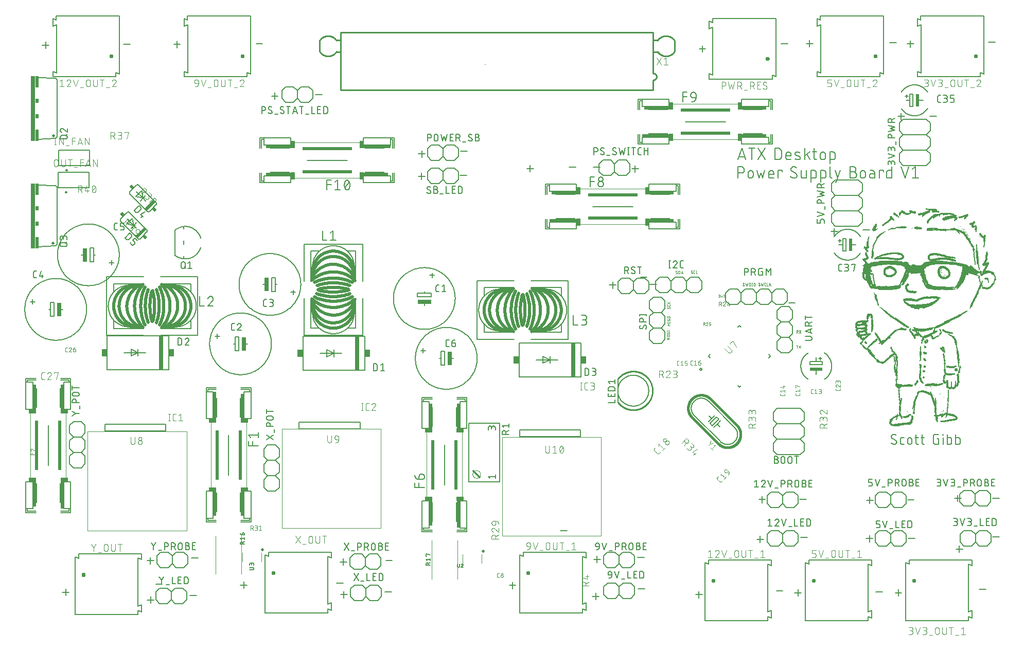
<source format=gbr>
G04 EAGLE Gerber RS-274X export*
G75*
%MOMM*%
%FSLAX34Y34*%
%LPD*%
%INSilkscreen Top*%
%IPPOS*%
%AMOC8*
5,1,8,0,0,1.08239X$1,22.5*%
G01*
%ADD10C,0.152400*%
%ADD11C,0.050800*%
%ADD12R,0.139700X0.012700*%
%ADD13R,0.038100X0.012700*%
%ADD14R,0.355600X0.012700*%
%ADD15R,0.076200X0.012700*%
%ADD16R,0.393700X0.012700*%
%ADD17R,0.850900X0.012700*%
%ADD18R,0.990600X0.012700*%
%ADD19R,1.231900X0.012700*%
%ADD20R,1.447800X0.012700*%
%ADD21R,1.473200X0.012700*%
%ADD22R,1.524000X0.012700*%
%ADD23R,1.562100X0.012700*%
%ADD24R,1.600200X0.012700*%
%ADD25R,1.841500X0.012700*%
%ADD26R,1.866900X0.012700*%
%ADD27R,1.917700X0.012700*%
%ADD28R,1.968500X0.012700*%
%ADD29R,1.981200X0.012700*%
%ADD30R,2.146300X0.012700*%
%ADD31R,0.050800X0.012700*%
%ADD32R,2.260600X0.012700*%
%ADD33R,2.298700X0.012700*%
%ADD34R,2.362200X0.012700*%
%ADD35R,2.374900X0.012700*%
%ADD36R,0.584200X0.012700*%
%ADD37R,1.739900X0.012700*%
%ADD38R,0.063500X0.012700*%
%ADD39R,0.419100X0.012700*%
%ADD40R,1.854200X0.012700*%
%ADD41R,0.279400X0.012700*%
%ADD42R,0.381000X0.012700*%
%ADD43R,0.304800X0.012700*%
%ADD44R,2.641600X0.012700*%
%ADD45R,2.603500X0.012700*%
%ADD46R,0.127000X0.012700*%
%ADD47R,2.273300X0.012700*%
%ADD48R,0.317500X0.012700*%
%ADD49R,2.222500X0.012700*%
%ADD50R,2.197100X0.012700*%
%ADD51R,2.184400X0.012700*%
%ADD52R,0.292100X0.012700*%
%ADD53R,2.171700X0.012700*%
%ADD54R,2.159000X0.012700*%
%ADD55R,2.133600X0.012700*%
%ADD56R,0.266700X0.012700*%
%ADD57R,1.778000X0.012700*%
%ADD58R,1.765300X0.012700*%
%ADD59R,1.676400X0.012700*%
%ADD60R,0.254000X0.012700*%
%ADD61R,1.511300X0.012700*%
%ADD62R,0.241300X0.012700*%
%ADD63R,1.498600X0.012700*%
%ADD64R,1.384300X0.012700*%
%ADD65R,1.320800X0.012700*%
%ADD66R,1.092200X0.012700*%
%ADD67R,0.762000X0.012700*%
%ADD68R,0.774700X0.012700*%
%ADD69R,0.736600X0.012700*%
%ADD70R,0.685800X0.012700*%
%ADD71R,0.482600X0.012700*%
%ADD72R,0.457200X0.012700*%
%ADD73R,0.431800X0.012700*%
%ADD74R,0.025400X0.012700*%
%ADD75R,0.012700X0.012700*%
%ADD76R,0.444500X0.012700*%
%ADD77R,0.787400X0.012700*%
%ADD78R,0.177800X0.012700*%
%ADD79R,0.952500X0.012700*%
%ADD80R,0.406400X0.012700*%
%ADD81R,0.203200X0.012700*%
%ADD82R,1.041400X0.012700*%
%ADD83R,0.215900X0.012700*%
%ADD84R,1.066800X0.012700*%
%ADD85R,0.228600X0.012700*%
%ADD86R,1.117600X0.012700*%
%ADD87R,1.193800X0.012700*%
%ADD88R,1.282700X0.012700*%
%ADD89R,0.342900X0.012700*%
%ADD90R,1.397000X0.012700*%
%ADD91R,0.330200X0.012700*%
%ADD92R,1.409700X0.012700*%
%ADD93R,1.435100X0.012700*%
%ADD94R,1.346200X0.012700*%
%ADD95R,0.368300X0.012700*%
%ADD96R,1.168400X0.012700*%
%ADD97R,1.308100X0.012700*%
%ADD98R,0.469900X0.012700*%
%ADD99R,1.333500X0.012700*%
%ADD100R,1.358900X0.012700*%
%ADD101R,1.270000X0.012700*%
%ADD102R,1.295400X0.012700*%
%ADD103R,0.101600X0.012700*%
%ADD104R,1.181100X0.012700*%
%ADD105R,1.155700X0.012700*%
%ADD106R,0.152400X0.012700*%
%ADD107R,0.165100X0.012700*%
%ADD108R,1.028700X0.012700*%
%ADD109R,1.003300X0.012700*%
%ADD110R,0.889000X0.012700*%
%ADD111R,0.876300X0.012700*%
%ADD112R,0.190500X0.012700*%
%ADD113R,0.711200X0.012700*%
%ADD114R,0.698500X0.012700*%
%ADD115R,0.571500X0.012700*%
%ADD116R,0.114300X0.012700*%
%ADD117R,0.088900X0.012700*%
%ADD118R,0.533400X0.012700*%
%ADD119R,0.558800X0.012700*%
%ADD120R,0.673100X0.012700*%
%ADD121R,0.723900X0.012700*%
%ADD122R,0.863600X0.012700*%
%ADD123R,0.647700X0.012700*%
%ADD124R,0.622300X0.012700*%
%ADD125R,0.939800X0.012700*%
%ADD126R,0.609600X0.012700*%
%ADD127R,0.977900X0.012700*%
%ADD128R,0.546100X0.012700*%
%ADD129R,0.520700X0.012700*%
%ADD130R,0.508000X0.012700*%
%ADD131R,0.927100X0.012700*%
%ADD132R,0.812800X0.012700*%
%ADD133R,0.495300X0.012700*%
%ADD134R,0.596900X0.012700*%
%ADD135R,0.914400X0.012700*%
%ADD136R,0.660400X0.012700*%
%ADD137R,1.574800X0.012700*%
%ADD138R,1.587500X0.012700*%
%ADD139R,1.612900X0.012700*%
%ADD140R,1.054100X0.012700*%
%ADD141R,1.625600X0.012700*%
%ADD142R,0.965200X0.012700*%
%ADD143R,1.371600X0.012700*%
%ADD144R,0.838200X0.012700*%
%ADD145R,1.828800X0.012700*%
%ADD146R,1.689100X0.012700*%
%ADD147R,1.536700X0.012700*%
%ADD148R,1.219200X0.012700*%
%ADD149R,0.635000X0.012700*%
%ADD150R,0.749300X0.012700*%
%ADD151R,0.825500X0.012700*%
%ADD152R,0.800100X0.012700*%
%ADD153R,1.638300X0.012700*%
%ADD154R,1.549400X0.012700*%
%ADD155R,1.422400X0.012700*%
%ADD156R,1.104900X0.012700*%
%ADD157R,0.901700X0.012700*%
%ADD158R,1.143000X0.012700*%
%ADD159R,1.955800X0.012700*%
%ADD160R,2.832100X0.012700*%
%ADD161R,1.130300X0.012700*%
%ADD162R,2.514600X0.012700*%
%ADD163R,1.485900X0.012700*%
%ADD164R,2.527300X0.012700*%
%ADD165R,2.552700X0.012700*%
%ADD166R,2.590800X0.012700*%
%ADD167R,2.679700X0.012700*%
%ADD168R,2.692400X0.012700*%
%ADD169R,2.705100X0.012700*%
%ADD170R,2.717800X0.012700*%
%ADD171R,2.730500X0.012700*%
%ADD172R,2.667000X0.012700*%
%ADD173R,1.663700X0.012700*%
%ADD174R,1.651000X0.012700*%
%ADD175R,1.079500X0.012700*%
%ADD176R,1.257300X0.012700*%
%ADD177R,1.016000X0.012700*%
%ADD178R,1.244600X0.012700*%
%ADD179R,1.206500X0.012700*%
%ADD180R,1.714500X0.012700*%
%ADD181R,1.727200X0.012700*%
%ADD182R,1.816100X0.012700*%
%ADD183R,1.892300X0.012700*%
%ADD184R,2.781300X0.012700*%
%ADD185R,3.111500X0.012700*%
%ADD186R,3.136900X0.012700*%
%ADD187R,2.743200X0.012700*%
%ADD188R,2.755900X0.012700*%
%ADD189R,2.006600X0.012700*%
%ADD190R,2.019300X0.012700*%
%ADD191R,2.032000X0.012700*%
%ADD192R,2.044700X0.012700*%
%ADD193R,1.460500X0.012700*%
%ADD194R,2.959100X0.012700*%
%ADD195R,2.971800X0.012700*%
%ADD196R,2.984500X0.012700*%
%ADD197R,1.803400X0.012700*%
%ADD198R,1.752600X0.012700*%
%ADD199R,1.790700X0.012700*%
%ADD200R,2.336800X0.012700*%
%ADD201R,2.463800X0.012700*%
%ADD202R,2.628900X0.012700*%
%ADD203R,2.654300X0.012700*%
%ADD204R,2.844800X0.012700*%
%ADD205R,1.879600X0.012700*%
%ADD206R,2.806700X0.012700*%
%ADD207R,3.086100X0.012700*%
%ADD208R,3.124200X0.012700*%
%ADD209R,3.213100X0.012700*%
%ADD210R,3.289300X0.012700*%
%ADD211R,3.340100X0.012700*%
%ADD212R,3.403600X0.012700*%
%ADD213R,3.429000X0.012700*%
%ADD214R,3.467100X0.012700*%
%ADD215R,3.657600X0.012700*%
%ADD216R,3.695700X0.012700*%
%ADD217R,3.746500X0.012700*%
%ADD218R,3.797300X0.012700*%
%ADD219R,3.822700X0.012700*%
%ADD220R,2.857500X0.012700*%
%ADD221R,2.921000X0.012700*%
%ADD222R,3.352800X0.012700*%
%ADD223R,2.057400X0.012700*%
%ADD224R,1.930400X0.012700*%
%ADD225R,2.616200X0.012700*%
%ADD226R,2.108200X0.012700*%
%ADD227R,1.905000X0.012700*%
%ADD228R,1.701800X0.012700*%
%ADD229R,2.095500X0.012700*%
%ADD230R,3.314700X0.012700*%
%ADD231R,3.238500X0.012700*%
%ADD232R,3.200400X0.012700*%
%ADD233R,3.149600X0.012700*%
%ADD234R,2.895600X0.012700*%
%ADD235R,2.565400X0.012700*%
%ADD236R,2.438400X0.012700*%
%ADD237R,3.670300X0.012700*%
%ADD238R,2.819400X0.012700*%
%ADD239R,3.683000X0.012700*%
%ADD240R,2.870200X0.012700*%
%ADD241R,3.721100X0.012700*%
%ADD242R,3.835400X0.012700*%
%ADD243R,3.022600X0.012700*%
%ADD244R,3.860800X0.012700*%
%ADD245R,3.873500X0.012700*%
%ADD246R,4.216400X0.012700*%
%ADD247R,4.292600X0.012700*%
%ADD248R,2.247900X0.012700*%
%ADD249R,4.318000X0.012700*%
%ADD250R,2.235200X0.012700*%
%ADD251R,2.209800X0.012700*%
%ADD252R,4.406900X0.012700*%
%ADD253R,3.937000X0.012700*%
%ADD254R,4.254500X0.012700*%
%ADD255R,3.949700X0.012700*%
%ADD256R,3.962400X0.012700*%
%ADD257R,4.368800X0.012700*%
%ADD258R,4.089400X0.012700*%
%ADD259R,4.762500X0.012700*%
%ADD260R,4.140200X0.012700*%
%ADD261R,4.800600X0.012700*%
%ADD262R,4.165600X0.012700*%
%ADD263R,3.606800X0.012700*%
%ADD264R,4.191000X0.012700*%
%ADD265R,4.241800X0.012700*%
%ADD266R,3.619500X0.012700*%
%ADD267R,3.632200X0.012700*%
%ADD268R,4.432300X0.012700*%
%ADD269R,3.644900X0.012700*%
%ADD270R,4.483100X0.012700*%
%ADD271R,4.533900X0.012700*%
%ADD272R,4.572000X0.012700*%
%ADD273R,4.635500X0.012700*%
%ADD274R,4.330700X0.012700*%
%ADD275R,4.673600X0.012700*%
%ADD276R,5.003800X0.012700*%
%ADD277R,4.699000X0.012700*%
%ADD278R,5.016500X0.012700*%
%ADD279R,4.711700X0.012700*%
%ADD280R,5.029200X0.012700*%
%ADD281R,5.041900X0.012700*%
%ADD282R,3.454400X0.012700*%
%ADD283R,3.365500X0.012700*%
%ADD284R,5.054600X0.012700*%
%ADD285R,5.067300X0.012700*%
%ADD286R,2.070100X0.012700*%
%ADD287R,2.324100X0.012700*%
%ADD288R,2.768600X0.012700*%
%ADD289R,3.162300X0.012700*%
%ADD290R,2.578100X0.012700*%
%ADD291R,2.501900X0.012700*%
%ADD292R,2.476500X0.012700*%
%ADD293R,3.098800X0.012700*%
%ADD294R,2.451100X0.012700*%
%ADD295R,3.073400X0.012700*%
%ADD296R,2.400300X0.012700*%
%ADD297R,3.060700X0.012700*%
%ADD298R,2.349500X0.012700*%
%ADD299R,3.048000X0.012700*%
%ADD300R,2.311400X0.012700*%
%ADD301R,2.286000X0.012700*%
%ADD302R,3.035300X0.012700*%
%ADD303R,2.082800X0.012700*%
%ADD304R,3.187700X0.012700*%
%ADD305R,1.993900X0.012700*%
%ADD306R,3.225800X0.012700*%
%ADD307R,3.251200X0.012700*%
%ADD308R,3.276600X0.012700*%
%ADD309R,1.943100X0.012700*%
%ADD310R,3.378200X0.012700*%
%ADD311R,3.441700X0.012700*%
%ADD312R,3.390900X0.012700*%
%ADD313R,3.416300X0.012700*%
%ADD314R,3.505200X0.012700*%
%ADD315R,3.517900X0.012700*%
%ADD316R,3.556000X0.012700*%
%ADD317R,3.886200X0.012700*%
%ADD318R,4.038600X0.012700*%
%ADD319R,4.064000X0.012700*%
%ADD320R,4.178300X0.012700*%
%ADD321R,4.229100X0.012700*%
%ADD322R,2.120900X0.012700*%
%ADD323R,2.908300X0.012700*%
%ADD324R,2.933700X0.012700*%
%ADD325R,2.540000X0.012700*%
%ADD326R,3.009900X0.012700*%
%ADD327R,3.327400X0.012700*%
%ADD328R,2.413000X0.012700*%
%ADD329R,3.911600X0.012700*%
%ADD330R,3.302000X0.012700*%
%ADD331R,2.425700X0.012700*%
%ADD332R,7.213600X0.012700*%
%ADD333R,7.175500X0.012700*%
%ADD334R,7.162800X0.012700*%
%ADD335R,7.150100X0.012700*%
%ADD336R,2.882900X0.012700*%
%ADD337R,6.489700X0.012700*%
%ADD338R,6.464300X0.012700*%
%ADD339R,6.527800X0.012700*%
%ADD340R,6.451600X0.012700*%
%ADD341R,6.362700X0.012700*%
%ADD342R,6.426200X0.012700*%
%ADD343R,6.350000X0.012700*%
%ADD344R,6.388100X0.012700*%
%ADD345R,6.311900X0.012700*%
%ADD346R,6.261100X0.012700*%
%ADD347R,6.337300X0.012700*%
%ADD348R,6.108700X0.012700*%
%ADD349R,6.299200X0.012700*%
%ADD350R,5.969000X0.012700*%
%ADD351R,6.286500X0.012700*%
%ADD352R,5.956300X0.012700*%
%ADD353R,6.235700X0.012700*%
%ADD354R,5.803900X0.012700*%
%ADD355R,6.210300X0.012700*%
%ADD356R,5.765800X0.012700*%
%ADD357R,6.134100X0.012700*%
%ADD358R,5.727700X0.012700*%
%ADD359R,6.096000X0.012700*%
%ADD360R,5.511800X0.012700*%
%ADD361R,6.057900X0.012700*%
%ADD362R,5.486400X0.012700*%
%ADD363R,6.032500X0.012700*%
%ADD364R,5.372100X0.012700*%
%ADD365R,6.019800X0.012700*%
%ADD366R,5.359400X0.012700*%
%ADD367R,5.994400X0.012700*%
%ADD368R,5.270500X0.012700*%
%ADD369R,4.914900X0.012700*%
%ADD370R,5.143500X0.012700*%
%ADD371R,4.876800X0.012700*%
%ADD372R,5.092700X0.012700*%
%ADD373R,4.838700X0.012700*%
%ADD374R,4.686300X0.012700*%
%ADD375R,4.597400X0.012700*%
%ADD376R,4.724400X0.012700*%
%ADD377R,4.546600X0.012700*%
%ADD378R,4.521200X0.012700*%
%ADD379R,4.127500X0.012700*%
%ADD380R,3.733800X0.012700*%
%ADD381R,4.102100X0.012700*%
%ADD382R,3.530600X0.012700*%
%ADD383R,4.076700X0.012700*%
%ADD384R,3.848100X0.012700*%
%ADD385R,2.946400X0.012700*%
%ADD386R,3.708400X0.012700*%
%ADD387R,4.114800X0.012700*%
%ADD388R,2.794000X0.012700*%
%ADD389R,4.648200X0.012700*%
%ADD390R,2.489200X0.012700*%
%ADD391R,5.321300X0.012700*%
%ADD392R,5.308600X0.012700*%
%ADD393R,5.181600X0.012700*%
%ADD394R,4.381500X0.012700*%
%ADD395R,3.568700X0.012700*%
%ADD396R,2.387600X0.012700*%
%ADD397C,0.254000*%
%ADD398C,0.101600*%
%ADD399C,0.127000*%
%ADD400C,0.203200*%
%ADD401R,1.143000X0.635000*%
%ADD402R,0.508000X4.445000*%
%ADD403R,0.508000X8.128000*%
%ADD404R,0.127000X3.175000*%
%ADD405R,0.508000X4.064000*%
%ADD406C,0.177800*%
%ADD407C,0.076200*%
%ADD408C,0.304800*%
%ADD409R,0.635000X1.143000*%
%ADD410R,4.445000X0.508000*%
%ADD411R,8.128000X0.508000*%
%ADD412R,3.175000X0.127000*%
%ADD413R,4.064000X0.508000*%
%ADD414C,0.200000*%
%ADD415C,0.400000*%
%ADD416R,2.286000X0.635000*%
%ADD417R,0.635000X2.286000*%
%ADD418C,0.508000*%
%ADD419R,0.762000X5.588000*%
%ADD420R,0.889000X1.270000*%
%ADD421C,0.500000*%
%ADD422C,0.120000*%
%ADD423C,0.406400*%
%ADD424R,2.032000X0.508000*%
%ADD425C,0.100000*%
%ADD426R,0.508000X2.032000*%
%ADD427C,0.508000*%
%ADD428R,0.762000X10.668000*%
%ADD429R,0.508000X1.905000*%
%ADD430R,0.508000X0.762000*%
%ADD431R,0.635000X0.508000*%


D10*
X26670Y951710D02*
X37507Y951710D01*
X32089Y946291D02*
X32089Y957128D01*
X160528Y953234D02*
X171365Y953234D01*
X242824Y952726D02*
X253661Y952726D01*
X248243Y947307D02*
X248243Y958144D01*
X378206Y953488D02*
X389043Y953488D01*
X1107186Y945360D02*
X1118023Y945360D01*
X1112605Y939941D02*
X1112605Y950778D01*
X1242568Y953488D02*
X1253405Y953488D01*
X1420876Y955266D02*
X1431713Y955266D01*
X1294553Y954250D02*
X1283716Y954250D01*
X1289135Y959668D02*
X1289135Y948831D01*
X1449578Y953488D02*
X1460415Y953488D01*
X1454997Y948069D02*
X1454997Y958906D01*
X1583690Y956282D02*
X1594527Y956282D01*
X1440603Y49756D02*
X1429766Y49756D01*
X1435185Y55174D02*
X1435185Y44337D01*
X1568450Y55598D02*
X1579287Y55598D01*
X1409107Y51280D02*
X1398270Y51280D01*
X1275249Y49756D02*
X1264412Y49756D01*
X1269831Y55174D02*
X1269831Y44337D01*
X1245023Y52804D02*
X1234186Y52804D01*
X1112435Y46962D02*
X1101598Y46962D01*
X1107017Y52380D02*
X1107017Y41543D01*
X1017058Y107922D02*
X1006221Y107922D01*
X805603Y62202D02*
X794766Y62202D01*
X800185Y67620D02*
X800185Y56783D01*
X521885Y66012D02*
X511048Y66012D01*
X363389Y62456D02*
X352552Y62456D01*
X357971Y67874D02*
X357971Y57037D01*
X224070Y63726D02*
X213233Y63726D01*
X70400Y50899D02*
X59563Y50899D01*
X64982Y56317D02*
X64982Y45480D01*
X959612Y556613D02*
X970449Y556613D01*
X965031Y551194D02*
X965031Y562031D01*
X1010666Y569440D02*
X1021503Y569440D01*
X1026414Y557756D02*
X1037251Y557756D01*
D11*
X1095248Y575691D02*
X1095309Y575693D01*
X1095370Y575698D01*
X1095431Y575708D01*
X1095491Y575721D01*
X1095550Y575737D01*
X1095608Y575757D01*
X1095665Y575781D01*
X1095720Y575807D01*
X1095774Y575838D01*
X1095825Y575871D01*
X1095875Y575907D01*
X1095922Y575947D01*
X1095966Y575989D01*
X1096008Y576033D01*
X1096048Y576080D01*
X1096084Y576130D01*
X1096117Y576181D01*
X1096148Y576235D01*
X1096174Y576290D01*
X1096198Y576347D01*
X1096218Y576405D01*
X1096234Y576464D01*
X1096247Y576524D01*
X1096257Y576585D01*
X1096262Y576646D01*
X1096264Y576707D01*
X1095248Y575691D02*
X1095159Y575693D01*
X1095070Y575698D01*
X1094981Y575708D01*
X1094893Y575721D01*
X1094805Y575737D01*
X1094718Y575757D01*
X1094633Y575781D01*
X1094548Y575809D01*
X1094464Y575839D01*
X1094382Y575874D01*
X1094301Y575911D01*
X1094222Y575952D01*
X1094144Y575997D01*
X1094069Y576044D01*
X1093995Y576095D01*
X1093924Y576148D01*
X1093855Y576205D01*
X1093788Y576264D01*
X1093724Y576326D01*
X1093851Y579247D02*
X1093853Y579308D01*
X1093858Y579369D01*
X1093868Y579430D01*
X1093881Y579490D01*
X1093897Y579549D01*
X1093917Y579607D01*
X1093941Y579664D01*
X1093967Y579719D01*
X1093998Y579773D01*
X1094031Y579824D01*
X1094067Y579874D01*
X1094107Y579921D01*
X1094149Y579965D01*
X1094193Y580007D01*
X1094240Y580047D01*
X1094290Y580083D01*
X1094341Y580116D01*
X1094395Y580147D01*
X1094450Y580173D01*
X1094507Y580197D01*
X1094565Y580217D01*
X1094624Y580233D01*
X1094684Y580246D01*
X1094745Y580256D01*
X1094806Y580261D01*
X1094867Y580263D01*
X1094949Y580261D01*
X1095030Y580256D01*
X1095111Y580247D01*
X1095192Y580235D01*
X1095272Y580219D01*
X1095352Y580200D01*
X1095431Y580178D01*
X1095508Y580152D01*
X1095584Y580123D01*
X1095659Y580090D01*
X1095733Y580055D01*
X1095805Y580016D01*
X1095875Y579974D01*
X1095944Y579930D01*
X1096010Y579882D01*
X1094359Y578358D02*
X1094306Y578392D01*
X1094255Y578428D01*
X1094206Y578468D01*
X1094160Y578511D01*
X1094116Y578557D01*
X1094075Y578605D01*
X1094038Y578655D01*
X1094003Y578708D01*
X1093972Y578763D01*
X1093944Y578819D01*
X1093920Y578877D01*
X1093899Y578937D01*
X1093882Y578997D01*
X1093868Y579059D01*
X1093859Y579121D01*
X1093853Y579184D01*
X1093851Y579247D01*
X1095756Y577596D02*
X1095809Y577562D01*
X1095860Y577526D01*
X1095909Y577486D01*
X1095955Y577443D01*
X1095999Y577397D01*
X1096040Y577349D01*
X1096077Y577299D01*
X1096112Y577246D01*
X1096143Y577191D01*
X1096171Y577135D01*
X1096195Y577077D01*
X1096216Y577017D01*
X1096233Y576957D01*
X1096247Y576895D01*
X1096256Y576833D01*
X1096262Y576770D01*
X1096264Y576707D01*
X1095756Y577596D02*
X1094359Y578358D01*
X1099145Y575691D02*
X1100161Y575691D01*
X1099145Y575691D02*
X1099084Y575693D01*
X1099023Y575698D01*
X1098962Y575708D01*
X1098902Y575721D01*
X1098843Y575737D01*
X1098785Y575757D01*
X1098728Y575781D01*
X1098673Y575807D01*
X1098619Y575838D01*
X1098568Y575871D01*
X1098518Y575907D01*
X1098471Y575947D01*
X1098427Y575989D01*
X1098385Y576033D01*
X1098345Y576080D01*
X1098309Y576130D01*
X1098276Y576181D01*
X1098245Y576235D01*
X1098219Y576290D01*
X1098195Y576347D01*
X1098175Y576405D01*
X1098159Y576464D01*
X1098146Y576524D01*
X1098136Y576585D01*
X1098131Y576646D01*
X1098129Y576707D01*
X1098129Y579247D01*
X1098131Y579308D01*
X1098136Y579369D01*
X1098146Y579430D01*
X1098159Y579490D01*
X1098175Y579549D01*
X1098195Y579607D01*
X1098219Y579664D01*
X1098245Y579719D01*
X1098276Y579773D01*
X1098309Y579824D01*
X1098345Y579874D01*
X1098385Y579921D01*
X1098427Y579965D01*
X1098471Y580007D01*
X1098518Y580047D01*
X1098568Y580083D01*
X1098619Y580116D01*
X1098673Y580147D01*
X1098728Y580173D01*
X1098785Y580197D01*
X1098843Y580217D01*
X1098902Y580233D01*
X1098962Y580246D01*
X1099023Y580256D01*
X1099084Y580261D01*
X1099145Y580263D01*
X1100161Y580263D01*
X1102116Y580263D02*
X1102116Y575691D01*
X1104148Y575691D01*
X1071118Y576072D02*
X1071116Y576011D01*
X1071111Y575950D01*
X1071101Y575889D01*
X1071088Y575829D01*
X1071072Y575770D01*
X1071052Y575712D01*
X1071028Y575655D01*
X1071002Y575600D01*
X1070971Y575546D01*
X1070938Y575495D01*
X1070902Y575445D01*
X1070862Y575398D01*
X1070820Y575354D01*
X1070776Y575312D01*
X1070729Y575272D01*
X1070679Y575236D01*
X1070628Y575203D01*
X1070574Y575172D01*
X1070519Y575146D01*
X1070462Y575122D01*
X1070404Y575102D01*
X1070345Y575086D01*
X1070285Y575073D01*
X1070224Y575063D01*
X1070163Y575058D01*
X1070102Y575056D01*
X1070013Y575058D01*
X1069924Y575063D01*
X1069835Y575073D01*
X1069747Y575086D01*
X1069659Y575102D01*
X1069572Y575122D01*
X1069487Y575146D01*
X1069402Y575174D01*
X1069318Y575204D01*
X1069236Y575239D01*
X1069155Y575276D01*
X1069076Y575317D01*
X1068998Y575362D01*
X1068923Y575409D01*
X1068849Y575460D01*
X1068778Y575513D01*
X1068709Y575570D01*
X1068642Y575629D01*
X1068578Y575691D01*
X1068705Y578612D02*
X1068707Y578673D01*
X1068712Y578734D01*
X1068722Y578795D01*
X1068735Y578855D01*
X1068751Y578914D01*
X1068771Y578972D01*
X1068795Y579029D01*
X1068821Y579084D01*
X1068852Y579138D01*
X1068885Y579189D01*
X1068921Y579239D01*
X1068961Y579286D01*
X1069003Y579330D01*
X1069047Y579372D01*
X1069094Y579412D01*
X1069144Y579448D01*
X1069195Y579481D01*
X1069249Y579512D01*
X1069304Y579538D01*
X1069361Y579562D01*
X1069419Y579582D01*
X1069478Y579598D01*
X1069538Y579611D01*
X1069599Y579621D01*
X1069660Y579626D01*
X1069721Y579628D01*
X1069803Y579626D01*
X1069884Y579621D01*
X1069965Y579612D01*
X1070046Y579600D01*
X1070126Y579584D01*
X1070206Y579565D01*
X1070285Y579543D01*
X1070362Y579517D01*
X1070438Y579488D01*
X1070513Y579455D01*
X1070587Y579420D01*
X1070659Y579381D01*
X1070729Y579339D01*
X1070798Y579295D01*
X1070864Y579247D01*
X1069213Y577723D02*
X1069160Y577757D01*
X1069109Y577793D01*
X1069060Y577833D01*
X1069014Y577876D01*
X1068970Y577922D01*
X1068929Y577970D01*
X1068892Y578020D01*
X1068857Y578073D01*
X1068826Y578128D01*
X1068798Y578184D01*
X1068774Y578242D01*
X1068753Y578302D01*
X1068736Y578362D01*
X1068722Y578424D01*
X1068713Y578486D01*
X1068707Y578549D01*
X1068705Y578612D01*
X1070610Y576961D02*
X1070663Y576927D01*
X1070714Y576891D01*
X1070763Y576851D01*
X1070809Y576808D01*
X1070853Y576762D01*
X1070894Y576714D01*
X1070931Y576664D01*
X1070966Y576611D01*
X1070997Y576556D01*
X1071025Y576500D01*
X1071049Y576442D01*
X1071070Y576382D01*
X1071087Y576322D01*
X1071101Y576260D01*
X1071110Y576198D01*
X1071116Y576135D01*
X1071118Y576072D01*
X1070610Y576961D02*
X1069213Y577723D01*
X1073150Y579628D02*
X1073150Y575056D01*
X1073150Y579628D02*
X1074420Y579628D01*
X1074489Y579626D01*
X1074557Y579621D01*
X1074625Y579611D01*
X1074693Y579598D01*
X1074760Y579582D01*
X1074826Y579562D01*
X1074890Y579538D01*
X1074953Y579511D01*
X1075015Y579480D01*
X1075075Y579446D01*
X1075133Y579409D01*
X1075189Y579369D01*
X1075242Y579326D01*
X1075293Y579280D01*
X1075342Y579231D01*
X1075388Y579180D01*
X1075431Y579127D01*
X1075471Y579071D01*
X1075508Y579013D01*
X1075542Y578953D01*
X1075573Y578891D01*
X1075600Y578828D01*
X1075624Y578764D01*
X1075644Y578698D01*
X1075660Y578631D01*
X1075673Y578563D01*
X1075683Y578495D01*
X1075688Y578427D01*
X1075690Y578358D01*
X1075690Y576326D01*
X1075688Y576257D01*
X1075683Y576189D01*
X1075673Y576121D01*
X1075660Y576053D01*
X1075644Y575986D01*
X1075624Y575920D01*
X1075600Y575856D01*
X1075573Y575793D01*
X1075542Y575731D01*
X1075508Y575671D01*
X1075471Y575613D01*
X1075431Y575557D01*
X1075388Y575504D01*
X1075342Y575453D01*
X1075293Y575404D01*
X1075242Y575358D01*
X1075189Y575315D01*
X1075133Y575275D01*
X1075075Y575238D01*
X1075015Y575204D01*
X1074953Y575173D01*
X1074890Y575146D01*
X1074826Y575122D01*
X1074760Y575102D01*
X1074693Y575086D01*
X1074625Y575073D01*
X1074557Y575063D01*
X1074489Y575058D01*
X1074420Y575056D01*
X1073150Y575056D01*
X1077620Y575056D02*
X1079144Y579628D01*
X1080668Y575056D01*
X1080287Y576199D02*
X1078001Y576199D01*
X1138936Y536194D02*
X1140206Y536194D01*
X1140276Y536196D01*
X1140346Y536202D01*
X1140415Y536211D01*
X1140484Y536225D01*
X1140552Y536242D01*
X1140618Y536263D01*
X1140684Y536287D01*
X1140748Y536315D01*
X1140810Y536347D01*
X1140871Y536382D01*
X1140930Y536420D01*
X1140986Y536462D01*
X1141040Y536506D01*
X1141092Y536554D01*
X1141140Y536604D01*
X1141186Y536657D01*
X1141229Y536712D01*
X1141269Y536769D01*
X1141306Y536829D01*
X1141339Y536891D01*
X1141369Y536954D01*
X1141395Y537019D01*
X1141418Y537085D01*
X1141437Y537152D01*
X1141452Y537221D01*
X1141464Y537290D01*
X1141472Y537359D01*
X1141476Y537429D01*
X1141476Y537499D01*
X1141472Y537569D01*
X1141464Y537638D01*
X1141452Y537707D01*
X1141437Y537776D01*
X1141418Y537843D01*
X1141395Y537909D01*
X1141369Y537974D01*
X1141339Y538037D01*
X1141306Y538099D01*
X1141269Y538159D01*
X1141229Y538216D01*
X1141186Y538271D01*
X1141140Y538324D01*
X1141092Y538374D01*
X1141040Y538422D01*
X1140986Y538466D01*
X1140930Y538508D01*
X1140871Y538546D01*
X1140810Y538581D01*
X1140748Y538613D01*
X1140684Y538641D01*
X1140618Y538665D01*
X1140552Y538686D01*
X1140484Y538703D01*
X1140415Y538717D01*
X1140346Y538726D01*
X1140276Y538732D01*
X1140206Y538734D01*
X1140460Y540766D02*
X1138936Y540766D01*
X1140460Y540766D02*
X1140523Y540764D01*
X1140585Y540758D01*
X1140647Y540749D01*
X1140708Y540735D01*
X1140768Y540718D01*
X1140827Y540697D01*
X1140885Y540673D01*
X1140941Y540645D01*
X1140995Y540614D01*
X1141047Y540579D01*
X1141097Y540542D01*
X1141144Y540501D01*
X1141189Y540457D01*
X1141232Y540411D01*
X1141271Y540362D01*
X1141307Y540311D01*
X1141340Y540258D01*
X1141369Y540203D01*
X1141396Y540146D01*
X1141418Y540088D01*
X1141437Y540028D01*
X1141452Y539967D01*
X1141464Y539906D01*
X1141472Y539844D01*
X1141476Y539781D01*
X1141476Y539719D01*
X1141472Y539656D01*
X1141464Y539594D01*
X1141452Y539533D01*
X1141437Y539472D01*
X1141418Y539412D01*
X1141396Y539354D01*
X1141369Y539297D01*
X1141340Y539242D01*
X1141307Y539189D01*
X1141271Y539138D01*
X1141232Y539089D01*
X1141189Y539043D01*
X1141144Y538999D01*
X1141097Y538958D01*
X1141047Y538921D01*
X1140995Y538886D01*
X1140941Y538855D01*
X1140885Y538827D01*
X1140827Y538803D01*
X1140768Y538782D01*
X1140708Y538765D01*
X1140647Y538751D01*
X1140585Y538742D01*
X1140523Y538736D01*
X1140460Y538734D01*
X1139444Y538734D01*
X1143305Y539242D02*
X1144321Y536194D01*
X1145337Y539242D01*
X1147166Y536194D02*
X1148436Y536194D01*
X1148506Y536196D01*
X1148576Y536202D01*
X1148645Y536211D01*
X1148714Y536225D01*
X1148782Y536242D01*
X1148848Y536263D01*
X1148914Y536287D01*
X1148978Y536315D01*
X1149040Y536347D01*
X1149101Y536382D01*
X1149160Y536420D01*
X1149216Y536462D01*
X1149270Y536506D01*
X1149322Y536554D01*
X1149370Y536604D01*
X1149416Y536657D01*
X1149459Y536712D01*
X1149499Y536769D01*
X1149536Y536829D01*
X1149569Y536891D01*
X1149599Y536954D01*
X1149625Y537019D01*
X1149648Y537085D01*
X1149667Y537152D01*
X1149682Y537221D01*
X1149694Y537290D01*
X1149702Y537359D01*
X1149706Y537429D01*
X1149706Y537499D01*
X1149702Y537569D01*
X1149694Y537638D01*
X1149682Y537707D01*
X1149667Y537776D01*
X1149648Y537843D01*
X1149625Y537909D01*
X1149599Y537974D01*
X1149569Y538037D01*
X1149536Y538099D01*
X1149499Y538159D01*
X1149459Y538216D01*
X1149416Y538271D01*
X1149370Y538324D01*
X1149322Y538374D01*
X1149270Y538422D01*
X1149216Y538466D01*
X1149160Y538508D01*
X1149101Y538546D01*
X1149040Y538581D01*
X1148978Y538613D01*
X1148914Y538641D01*
X1148848Y538665D01*
X1148782Y538686D01*
X1148714Y538703D01*
X1148645Y538717D01*
X1148576Y538726D01*
X1148506Y538732D01*
X1148436Y538734D01*
X1148690Y540766D02*
X1147166Y540766D01*
X1148690Y540766D02*
X1148753Y540764D01*
X1148815Y540758D01*
X1148877Y540749D01*
X1148938Y540735D01*
X1148998Y540718D01*
X1149057Y540697D01*
X1149115Y540673D01*
X1149171Y540645D01*
X1149225Y540614D01*
X1149277Y540579D01*
X1149327Y540542D01*
X1149374Y540501D01*
X1149419Y540457D01*
X1149462Y540411D01*
X1149501Y540362D01*
X1149537Y540311D01*
X1149570Y540258D01*
X1149599Y540203D01*
X1149626Y540146D01*
X1149648Y540088D01*
X1149667Y540028D01*
X1149682Y539967D01*
X1149694Y539906D01*
X1149702Y539844D01*
X1149706Y539781D01*
X1149706Y539719D01*
X1149702Y539656D01*
X1149694Y539594D01*
X1149682Y539533D01*
X1149667Y539472D01*
X1149648Y539412D01*
X1149626Y539354D01*
X1149599Y539297D01*
X1149570Y539242D01*
X1149537Y539189D01*
X1149501Y539138D01*
X1149462Y539089D01*
X1149419Y539043D01*
X1149374Y538999D01*
X1149327Y538958D01*
X1149277Y538921D01*
X1149225Y538886D01*
X1149171Y538855D01*
X1149115Y538827D01*
X1149057Y538803D01*
X1148998Y538782D01*
X1148938Y538765D01*
X1148877Y538751D01*
X1148815Y538742D01*
X1148753Y538736D01*
X1148690Y538734D01*
X1147674Y538734D01*
D10*
X1254506Y527276D02*
X1265343Y527276D01*
D11*
X1181608Y556260D02*
X1181606Y556199D01*
X1181601Y556138D01*
X1181591Y556077D01*
X1181578Y556017D01*
X1181562Y555958D01*
X1181542Y555900D01*
X1181518Y555843D01*
X1181492Y555788D01*
X1181461Y555734D01*
X1181428Y555683D01*
X1181392Y555633D01*
X1181352Y555586D01*
X1181310Y555542D01*
X1181266Y555500D01*
X1181219Y555460D01*
X1181169Y555424D01*
X1181118Y555391D01*
X1181064Y555360D01*
X1181009Y555334D01*
X1180952Y555310D01*
X1180894Y555290D01*
X1180835Y555274D01*
X1180775Y555261D01*
X1180714Y555251D01*
X1180653Y555246D01*
X1180592Y555244D01*
X1180503Y555246D01*
X1180414Y555251D01*
X1180325Y555261D01*
X1180237Y555274D01*
X1180149Y555290D01*
X1180062Y555310D01*
X1179977Y555334D01*
X1179892Y555362D01*
X1179808Y555392D01*
X1179726Y555427D01*
X1179645Y555464D01*
X1179566Y555505D01*
X1179488Y555550D01*
X1179413Y555597D01*
X1179339Y555648D01*
X1179268Y555701D01*
X1179199Y555758D01*
X1179132Y555817D01*
X1179068Y555879D01*
X1179195Y558800D02*
X1179197Y558861D01*
X1179202Y558922D01*
X1179212Y558983D01*
X1179225Y559043D01*
X1179241Y559102D01*
X1179261Y559160D01*
X1179285Y559217D01*
X1179311Y559272D01*
X1179342Y559326D01*
X1179375Y559377D01*
X1179411Y559427D01*
X1179451Y559474D01*
X1179493Y559518D01*
X1179537Y559560D01*
X1179584Y559600D01*
X1179634Y559636D01*
X1179685Y559669D01*
X1179739Y559700D01*
X1179794Y559726D01*
X1179851Y559750D01*
X1179909Y559770D01*
X1179968Y559786D01*
X1180028Y559799D01*
X1180089Y559809D01*
X1180150Y559814D01*
X1180211Y559816D01*
X1180293Y559814D01*
X1180374Y559809D01*
X1180455Y559800D01*
X1180536Y559788D01*
X1180616Y559772D01*
X1180696Y559753D01*
X1180775Y559731D01*
X1180852Y559705D01*
X1180928Y559676D01*
X1181003Y559643D01*
X1181077Y559608D01*
X1181149Y559569D01*
X1181219Y559527D01*
X1181288Y559483D01*
X1181354Y559435D01*
X1179703Y557911D02*
X1179650Y557945D01*
X1179599Y557981D01*
X1179550Y558021D01*
X1179504Y558064D01*
X1179460Y558110D01*
X1179419Y558158D01*
X1179382Y558208D01*
X1179347Y558261D01*
X1179316Y558316D01*
X1179288Y558372D01*
X1179264Y558430D01*
X1179243Y558490D01*
X1179226Y558550D01*
X1179212Y558612D01*
X1179203Y558674D01*
X1179197Y558737D01*
X1179195Y558800D01*
X1181100Y557149D02*
X1181153Y557115D01*
X1181204Y557079D01*
X1181253Y557039D01*
X1181299Y556996D01*
X1181343Y556950D01*
X1181384Y556902D01*
X1181421Y556852D01*
X1181456Y556799D01*
X1181487Y556744D01*
X1181515Y556688D01*
X1181539Y556630D01*
X1181560Y556570D01*
X1181577Y556510D01*
X1181591Y556448D01*
X1181600Y556386D01*
X1181606Y556323D01*
X1181608Y556260D01*
X1181100Y557149D02*
X1179703Y557911D01*
X1183335Y559816D02*
X1184351Y555244D01*
X1185367Y558292D01*
X1186383Y555244D01*
X1187399Y559816D01*
X1189431Y559816D02*
X1189431Y555244D01*
X1189431Y559816D02*
X1190701Y559816D01*
X1190770Y559814D01*
X1190838Y559809D01*
X1190906Y559799D01*
X1190974Y559786D01*
X1191041Y559770D01*
X1191107Y559750D01*
X1191171Y559726D01*
X1191234Y559699D01*
X1191296Y559668D01*
X1191356Y559634D01*
X1191414Y559597D01*
X1191470Y559557D01*
X1191523Y559514D01*
X1191574Y559468D01*
X1191623Y559419D01*
X1191669Y559368D01*
X1191712Y559315D01*
X1191752Y559259D01*
X1191789Y559201D01*
X1191823Y559141D01*
X1191854Y559079D01*
X1191881Y559016D01*
X1191905Y558952D01*
X1191925Y558886D01*
X1191941Y558819D01*
X1191954Y558751D01*
X1191964Y558683D01*
X1191969Y558615D01*
X1191971Y558546D01*
X1191971Y556514D01*
X1191969Y556445D01*
X1191964Y556377D01*
X1191954Y556309D01*
X1191941Y556241D01*
X1191925Y556174D01*
X1191905Y556108D01*
X1191881Y556044D01*
X1191854Y555981D01*
X1191823Y555919D01*
X1191789Y555859D01*
X1191752Y555801D01*
X1191712Y555745D01*
X1191669Y555692D01*
X1191623Y555641D01*
X1191574Y555592D01*
X1191523Y555546D01*
X1191470Y555503D01*
X1191414Y555463D01*
X1191356Y555426D01*
X1191296Y555392D01*
X1191234Y555361D01*
X1191171Y555334D01*
X1191107Y555310D01*
X1191041Y555290D01*
X1190974Y555274D01*
X1190906Y555261D01*
X1190838Y555251D01*
X1190770Y555246D01*
X1190701Y555244D01*
X1189431Y555244D01*
X1194511Y555244D02*
X1194511Y559816D01*
X1194003Y555244D02*
X1195019Y555244D01*
X1195019Y559816D02*
X1194003Y559816D01*
X1196899Y558546D02*
X1196899Y556514D01*
X1196899Y558546D02*
X1196901Y558616D01*
X1196907Y558686D01*
X1196916Y558755D01*
X1196930Y558824D01*
X1196947Y558892D01*
X1196968Y558958D01*
X1196992Y559024D01*
X1197020Y559088D01*
X1197052Y559150D01*
X1197087Y559211D01*
X1197125Y559270D01*
X1197167Y559326D01*
X1197211Y559380D01*
X1197259Y559432D01*
X1197309Y559480D01*
X1197362Y559526D01*
X1197417Y559569D01*
X1197474Y559609D01*
X1197534Y559646D01*
X1197596Y559679D01*
X1197659Y559709D01*
X1197724Y559735D01*
X1197790Y559758D01*
X1197857Y559777D01*
X1197926Y559792D01*
X1197995Y559804D01*
X1198064Y559812D01*
X1198134Y559816D01*
X1198204Y559816D01*
X1198274Y559812D01*
X1198343Y559804D01*
X1198412Y559792D01*
X1198481Y559777D01*
X1198548Y559758D01*
X1198614Y559735D01*
X1198679Y559709D01*
X1198742Y559679D01*
X1198804Y559646D01*
X1198864Y559609D01*
X1198921Y559569D01*
X1198976Y559526D01*
X1199029Y559480D01*
X1199079Y559432D01*
X1199127Y559380D01*
X1199171Y559326D01*
X1199213Y559270D01*
X1199251Y559211D01*
X1199286Y559150D01*
X1199318Y559088D01*
X1199346Y559024D01*
X1199370Y558958D01*
X1199391Y558892D01*
X1199408Y558824D01*
X1199422Y558755D01*
X1199431Y558686D01*
X1199437Y558616D01*
X1199439Y558546D01*
X1199439Y556514D01*
X1199437Y556444D01*
X1199431Y556374D01*
X1199422Y556305D01*
X1199408Y556236D01*
X1199391Y556168D01*
X1199370Y556102D01*
X1199346Y556036D01*
X1199318Y555972D01*
X1199286Y555910D01*
X1199251Y555849D01*
X1199213Y555790D01*
X1199171Y555734D01*
X1199127Y555680D01*
X1199079Y555628D01*
X1199029Y555580D01*
X1198976Y555534D01*
X1198921Y555491D01*
X1198864Y555451D01*
X1198804Y555414D01*
X1198742Y555381D01*
X1198679Y555351D01*
X1198614Y555325D01*
X1198548Y555302D01*
X1198481Y555283D01*
X1198412Y555268D01*
X1198343Y555256D01*
X1198274Y555248D01*
X1198204Y555244D01*
X1198134Y555244D01*
X1198064Y555248D01*
X1197995Y555256D01*
X1197926Y555268D01*
X1197857Y555283D01*
X1197790Y555302D01*
X1197724Y555325D01*
X1197659Y555351D01*
X1197596Y555381D01*
X1197534Y555414D01*
X1197474Y555451D01*
X1197417Y555491D01*
X1197362Y555534D01*
X1197309Y555580D01*
X1197259Y555628D01*
X1197211Y555680D01*
X1197167Y555734D01*
X1197125Y555790D01*
X1197087Y555849D01*
X1197052Y555910D01*
X1197020Y555972D01*
X1196992Y556036D01*
X1196968Y556102D01*
X1196947Y556168D01*
X1196930Y556236D01*
X1196916Y556305D01*
X1196907Y556374D01*
X1196901Y556444D01*
X1196899Y556514D01*
X1206246Y555498D02*
X1206307Y555500D01*
X1206368Y555505D01*
X1206429Y555515D01*
X1206489Y555528D01*
X1206548Y555544D01*
X1206606Y555564D01*
X1206663Y555588D01*
X1206718Y555614D01*
X1206772Y555645D01*
X1206823Y555678D01*
X1206873Y555714D01*
X1206920Y555754D01*
X1206964Y555796D01*
X1207006Y555840D01*
X1207046Y555887D01*
X1207082Y555937D01*
X1207115Y555988D01*
X1207146Y556042D01*
X1207172Y556097D01*
X1207196Y556154D01*
X1207216Y556212D01*
X1207232Y556271D01*
X1207245Y556331D01*
X1207255Y556392D01*
X1207260Y556453D01*
X1207262Y556514D01*
X1206246Y555498D02*
X1206157Y555500D01*
X1206068Y555505D01*
X1205979Y555515D01*
X1205891Y555528D01*
X1205803Y555544D01*
X1205716Y555564D01*
X1205631Y555588D01*
X1205546Y555616D01*
X1205462Y555646D01*
X1205380Y555681D01*
X1205299Y555718D01*
X1205220Y555759D01*
X1205142Y555804D01*
X1205067Y555851D01*
X1204993Y555902D01*
X1204922Y555955D01*
X1204853Y556012D01*
X1204786Y556071D01*
X1204722Y556133D01*
X1204849Y559054D02*
X1204851Y559115D01*
X1204856Y559176D01*
X1204866Y559237D01*
X1204879Y559297D01*
X1204895Y559356D01*
X1204915Y559414D01*
X1204939Y559471D01*
X1204965Y559526D01*
X1204996Y559580D01*
X1205029Y559631D01*
X1205065Y559681D01*
X1205105Y559728D01*
X1205147Y559772D01*
X1205191Y559814D01*
X1205238Y559854D01*
X1205288Y559890D01*
X1205339Y559923D01*
X1205393Y559954D01*
X1205448Y559980D01*
X1205505Y560004D01*
X1205563Y560024D01*
X1205622Y560040D01*
X1205682Y560053D01*
X1205743Y560063D01*
X1205804Y560068D01*
X1205865Y560070D01*
X1205947Y560068D01*
X1206028Y560063D01*
X1206109Y560054D01*
X1206190Y560042D01*
X1206270Y560026D01*
X1206350Y560007D01*
X1206429Y559985D01*
X1206506Y559959D01*
X1206582Y559930D01*
X1206657Y559897D01*
X1206731Y559862D01*
X1206803Y559823D01*
X1206873Y559781D01*
X1206942Y559737D01*
X1207008Y559689D01*
X1205357Y558165D02*
X1205304Y558199D01*
X1205253Y558235D01*
X1205204Y558275D01*
X1205158Y558318D01*
X1205114Y558364D01*
X1205073Y558412D01*
X1205036Y558462D01*
X1205001Y558515D01*
X1204970Y558570D01*
X1204942Y558626D01*
X1204918Y558684D01*
X1204897Y558744D01*
X1204880Y558804D01*
X1204866Y558866D01*
X1204857Y558928D01*
X1204851Y558991D01*
X1204849Y559054D01*
X1206754Y557403D02*
X1206807Y557369D01*
X1206858Y557333D01*
X1206907Y557293D01*
X1206953Y557250D01*
X1206997Y557204D01*
X1207038Y557156D01*
X1207075Y557106D01*
X1207110Y557053D01*
X1207141Y556998D01*
X1207169Y556942D01*
X1207193Y556884D01*
X1207214Y556824D01*
X1207231Y556764D01*
X1207245Y556702D01*
X1207254Y556640D01*
X1207260Y556577D01*
X1207262Y556514D01*
X1206754Y557403D02*
X1205357Y558165D01*
X1208989Y560070D02*
X1210005Y555498D01*
X1211021Y558546D01*
X1212037Y555498D01*
X1213053Y560070D01*
X1215934Y555498D02*
X1216950Y555498D01*
X1215934Y555498D02*
X1215873Y555500D01*
X1215812Y555505D01*
X1215751Y555515D01*
X1215691Y555528D01*
X1215632Y555544D01*
X1215574Y555564D01*
X1215517Y555588D01*
X1215462Y555614D01*
X1215408Y555645D01*
X1215357Y555678D01*
X1215307Y555714D01*
X1215260Y555754D01*
X1215216Y555796D01*
X1215174Y555840D01*
X1215134Y555887D01*
X1215098Y555937D01*
X1215065Y555988D01*
X1215034Y556042D01*
X1215008Y556097D01*
X1214984Y556154D01*
X1214964Y556212D01*
X1214948Y556271D01*
X1214935Y556331D01*
X1214925Y556392D01*
X1214920Y556453D01*
X1214918Y556514D01*
X1214918Y559054D01*
X1214920Y559115D01*
X1214925Y559176D01*
X1214935Y559237D01*
X1214948Y559297D01*
X1214964Y559356D01*
X1214984Y559414D01*
X1215008Y559471D01*
X1215034Y559526D01*
X1215065Y559580D01*
X1215098Y559631D01*
X1215134Y559681D01*
X1215174Y559728D01*
X1215216Y559772D01*
X1215260Y559814D01*
X1215307Y559854D01*
X1215357Y559890D01*
X1215408Y559923D01*
X1215462Y559954D01*
X1215517Y559980D01*
X1215574Y560004D01*
X1215632Y560024D01*
X1215691Y560040D01*
X1215751Y560053D01*
X1215812Y560063D01*
X1215873Y560068D01*
X1215934Y560070D01*
X1216950Y560070D01*
X1218905Y560070D02*
X1218905Y555498D01*
X1220937Y555498D01*
X1222934Y555498D02*
X1222934Y560070D01*
X1225474Y560070D02*
X1222934Y557276D01*
X1223950Y558292D02*
X1225474Y555498D01*
X1267239Y482092D02*
X1267239Y477520D01*
X1267239Y482092D02*
X1268509Y482092D01*
X1268579Y482090D01*
X1268649Y482084D01*
X1268718Y482075D01*
X1268787Y482061D01*
X1268855Y482044D01*
X1268921Y482023D01*
X1268987Y481999D01*
X1269051Y481971D01*
X1269113Y481939D01*
X1269174Y481904D01*
X1269233Y481866D01*
X1269289Y481824D01*
X1269343Y481780D01*
X1269395Y481732D01*
X1269443Y481682D01*
X1269489Y481629D01*
X1269532Y481574D01*
X1269572Y481517D01*
X1269609Y481457D01*
X1269642Y481395D01*
X1269672Y481332D01*
X1269698Y481267D01*
X1269721Y481201D01*
X1269740Y481134D01*
X1269755Y481065D01*
X1269767Y480996D01*
X1269775Y480927D01*
X1269779Y480857D01*
X1269779Y480787D01*
X1269775Y480717D01*
X1269767Y480648D01*
X1269755Y480579D01*
X1269740Y480510D01*
X1269721Y480443D01*
X1269698Y480377D01*
X1269672Y480312D01*
X1269642Y480249D01*
X1269609Y480187D01*
X1269572Y480127D01*
X1269532Y480070D01*
X1269489Y480015D01*
X1269443Y479962D01*
X1269395Y479912D01*
X1269343Y479864D01*
X1269289Y479820D01*
X1269233Y479778D01*
X1269174Y479740D01*
X1269113Y479705D01*
X1269051Y479673D01*
X1268987Y479645D01*
X1268921Y479621D01*
X1268855Y479600D01*
X1268787Y479583D01*
X1268718Y479569D01*
X1268649Y479560D01*
X1268579Y479554D01*
X1268509Y479552D01*
X1267239Y479552D01*
X1268763Y479552D02*
X1269779Y477520D01*
X1271524Y477520D02*
X1274572Y482092D01*
X1271524Y482092D02*
X1274572Y477520D01*
X1268273Y457200D02*
X1268273Y452628D01*
X1267003Y457200D02*
X1269543Y457200D01*
X1274064Y457200D02*
X1271016Y452628D01*
X1274064Y452628D02*
X1271016Y457200D01*
D10*
X724831Y737080D02*
X713994Y737080D01*
X714756Y776958D02*
X725593Y776958D01*
X656505Y772386D02*
X645668Y772386D01*
X651087Y777804D02*
X651087Y766967D01*
X655997Y735556D02*
X645160Y735556D01*
X650579Y740974D02*
X650579Y730137D01*
X893318Y751050D02*
X904155Y751050D01*
X932942Y750288D02*
X943779Y750288D01*
X834813Y748510D02*
X823976Y748510D01*
X829395Y753928D02*
X829395Y743091D01*
X996442Y748002D02*
X1007279Y748002D01*
X1001861Y742583D02*
X1001861Y753420D01*
X1590294Y141704D02*
X1601131Y141704D01*
X1600877Y205712D02*
X1590040Y205712D01*
X1538393Y205458D02*
X1527556Y205458D01*
X1532975Y210876D02*
X1532975Y200039D01*
X1529842Y121892D02*
X1540679Y121892D01*
X1535261Y116473D02*
X1535261Y127310D01*
X1213019Y137894D02*
X1202182Y137894D01*
X1207601Y143312D02*
X1207601Y132475D01*
X1382776Y202410D02*
X1393613Y202410D01*
X1388195Y196991D02*
X1388195Y207828D01*
X1451610Y139418D02*
X1462447Y139418D01*
X1460923Y202918D02*
X1450086Y202918D01*
X1285409Y141196D02*
X1274572Y141196D01*
X1273048Y203934D02*
X1283885Y203934D01*
X1382014Y139164D02*
X1392851Y139164D01*
X1387433Y133745D02*
X1387433Y144582D01*
X1216321Y203426D02*
X1205484Y203426D01*
X1210903Y208844D02*
X1210903Y198007D01*
X942509Y44041D02*
X931672Y44041D01*
X937091Y49459D02*
X937091Y38622D01*
X933831Y104874D02*
X944668Y104874D01*
X939250Y99455D02*
X939250Y110292D01*
X1006983Y56360D02*
X1017820Y56360D01*
X890185Y152118D02*
X879348Y152118D01*
X528362Y46708D02*
X517525Y46708D01*
X522944Y52126D02*
X522944Y41289D01*
X527473Y100810D02*
X516636Y100810D01*
X522055Y106228D02*
X522055Y95391D01*
X591693Y102969D02*
X602530Y102969D01*
X600879Y51407D02*
X590042Y51407D01*
X280204Y45819D02*
X269367Y45819D01*
X271907Y107414D02*
X282744Y107414D01*
X209846Y102842D02*
X199009Y102842D01*
X204428Y108260D02*
X204428Y97423D01*
X199517Y38072D02*
X210354Y38072D01*
X204936Y32653D02*
X204936Y43490D01*
X403606Y867890D02*
X414443Y867890D01*
X409025Y862471D02*
X409025Y873308D01*
X475742Y870176D02*
X486579Y870176D01*
D12*
X1431544Y323850D03*
D13*
X1429385Y323977D03*
D14*
X1432497Y323977D03*
D15*
X1429322Y324104D03*
D16*
X1432560Y324104D03*
D17*
X1432179Y324231D03*
D15*
X1425512Y324358D03*
D18*
X1431735Y324358D03*
D19*
X1430909Y324485D03*
D20*
X1431100Y324612D03*
D21*
X1431100Y324739D03*
D22*
X1431227Y324866D03*
D23*
X1431290Y324993D03*
D24*
X1431227Y325120D03*
D13*
X1440307Y325120D03*
D25*
X1432052Y325247D03*
D26*
X1432052Y325374D03*
D27*
X1432179Y325501D03*
D28*
X1432179Y325628D03*
D29*
X1432243Y325755D03*
D30*
X1432687Y325882D03*
D31*
X1444054Y325882D03*
D32*
X1433132Y326009D03*
D33*
X1433322Y326136D03*
D34*
X1433513Y326263D03*
D35*
X1433576Y326390D03*
D36*
X1424496Y326517D03*
D37*
X1437005Y326517D03*
D38*
X1452626Y326517D03*
D13*
X1454531Y326517D03*
D39*
X1423543Y326644D03*
D40*
X1437831Y326644D03*
D41*
X1453452Y326644D03*
D42*
X1423353Y326771D03*
D40*
X1437958Y326771D03*
D43*
X1453452Y326771D03*
D42*
X1423226Y326898D03*
D44*
X1442022Y326898D03*
D14*
X1422972Y327025D03*
D44*
X1442276Y327025D03*
D14*
X1422845Y327152D03*
D45*
X1442466Y327152D03*
D14*
X1422718Y327279D03*
D46*
X1431481Y327279D03*
D47*
X1444117Y327279D03*
D48*
X1422400Y327406D03*
D13*
X1431290Y327406D03*
D49*
X1444498Y327406D03*
D48*
X1422273Y327533D03*
D50*
X1444625Y327533D03*
D48*
X1422273Y327660D03*
D51*
X1444816Y327660D03*
D52*
X1422146Y327787D03*
D53*
X1445006Y327787D03*
D52*
X1422146Y327914D03*
D54*
X1445197Y327914D03*
D41*
X1422083Y328041D03*
D55*
X1446213Y328041D03*
D56*
X1421892Y328168D03*
D55*
X1446594Y328168D03*
D56*
X1421892Y328295D03*
D27*
X1447927Y328295D03*
D41*
X1421829Y328422D03*
D57*
X1448753Y328422D03*
D56*
X1421765Y328549D03*
D58*
X1448816Y328549D03*
D56*
X1421765Y328676D03*
D59*
X1449261Y328676D03*
D60*
X1421702Y328803D03*
D61*
X1450086Y328803D03*
D62*
X1421638Y328930D03*
D63*
X1450150Y328930D03*
D62*
X1421638Y329057D03*
D64*
X1450721Y329057D03*
D62*
X1421638Y329184D03*
D65*
X1450912Y329184D03*
D60*
X1421702Y329311D03*
D31*
X1445705Y329311D03*
D66*
X1452182Y329311D03*
D60*
X1421702Y329438D03*
D67*
X1453833Y329438D03*
D60*
X1421702Y329565D03*
D68*
X1454023Y329565D03*
D60*
X1421702Y329692D03*
D69*
X1454214Y329692D03*
D60*
X1421702Y329819D03*
D69*
X1454341Y329819D03*
D56*
X1421765Y329946D03*
D70*
X1454722Y329946D03*
D56*
X1421765Y330073D03*
D71*
X1455738Y330073D03*
D41*
X1421829Y330200D03*
D72*
X1455865Y330200D03*
D56*
X1421892Y330327D03*
D73*
X1455992Y330327D03*
D56*
X1421892Y330454D03*
D73*
X1455992Y330454D03*
D41*
X1422083Y330581D03*
D73*
X1455992Y330581D03*
D41*
X1422083Y330708D03*
D73*
X1455992Y330708D03*
D74*
X1505141Y330708D03*
D75*
X1506093Y330708D03*
D31*
X1506792Y330708D03*
D52*
X1422146Y330835D03*
D76*
X1455928Y330835D03*
D15*
X1505141Y330835D03*
D42*
X1507681Y330835D03*
D15*
X1510856Y330835D03*
D52*
X1422146Y330962D03*
D73*
X1455992Y330962D03*
D70*
X1508062Y330962D03*
D52*
X1422146Y331089D03*
D39*
X1456055Y331089D03*
D12*
X1499235Y331089D03*
D77*
X1508570Y331089D03*
D52*
X1422146Y331216D03*
D39*
X1456055Y331216D03*
D78*
X1499172Y331216D03*
D79*
X1509395Y331216D03*
D52*
X1422273Y331343D03*
D80*
X1456119Y331343D03*
D81*
X1499045Y331343D03*
D82*
X1509713Y331343D03*
D41*
X1422337Y331470D03*
D39*
X1456182Y331470D03*
D83*
X1498981Y331470D03*
D84*
X1509840Y331470D03*
D56*
X1422400Y331597D03*
D80*
X1456246Y331597D03*
D85*
X1499045Y331597D03*
D86*
X1509967Y331597D03*
D60*
X1422591Y331724D03*
D42*
X1456373Y331724D03*
D62*
X1498981Y331724D03*
D87*
X1510348Y331724D03*
D60*
X1422718Y331851D03*
D14*
X1456500Y331851D03*
D85*
X1498918Y331851D03*
D88*
X1510665Y331851D03*
D41*
X1422845Y331978D03*
D89*
X1456563Y331978D03*
D62*
X1498854Y331978D03*
D90*
X1511364Y331978D03*
D41*
X1422845Y332105D03*
D91*
X1456627Y332105D03*
D60*
X1498791Y332105D03*
D92*
X1511427Y332105D03*
D43*
X1422845Y332232D03*
D48*
X1456690Y332232D03*
D62*
X1498727Y332232D03*
D93*
X1511554Y332232D03*
D48*
X1422908Y332359D03*
X1456690Y332359D03*
D62*
X1498727Y332359D03*
D93*
X1511935Y332359D03*
D13*
X1519682Y332359D03*
D91*
X1422972Y332486D03*
D43*
X1456754Y332486D03*
D62*
X1498600Y332486D03*
D94*
X1513269Y332486D03*
D95*
X1423035Y332613D03*
D52*
X1456817Y332613D03*
D85*
X1498537Y332613D03*
D24*
X1514666Y332613D03*
D80*
X1423099Y332740D03*
D52*
X1456817Y332740D03*
D62*
X1498473Y332740D03*
D74*
X1508951Y332740D03*
D87*
X1517079Y332740D03*
D80*
X1423099Y332867D03*
D52*
X1456817Y332867D03*
D62*
X1498473Y332867D03*
D96*
X1517460Y332867D03*
D39*
X1423162Y332994D03*
D52*
X1456817Y332994D03*
D62*
X1498473Y332994D03*
D64*
X1519174Y332994D03*
D76*
X1423162Y333121D03*
D52*
X1456817Y333121D03*
D62*
X1498473Y333121D03*
D97*
X1520063Y333121D03*
D76*
X1423162Y333248D03*
D52*
X1456944Y333248D03*
D60*
X1498410Y333248D03*
D65*
X1520254Y333248D03*
D98*
X1423162Y333375D03*
D52*
X1456944Y333375D03*
D60*
X1498410Y333375D03*
D90*
X1520889Y333375D03*
D98*
X1423289Y333502D03*
D43*
X1457008Y333502D03*
D60*
X1498410Y333502D03*
D99*
X1521333Y333502D03*
D98*
X1423416Y333629D03*
D43*
X1457008Y333629D03*
D56*
X1498346Y333629D03*
D100*
X1521587Y333629D03*
D71*
X1423480Y333756D03*
D43*
X1457008Y333756D03*
D41*
X1498283Y333756D03*
D101*
X1522540Y333756D03*
D71*
X1423480Y333883D03*
D31*
X1432243Y333883D03*
D43*
X1457008Y333883D03*
D41*
X1498283Y333883D03*
D101*
X1522794Y333883D03*
D98*
X1423543Y334010D03*
D15*
X1432243Y334010D03*
D48*
X1457071Y334010D03*
D41*
X1498283Y334010D03*
D102*
X1523175Y334010D03*
D98*
X1423670Y334137D03*
D103*
X1432243Y334137D03*
D43*
X1457135Y334137D03*
D41*
X1498283Y334137D03*
D19*
X1523746Y334137D03*
D71*
X1423734Y334264D03*
D103*
X1432243Y334264D03*
D43*
X1457262Y334264D03*
D41*
X1498283Y334264D03*
D19*
X1524000Y334264D03*
D98*
X1423797Y334391D03*
D46*
X1432243Y334391D03*
D43*
X1457262Y334391D03*
D41*
X1498283Y334391D03*
D104*
X1524635Y334391D03*
D98*
X1423797Y334518D03*
D12*
X1432179Y334518D03*
D52*
X1457452Y334518D03*
D41*
X1498283Y334518D03*
D105*
X1524889Y334518D03*
D76*
X1423797Y334645D03*
D106*
X1432243Y334645D03*
D52*
X1457452Y334645D03*
D41*
X1498283Y334645D03*
D105*
X1525143Y334645D03*
D80*
X1423861Y334772D03*
D107*
X1432179Y334772D03*
D41*
X1457516Y334772D03*
X1498283Y334772D03*
D108*
X1525905Y334772D03*
D16*
X1423924Y334899D03*
D107*
X1432179Y334899D03*
D41*
X1457516Y334899D03*
X1498283Y334899D03*
D109*
X1526159Y334899D03*
D95*
X1423924Y335026D03*
D107*
X1432179Y335026D03*
D41*
X1457516Y335026D03*
X1498283Y335026D03*
D110*
X1526858Y335026D03*
D89*
X1424051Y335153D03*
D78*
X1432116Y335153D03*
D56*
X1457706Y335153D03*
D41*
X1498283Y335153D03*
D111*
X1527048Y335153D03*
D14*
X1424115Y335280D03*
D112*
X1432179Y335280D03*
D41*
X1457770Y335280D03*
X1498283Y335280D03*
D111*
X1527302Y335280D03*
D14*
X1424242Y335407D03*
D112*
X1432306Y335407D03*
D52*
X1457833Y335407D03*
D43*
X1498283Y335407D03*
D113*
X1528255Y335407D03*
D14*
X1424369Y335534D03*
D112*
X1432306Y335534D03*
D52*
X1457833Y335534D03*
D43*
X1498283Y335534D03*
D114*
X1528572Y335534D03*
D14*
X1424496Y335661D03*
D78*
X1432370Y335661D03*
D38*
X1440180Y335661D03*
D52*
X1457960Y335661D03*
D48*
X1498346Y335661D03*
D115*
X1529334Y335661D03*
D89*
X1424559Y335788D03*
D78*
X1432370Y335788D03*
D116*
X1440180Y335788D03*
D41*
X1458024Y335788D03*
D48*
X1498346Y335788D03*
D98*
X1529969Y335788D03*
D89*
X1424686Y335915D03*
D78*
X1432370Y335915D03*
D12*
X1440307Y335915D03*
D41*
X1458024Y335915D03*
D48*
X1498346Y335915D03*
D76*
X1530096Y335915D03*
D14*
X1424877Y336042D03*
D107*
X1432433Y336042D03*
D112*
X1440434Y336042D03*
D56*
X1458087Y336042D03*
D91*
X1498283Y336042D03*
D73*
X1530160Y336042D03*
D14*
X1425004Y336169D03*
D78*
X1432497Y336169D03*
D81*
X1440498Y336169D03*
D56*
X1458087Y336169D03*
D91*
X1498283Y336169D03*
D14*
X1530541Y336169D03*
D89*
X1425194Y336296D03*
D78*
X1432497Y336296D03*
D83*
X1440561Y336296D03*
D56*
X1458087Y336296D03*
D91*
X1498283Y336296D03*
D89*
X1530604Y336296D03*
X1425448Y336423D03*
D78*
X1432624Y336423D03*
D85*
X1440625Y336423D03*
D56*
X1458087Y336423D03*
D91*
X1498283Y336423D03*
X1530668Y336423D03*
X1425639Y336550D03*
D112*
X1432687Y336550D03*
D85*
X1440625Y336550D03*
D56*
X1458087Y336550D03*
D91*
X1498283Y336550D03*
D52*
X1530858Y336550D03*
D91*
X1425766Y336677D03*
D78*
X1432751Y336677D03*
D85*
X1440625Y336677D03*
D56*
X1458087Y336677D03*
D91*
X1498283Y336677D03*
D41*
X1530922Y336677D03*
D48*
X1425956Y336804D03*
D78*
X1432751Y336804D03*
D85*
X1440752Y336804D03*
D56*
X1458087Y336804D03*
D91*
X1498283Y336804D03*
D41*
X1530922Y336804D03*
D43*
X1426020Y336931D03*
D78*
X1432751Y336931D03*
D62*
X1440815Y336931D03*
D41*
X1458151Y336931D03*
D89*
X1498346Y336931D03*
D56*
X1530985Y336931D03*
D43*
X1426147Y337058D03*
D78*
X1432751Y337058D03*
D60*
X1440879Y337058D03*
D41*
X1458151Y337058D03*
D89*
X1498346Y337058D03*
D56*
X1530985Y337058D03*
D95*
X1426845Y337185D03*
D107*
X1432814Y337185D03*
D85*
X1441006Y337185D03*
D56*
X1458087Y337185D03*
D91*
X1498283Y337185D03*
D56*
X1530858Y337185D03*
D42*
X1427036Y337312D03*
D107*
X1432814Y337312D03*
D62*
X1441069Y337312D03*
D56*
X1458087Y337312D03*
D91*
X1498283Y337312D03*
D60*
X1530795Y337312D03*
D80*
X1427163Y337439D03*
D107*
X1432814Y337439D03*
D62*
X1441069Y337439D03*
D56*
X1458087Y337439D03*
D91*
X1498283Y337439D03*
D60*
X1530795Y337439D03*
D16*
X1427353Y337566D03*
D107*
X1432941Y337566D03*
D85*
X1441006Y337566D03*
D13*
X1444371Y337566D03*
D56*
X1458087Y337566D03*
D48*
X1498346Y337566D03*
D56*
X1530731Y337566D03*
D16*
X1427480Y337693D03*
D107*
X1432941Y337693D03*
D83*
X1441069Y337693D03*
D16*
X1446022Y337693D03*
D56*
X1458087Y337693D03*
D48*
X1498346Y337693D03*
D41*
X1530668Y337693D03*
D16*
X1427607Y337820D03*
D107*
X1432941Y337820D03*
D83*
X1441069Y337820D03*
D76*
X1446149Y337820D03*
D56*
X1458087Y337820D03*
D48*
X1498346Y337820D03*
D31*
X1513269Y337820D03*
D52*
X1530604Y337820D03*
D80*
X1427798Y337947D03*
D107*
X1432941Y337947D03*
D83*
X1441069Y337947D03*
D71*
X1446340Y337947D03*
D56*
X1458087Y337947D03*
D48*
X1498346Y337947D03*
D117*
X1513205Y337947D03*
D43*
X1530541Y337947D03*
D39*
X1427988Y338074D03*
D107*
X1432941Y338074D03*
D83*
X1441069Y338074D03*
D118*
X1446594Y338074D03*
D56*
X1458087Y338074D03*
D48*
X1498346Y338074D03*
D13*
X1506093Y338074D03*
D46*
X1513269Y338074D03*
D48*
X1530477Y338074D03*
D80*
X1428179Y338201D03*
D106*
X1432878Y338201D03*
D83*
X1440942Y338201D03*
D119*
X1446721Y338201D03*
D56*
X1458087Y338201D03*
D48*
X1498346Y338201D03*
D117*
X1506093Y338201D03*
D46*
X1513269Y338201D03*
D48*
X1530350Y338201D03*
D39*
X1428369Y338328D03*
D107*
X1432814Y338328D03*
D85*
X1440879Y338328D03*
D120*
X1447165Y338328D03*
D56*
X1458087Y338328D03*
D48*
X1498346Y338328D03*
D12*
X1506347Y338328D03*
D106*
X1513269Y338328D03*
D91*
X1530287Y338328D03*
D73*
X1428814Y338455D03*
D107*
X1432814Y338455D03*
D85*
X1440752Y338455D03*
D114*
X1447165Y338455D03*
D56*
X1458087Y338455D03*
D48*
X1498346Y338455D03*
D78*
X1506411Y338455D03*
D107*
X1513332Y338455D03*
D91*
X1530160Y338455D03*
D39*
X1429004Y338582D03*
D78*
X1432751Y338582D03*
D85*
X1440625Y338582D03*
D121*
X1447165Y338582D03*
D56*
X1458087Y338582D03*
D48*
X1498346Y338582D03*
D112*
X1506474Y338582D03*
D107*
X1513459Y338582D03*
D91*
X1530033Y338582D03*
D120*
X1430274Y338709D03*
D60*
X1440498Y338709D03*
D122*
X1447102Y338709D03*
D56*
X1458087Y338709D03*
D48*
X1498219Y338709D03*
D85*
X1506538Y338709D03*
D78*
X1513523Y338709D03*
D95*
X1529842Y338709D03*
D123*
X1430401Y338836D03*
D60*
X1440498Y338836D03*
D110*
X1447102Y338836D03*
D41*
X1458024Y338836D03*
D48*
X1498219Y338836D03*
D83*
X1506601Y338836D03*
D112*
X1513586Y338836D03*
D95*
X1529715Y338836D03*
D124*
X1430528Y338963D03*
D41*
X1440371Y338963D03*
D125*
X1447229Y338963D03*
D41*
X1458024Y338963D03*
D43*
X1498156Y338963D03*
D85*
X1506665Y338963D03*
D112*
X1513713Y338963D03*
D42*
X1529525Y338963D03*
D126*
X1430592Y339090D03*
D41*
X1440244Y339090D03*
D127*
X1447292Y339090D03*
D41*
X1458024Y339090D03*
D52*
X1498092Y339090D03*
D85*
X1506792Y339090D03*
D112*
X1513713Y339090D03*
D80*
X1529271Y339090D03*
D119*
X1430846Y339217D03*
D60*
X1440117Y339217D03*
D18*
X1447356Y339217D03*
D52*
X1457960Y339217D03*
D41*
X1498029Y339217D03*
D62*
X1506855Y339217D03*
D81*
X1513777Y339217D03*
D80*
X1529144Y339217D03*
D128*
X1430909Y339344D03*
D60*
X1440117Y339344D03*
D18*
X1447356Y339344D03*
D41*
X1458024Y339344D03*
D56*
X1497965Y339344D03*
D60*
X1506919Y339344D03*
D112*
X1513840Y339344D03*
D39*
X1528953Y339344D03*
D129*
X1431036Y339471D03*
D62*
X1440053Y339471D03*
D127*
X1447546Y339471D03*
D41*
X1458024Y339471D03*
D56*
X1497965Y339471D03*
X1506982Y339471D03*
D81*
X1513904Y339471D03*
D39*
X1528826Y339471D03*
D130*
X1431227Y339598D03*
D62*
X1439926Y339598D03*
D131*
X1447800Y339598D03*
D56*
X1457960Y339598D03*
D60*
X1497902Y339598D03*
D41*
X1507046Y339598D03*
D81*
X1513904Y339598D03*
D80*
X1528763Y339598D03*
D128*
X1431544Y339725D03*
D62*
X1439926Y339725D03*
D31*
X1443546Y339725D03*
D132*
X1448372Y339725D03*
D41*
X1457897Y339725D03*
D62*
X1497965Y339725D03*
D43*
X1507173Y339725D03*
D83*
X1513967Y339725D03*
D39*
X1528572Y339725D03*
D133*
X1431925Y339852D03*
D85*
X1439736Y339852D03*
D134*
X1449451Y339852D03*
D41*
X1457897Y339852D03*
D85*
X1498029Y339852D03*
D43*
X1507173Y339852D03*
D83*
X1513967Y339852D03*
D16*
X1528445Y339852D03*
D133*
X1432052Y339979D03*
D85*
X1439482Y339979D03*
D115*
X1449578Y339979D03*
D41*
X1457897Y339979D03*
D85*
X1498029Y339979D03*
D43*
X1507173Y339979D03*
D81*
X1514031Y339979D03*
D76*
X1528064Y339979D03*
D133*
X1432179Y340106D03*
D62*
X1439291Y340106D03*
D75*
X1447038Y340106D03*
D133*
X1449959Y340106D03*
D41*
X1457897Y340106D03*
D103*
X1495108Y340106D03*
D85*
X1498029Y340106D03*
D13*
X1500124Y340106D03*
D48*
X1507236Y340106D03*
D81*
X1514031Y340106D03*
D118*
X1527493Y340106D03*
D72*
X1432370Y340233D03*
D60*
X1439228Y340233D03*
D133*
X1450086Y340233D03*
D56*
X1457833Y340233D03*
D12*
X1495044Y340233D03*
D95*
X1498600Y340233D03*
D48*
X1507236Y340233D03*
D81*
X1514158Y340233D03*
D119*
X1527239Y340233D03*
D76*
X1432433Y340360D03*
D56*
X1439037Y340360D03*
D133*
X1450213Y340360D03*
D56*
X1457833Y340360D03*
D70*
X1497521Y340360D03*
D13*
X1501902Y340360D03*
D91*
X1507300Y340360D03*
D81*
X1514158Y340360D03*
D36*
X1526985Y340360D03*
D73*
X1432497Y340487D03*
D42*
X1438466Y340487D03*
D73*
X1450658Y340487D03*
D60*
X1457770Y340487D03*
D110*
X1498537Y340487D03*
D89*
X1507363Y340487D03*
D112*
X1514221Y340487D03*
D134*
X1526540Y340487D03*
D73*
X1432624Y340614D03*
D16*
X1438402Y340614D03*
D31*
X1449007Y340614D03*
D91*
X1451293Y340614D03*
D62*
X1457706Y340614D03*
D135*
X1498537Y340614D03*
D14*
X1507427Y340614D03*
D81*
X1514285Y340614D03*
D126*
X1526350Y340614D03*
D39*
X1432814Y340741D03*
X1438148Y340741D03*
D14*
X1451547Y340741D03*
D81*
X1457516Y340741D03*
D18*
X1498918Y340741D03*
D116*
X1504696Y340741D03*
D16*
X1507490Y340741D03*
D83*
X1514348Y340741D03*
D136*
X1525969Y340741D03*
D16*
X1433068Y340868D03*
D39*
X1438021Y340868D03*
D14*
X1451674Y340868D03*
D107*
X1457325Y340868D03*
D23*
X1501648Y340868D03*
D85*
X1514412Y340868D03*
D123*
X1525778Y340868D03*
D42*
X1433132Y340995D03*
D80*
X1437958Y340995D03*
D14*
X1451801Y340995D03*
D106*
X1457262Y340995D03*
D137*
X1501712Y340995D03*
D83*
X1514475Y340995D03*
D120*
X1525651Y340995D03*
D14*
X1433259Y341122D03*
D80*
X1437958Y341122D03*
D89*
X1452118Y341122D03*
D46*
X1457262Y341122D03*
D138*
X1501775Y341122D03*
D85*
X1514539Y341122D03*
D116*
X1520698Y341122D03*
D114*
X1525397Y341122D03*
D14*
X1433259Y341249D03*
D39*
X1438021Y341249D03*
D91*
X1452309Y341249D03*
D24*
X1501839Y341249D03*
D62*
X1514602Y341249D03*
D110*
X1524445Y341249D03*
D89*
X1433322Y341376D03*
D73*
X1438085Y341376D03*
D91*
X1452436Y341376D03*
D78*
X1455484Y341376D03*
D139*
X1501902Y341376D03*
D62*
X1514602Y341376D03*
D140*
X1523619Y341376D03*
D48*
X1433322Y341503D03*
D80*
X1438212Y341503D03*
D119*
X1453706Y341503D03*
D141*
X1501966Y341503D03*
D60*
X1514666Y341503D03*
D140*
X1523492Y341503D03*
D43*
X1433259Y341630D03*
D16*
X1438275Y341630D03*
D128*
X1453769Y341630D03*
D141*
X1501966Y341630D03*
D60*
X1514666Y341630D03*
D140*
X1523365Y341630D03*
D41*
X1433259Y341757D03*
D42*
X1438212Y341757D03*
D118*
X1453833Y341757D03*
D141*
X1502093Y341757D03*
D56*
X1514729Y341757D03*
D140*
X1523365Y341757D03*
D83*
X1433576Y341884D03*
D95*
X1438148Y341884D03*
D118*
X1453960Y341884D03*
D128*
X1497965Y341884D03*
D18*
X1506157Y341884D03*
D41*
X1514793Y341884D03*
D109*
X1523111Y341884D03*
D81*
X1433640Y342011D03*
D14*
X1438085Y342011D03*
D129*
X1454023Y342011D03*
D42*
X1497394Y342011D03*
D18*
X1506284Y342011D03*
D41*
X1514793Y342011D03*
D109*
X1522984Y342011D03*
D112*
X1433576Y342138D03*
D48*
X1438021Y342138D03*
D118*
X1454214Y342138D03*
D48*
X1497203Y342138D03*
D79*
X1506601Y342138D03*
D41*
X1514793Y342138D03*
D109*
X1522857Y342138D03*
D78*
X1433513Y342265D03*
D41*
X1437958Y342265D03*
D129*
X1454277Y342265D03*
D15*
X1497521Y342265D03*
D131*
X1506855Y342265D03*
D52*
X1514856Y342265D03*
D142*
X1522540Y342265D03*
D107*
X1433449Y342392D03*
D56*
X1438021Y342392D03*
D52*
X1453261Y342392D03*
D81*
X1455865Y342392D03*
D13*
X1497584Y342392D03*
D131*
X1506982Y342392D03*
D48*
X1514983Y342392D03*
D82*
X1522159Y342392D03*
D107*
X1433449Y342519D03*
D62*
X1438021Y342519D03*
D39*
X1454658Y342519D03*
D131*
X1507109Y342519D03*
D143*
X1520254Y342519D03*
D107*
X1433449Y342646D03*
D85*
X1438085Y342646D03*
D89*
X1454531Y342646D03*
D74*
X1495870Y342646D03*
D125*
X1507300Y342646D03*
D100*
X1520063Y342646D03*
D106*
X1433386Y342773D03*
D83*
X1438148Y342773D03*
D48*
X1454531Y342773D03*
D15*
X1495870Y342773D03*
D38*
X1503553Y342773D03*
D144*
X1508316Y342773D03*
D97*
X1519682Y342773D03*
D46*
X1433386Y342900D03*
D83*
X1438148Y342900D03*
D56*
X1454658Y342900D03*
D117*
X1495933Y342900D03*
D74*
X1503617Y342900D03*
D144*
X1508316Y342900D03*
D97*
X1519555Y342900D03*
D103*
X1433386Y343027D03*
D81*
X1438212Y343027D03*
D62*
X1454658Y343027D03*
D103*
X1495997Y343027D03*
D38*
X1497203Y343027D03*
D75*
X1503553Y343027D03*
D54*
X1515174Y343027D03*
D31*
X1433259Y343154D03*
D83*
X1438148Y343154D03*
D116*
X1454150Y343154D03*
D85*
X1496632Y343154D03*
D28*
X1515745Y343154D03*
D83*
X1438148Y343281D03*
D62*
X1496695Y343281D03*
D145*
X1515555Y343281D03*
D85*
X1438085Y343408D03*
D62*
X1496695Y343408D03*
D57*
X1515555Y343408D03*
D85*
X1438085Y343535D03*
D62*
X1496695Y343535D03*
D146*
X1515491Y343535D03*
D62*
X1438021Y343662D03*
X1496695Y343662D03*
D138*
X1515618Y343662D03*
D56*
X1437894Y343789D03*
D62*
X1496695Y343789D03*
D147*
X1515491Y343789D03*
D56*
X1437894Y343916D03*
D31*
X1459421Y343916D03*
D38*
X1461008Y343916D03*
D62*
X1496695Y343916D03*
D74*
X1508062Y343916D03*
D148*
X1515936Y343916D03*
D56*
X1437894Y344043D03*
D60*
X1460310Y344043D03*
D62*
X1496695Y344043D03*
D96*
X1515936Y344043D03*
D56*
X1437894Y344170D03*
D52*
X1460373Y344170D03*
D62*
X1496695Y344170D03*
D68*
X1514221Y344170D03*
D31*
X1518476Y344170D03*
D56*
X1437894Y344297D03*
D43*
X1460310Y344297D03*
D62*
X1496695Y344297D03*
D120*
X1513967Y344297D03*
D56*
X1437894Y344424D03*
D43*
X1460310Y344424D03*
D62*
X1496695Y344424D03*
D149*
X1513904Y344424D03*
D56*
X1437894Y344551D03*
D43*
X1460310Y344551D03*
D62*
X1496695Y344551D03*
D129*
X1513840Y344551D03*
D56*
X1437894Y344678D03*
D43*
X1460310Y344678D03*
D62*
X1496695Y344678D03*
D98*
X1513840Y344678D03*
D60*
X1437831Y344805D03*
D43*
X1460310Y344805D03*
D62*
X1496695Y344805D03*
D76*
X1513967Y344805D03*
D60*
X1437831Y344932D03*
D43*
X1460310Y344932D03*
D62*
X1496695Y344932D03*
D16*
X1514221Y344932D03*
D60*
X1437831Y345059D03*
D43*
X1460310Y345059D03*
D62*
X1496695Y345059D03*
D75*
X1504569Y345059D03*
D95*
X1514348Y345059D03*
D60*
X1437831Y345186D03*
D43*
X1460310Y345186D03*
D62*
X1496695Y345186D03*
D75*
X1508379Y345186D03*
D48*
X1514475Y345186D03*
D60*
X1437831Y345313D03*
D43*
X1460310Y345313D03*
D60*
X1496632Y345313D03*
D43*
X1514539Y345313D03*
D60*
X1437831Y345440D03*
D43*
X1460310Y345440D03*
D60*
X1496632Y345440D03*
D52*
X1514602Y345440D03*
D60*
X1437831Y345567D03*
D43*
X1460310Y345567D03*
D60*
X1496632Y345567D03*
D41*
X1514666Y345567D03*
D60*
X1437831Y345694D03*
D43*
X1460310Y345694D03*
D56*
X1496568Y345694D03*
X1514729Y345694D03*
D60*
X1437831Y345821D03*
D43*
X1460310Y345821D03*
D56*
X1496568Y345821D03*
D60*
X1514793Y345821D03*
X1437831Y345948D03*
D43*
X1460310Y345948D03*
D56*
X1496568Y345948D03*
D112*
X1515237Y345948D03*
D60*
X1437831Y346075D03*
D43*
X1460310Y346075D03*
D56*
X1496568Y346075D03*
D78*
X1515301Y346075D03*
D60*
X1437831Y346202D03*
D43*
X1460310Y346202D03*
D56*
X1496568Y346202D03*
D106*
X1515428Y346202D03*
D60*
X1437831Y346329D03*
D43*
X1460310Y346329D03*
D56*
X1496568Y346329D03*
D106*
X1515428Y346329D03*
D60*
X1437831Y346456D03*
D52*
X1460373Y346456D03*
D56*
X1496568Y346456D03*
D12*
X1515491Y346456D03*
D60*
X1437831Y346583D03*
X1460564Y346583D03*
D56*
X1496568Y346583D03*
D12*
X1515491Y346583D03*
D60*
X1437831Y346710D03*
D62*
X1460627Y346710D03*
D56*
X1496568Y346710D03*
D12*
X1515491Y346710D03*
D62*
X1437767Y346837D03*
X1460627Y346837D03*
D56*
X1496568Y346837D03*
D12*
X1515491Y346837D03*
D62*
X1437767Y346964D03*
X1460627Y346964D03*
D56*
X1496568Y346964D03*
D106*
X1515555Y346964D03*
D62*
X1437767Y347091D03*
X1460627Y347091D03*
D41*
X1496505Y347091D03*
D106*
X1515555Y347091D03*
D85*
X1437704Y347218D03*
D75*
X1450213Y347218D03*
D85*
X1460691Y347218D03*
D41*
X1496505Y347218D03*
D107*
X1515618Y347218D03*
D85*
X1437577Y347345D03*
D75*
X1450213Y347345D03*
D85*
X1460691Y347345D03*
D41*
X1496505Y347345D03*
D107*
X1515618Y347345D03*
D85*
X1437577Y347472D03*
X1460691Y347472D03*
D56*
X1496441Y347472D03*
D106*
X1515682Y347472D03*
D85*
X1437577Y347599D03*
X1460691Y347599D03*
D56*
X1496441Y347599D03*
D107*
X1515745Y347599D03*
D83*
X1437640Y347726D03*
D85*
X1460691Y347726D03*
D60*
X1496378Y347726D03*
D75*
X1506728Y347726D03*
D107*
X1515745Y347726D03*
D83*
X1437640Y347853D03*
D85*
X1460691Y347853D03*
D60*
X1496378Y347853D03*
D106*
X1515809Y347853D03*
D83*
X1437640Y347980D03*
D85*
X1460818Y347980D03*
D60*
X1496378Y347980D03*
D74*
X1509205Y347980D03*
D78*
X1515809Y347980D03*
D83*
X1437640Y348107D03*
X1460881Y348107D03*
D60*
X1496251Y348107D03*
D74*
X1509205Y348107D03*
D112*
X1515872Y348107D03*
D83*
X1437640Y348234D03*
X1460881Y348234D03*
D62*
X1496187Y348234D03*
D81*
X1515809Y348234D03*
D83*
X1437640Y348361D03*
X1460881Y348361D03*
D62*
X1496187Y348361D03*
D81*
X1515809Y348361D03*
X1437577Y348488D03*
D83*
X1460881Y348488D03*
D85*
X1496124Y348488D03*
D81*
X1515809Y348488D03*
X1437577Y348615D03*
D83*
X1460881Y348615D03*
D85*
X1496124Y348615D03*
D81*
X1515809Y348615D03*
X1437577Y348742D03*
D83*
X1460881Y348742D03*
D85*
X1496124Y348742D03*
D81*
X1515809Y348742D03*
X1437577Y348869D03*
D83*
X1460881Y348869D03*
D85*
X1496124Y348869D03*
D81*
X1515809Y348869D03*
D83*
X1437640Y348996D03*
X1460881Y348996D03*
D85*
X1496124Y348996D03*
D81*
X1515809Y348996D03*
D85*
X1437704Y349123D03*
D83*
X1460881Y349123D03*
D62*
X1496060Y349123D03*
D81*
X1515809Y349123D03*
D62*
X1437767Y349250D03*
D83*
X1460881Y349250D03*
D62*
X1496060Y349250D03*
D75*
X1509903Y349250D03*
D81*
X1515809Y349250D03*
D62*
X1437767Y349377D03*
D83*
X1460881Y349377D03*
D62*
X1496060Y349377D03*
D74*
X1509967Y349377D03*
D81*
X1515809Y349377D03*
D60*
X1437831Y349504D03*
D83*
X1460881Y349504D03*
D62*
X1496060Y349504D03*
D13*
X1510030Y349504D03*
D81*
X1515809Y349504D03*
D56*
X1437767Y349631D03*
D83*
X1460881Y349631D03*
D60*
X1495997Y349631D03*
D31*
X1509967Y349631D03*
D112*
X1515872Y349631D03*
D56*
X1437767Y349758D03*
D83*
X1460881Y349758D03*
D56*
X1496060Y349758D03*
D31*
X1509967Y349758D03*
D112*
X1515872Y349758D03*
D52*
X1437767Y349885D03*
D81*
X1460945Y349885D03*
D52*
X1496060Y349885D03*
D13*
X1510030Y349885D03*
D112*
X1515872Y349885D03*
D52*
X1437767Y350012D03*
D112*
X1461008Y350012D03*
D43*
X1496124Y350012D03*
D75*
X1510030Y350012D03*
D112*
X1515872Y350012D03*
D52*
X1437767Y350139D03*
D112*
X1461008Y350139D03*
D48*
X1496187Y350139D03*
D81*
X1515809Y350139D03*
D41*
X1437831Y350266D03*
D78*
X1461072Y350266D03*
D48*
X1496314Y350266D03*
D81*
X1515809Y350266D03*
D41*
X1437831Y350393D03*
D78*
X1461072Y350393D03*
D48*
X1496314Y350393D03*
D81*
X1515809Y350393D03*
D60*
X1437831Y350520D03*
D78*
X1461072Y350520D03*
D43*
X1496378Y350520D03*
D81*
X1515809Y350520D03*
D60*
X1437831Y350647D03*
D78*
X1461072Y350647D03*
D43*
X1496378Y350647D03*
D81*
X1515809Y350647D03*
D60*
X1437831Y350774D03*
D78*
X1461199Y350774D03*
D43*
X1496378Y350774D03*
D81*
X1515809Y350774D03*
D60*
X1437831Y350901D03*
D78*
X1461199Y350901D03*
D43*
X1496378Y350901D03*
D83*
X1515745Y350901D03*
D56*
X1437767Y351028D03*
D112*
X1461262Y351028D03*
D52*
X1496314Y351028D03*
D85*
X1515809Y351028D03*
D56*
X1437767Y351155D03*
D112*
X1461262Y351155D03*
D52*
X1496314Y351155D03*
D62*
X1515872Y351155D03*
D41*
X1437704Y351282D03*
D112*
X1461262Y351282D03*
D52*
X1496314Y351282D03*
D62*
X1515999Y351282D03*
D41*
X1437704Y351409D03*
D78*
X1461326Y351409D03*
D52*
X1496314Y351409D03*
D62*
X1515999Y351409D03*
D41*
X1437704Y351536D03*
D78*
X1461326Y351536D03*
D52*
X1496314Y351536D03*
D62*
X1515999Y351536D03*
D41*
X1437704Y351663D03*
D78*
X1461326Y351663D03*
D52*
X1496314Y351663D03*
D62*
X1515999Y351663D03*
D41*
X1437704Y351790D03*
D78*
X1461326Y351790D03*
D52*
X1496314Y351790D03*
D62*
X1515999Y351790D03*
D41*
X1437704Y351917D03*
D117*
X1458722Y351917D03*
D107*
X1461389Y351917D03*
D52*
X1496314Y351917D03*
D62*
X1515999Y351917D03*
D41*
X1437577Y352044D03*
D116*
X1458722Y352044D03*
D107*
X1461389Y352044D03*
D41*
X1496251Y352044D03*
D62*
X1515999Y352044D03*
D41*
X1437577Y352171D03*
D103*
X1458786Y352171D03*
D107*
X1461389Y352171D03*
D41*
X1496251Y352171D03*
D62*
X1515999Y352171D03*
D56*
X1437640Y352298D03*
D103*
X1458786Y352298D03*
D106*
X1461453Y352298D03*
D41*
X1496251Y352298D03*
D62*
X1515999Y352298D03*
D41*
X1437704Y352425D03*
D117*
X1458849Y352425D03*
D106*
X1461580Y352425D03*
D41*
X1496251Y352425D03*
D62*
X1515999Y352425D03*
D41*
X1437704Y352552D03*
D117*
X1458849Y352552D03*
D106*
X1461580Y352552D03*
D41*
X1496251Y352552D03*
D62*
X1515999Y352552D03*
D41*
X1437704Y352679D03*
D117*
X1458849Y352679D03*
D107*
X1461516Y352679D03*
D41*
X1496251Y352679D03*
D62*
X1515999Y352679D03*
D41*
X1437704Y352806D03*
D117*
X1458849Y352806D03*
D78*
X1461580Y352806D03*
D41*
X1496251Y352806D03*
D62*
X1515999Y352806D03*
D41*
X1437704Y352933D03*
D117*
X1458849Y352933D03*
D112*
X1461643Y352933D03*
D52*
X1496187Y352933D03*
D62*
X1515999Y352933D03*
D41*
X1437704Y353060D03*
D117*
X1458849Y353060D03*
D112*
X1461643Y353060D03*
D52*
X1496187Y353060D03*
D62*
X1515999Y353060D03*
D41*
X1437704Y353187D03*
D103*
X1458913Y353187D03*
D78*
X1461707Y353187D03*
D52*
X1496187Y353187D03*
D62*
X1515999Y353187D03*
D52*
X1437767Y353314D03*
D116*
X1458976Y353314D03*
D78*
X1461707Y353314D03*
D52*
X1496187Y353314D03*
D62*
X1516126Y353314D03*
D52*
X1437767Y353441D03*
D103*
X1459040Y353441D03*
D78*
X1461707Y353441D03*
D52*
X1496187Y353441D03*
D85*
X1516190Y353441D03*
D52*
X1437767Y353568D03*
D46*
X1459167Y353568D03*
D78*
X1461707Y353568D03*
D52*
X1496314Y353568D03*
D62*
X1516253Y353568D03*
D41*
X1437704Y353695D03*
D46*
X1459167Y353695D03*
D78*
X1461707Y353695D03*
D41*
X1496251Y353695D03*
D62*
X1516253Y353695D03*
D41*
X1437704Y353822D03*
D12*
X1459230Y353822D03*
D78*
X1461707Y353822D03*
D41*
X1496251Y353822D03*
D62*
X1516253Y353822D03*
D56*
X1437767Y353949D03*
D12*
X1459230Y353949D03*
D78*
X1461707Y353949D03*
D41*
X1496251Y353949D03*
D60*
X1516317Y353949D03*
D56*
X1437767Y354076D03*
D12*
X1459230Y354076D03*
D112*
X1461770Y354076D03*
D41*
X1496251Y354076D03*
D60*
X1516317Y354076D03*
X1437831Y354203D03*
D106*
X1459294Y354203D03*
D112*
X1461770Y354203D03*
D56*
X1496187Y354203D03*
D60*
X1516317Y354203D03*
X1437831Y354330D03*
D78*
X1459294Y354330D03*
D112*
X1461770Y354330D03*
D56*
X1496187Y354330D03*
D60*
X1516317Y354330D03*
X1437831Y354457D03*
D78*
X1459294Y354457D03*
D112*
X1461770Y354457D03*
D56*
X1496187Y354457D03*
D60*
X1516317Y354457D03*
X1437831Y354584D03*
D112*
X1459230Y354584D03*
X1461770Y354584D03*
D62*
X1496187Y354584D03*
D60*
X1516317Y354584D03*
X1437831Y354711D03*
D112*
X1459357Y354711D03*
X1461770Y354711D03*
D62*
X1496187Y354711D03*
X1516380Y354711D03*
D60*
X1437831Y354838D03*
D78*
X1459421Y354838D03*
D112*
X1461770Y354838D03*
D85*
X1496124Y354838D03*
D62*
X1516380Y354838D03*
D56*
X1437894Y354965D03*
D112*
X1459484Y354965D03*
D81*
X1461707Y354965D03*
D85*
X1496124Y354965D03*
D62*
X1516380Y354965D03*
D56*
X1437894Y355092D03*
D78*
X1459548Y355092D03*
D112*
X1461770Y355092D03*
D62*
X1496187Y355092D03*
X1516380Y355092D03*
D56*
X1437894Y355219D03*
D78*
X1459675Y355219D03*
D112*
X1461770Y355219D03*
D62*
X1496187Y355219D03*
X1516380Y355219D03*
D56*
X1437894Y355346D03*
D16*
X1460754Y355346D03*
D62*
X1496314Y355346D03*
D85*
X1516317Y355346D03*
D60*
X1437958Y355473D03*
D16*
X1460754Y355473D03*
D62*
X1496314Y355473D03*
D85*
X1516317Y355473D03*
D60*
X1437958Y355600D03*
D42*
X1460818Y355600D03*
D62*
X1496314Y355600D03*
D85*
X1516190Y355600D03*
D60*
X1438085Y355727D03*
D42*
X1460818Y355727D03*
D62*
X1496314Y355727D03*
D85*
X1516190Y355727D03*
D60*
X1438085Y355854D03*
D42*
X1460818Y355854D03*
D62*
X1496314Y355854D03*
D83*
X1516126Y355854D03*
D60*
X1438085Y355981D03*
D42*
X1460818Y355981D03*
D62*
X1496314Y355981D03*
D83*
X1516126Y355981D03*
D60*
X1438085Y356108D03*
D42*
X1460818Y356108D03*
D62*
X1496314Y356108D03*
D83*
X1516126Y356108D03*
D56*
X1438021Y356235D03*
D16*
X1460881Y356235D03*
D56*
X1496187Y356235D03*
D83*
X1516126Y356235D03*
D56*
X1438021Y356362D03*
D16*
X1460881Y356362D03*
D56*
X1496187Y356362D03*
D83*
X1516126Y356362D03*
D56*
X1438021Y356489D03*
D16*
X1460881Y356489D03*
D56*
X1496187Y356489D03*
D83*
X1516126Y356489D03*
D60*
X1437958Y356616D03*
D16*
X1460881Y356616D03*
D56*
X1496187Y356616D03*
D83*
X1516126Y356616D03*
D62*
X1438021Y356743D03*
D16*
X1460881Y356743D03*
D56*
X1496187Y356743D03*
D83*
X1516126Y356743D03*
D62*
X1438021Y356870D03*
D16*
X1460881Y356870D03*
D56*
X1496187Y356870D03*
D83*
X1516126Y356870D03*
D62*
X1438021Y356997D03*
D16*
X1460881Y356997D03*
D75*
X1494282Y356997D03*
D41*
X1496124Y356997D03*
D83*
X1516126Y356997D03*
D62*
X1438021Y357124D03*
D16*
X1460881Y357124D03*
D89*
X1495806Y357124D03*
D85*
X1516190Y357124D03*
D62*
X1438021Y357251D03*
D16*
X1460881Y357251D03*
D95*
X1495679Y357251D03*
D85*
X1516317Y357251D03*
D62*
X1438021Y357378D03*
D42*
X1460945Y357378D03*
D95*
X1495679Y357378D03*
D85*
X1516317Y357378D03*
D62*
X1438021Y357505D03*
D95*
X1461008Y357505D03*
D42*
X1495616Y357505D03*
D62*
X1516380Y357505D03*
X1438021Y357632D03*
D95*
X1461008Y357632D03*
D16*
X1495552Y357632D03*
D62*
X1516380Y357632D03*
X1438021Y357759D03*
D95*
X1461135Y357759D03*
D16*
X1495552Y357759D03*
D62*
X1516380Y357759D03*
X1438021Y357886D03*
D95*
X1461135Y357886D03*
D16*
X1495552Y357886D03*
D62*
X1516380Y357886D03*
D85*
X1438085Y358013D03*
D95*
X1461135Y358013D03*
D16*
X1495552Y358013D03*
D85*
X1516444Y358013D03*
D62*
X1438148Y358140D03*
D42*
X1461199Y358140D03*
D16*
X1495552Y358140D03*
D62*
X1516507Y358140D03*
D85*
X1438212Y358267D03*
D16*
X1461262Y358267D03*
X1495552Y358267D03*
D62*
X1516634Y358267D03*
D85*
X1438212Y358394D03*
D16*
X1461262Y358394D03*
X1495552Y358394D03*
D62*
X1516634Y358394D03*
D83*
X1438275Y358521D03*
D16*
X1461262Y358521D03*
X1495552Y358521D03*
D62*
X1516634Y358521D03*
D83*
X1438275Y358648D03*
D16*
X1461262Y358648D03*
X1495552Y358648D03*
D85*
X1516698Y358648D03*
D81*
X1438339Y358775D03*
D42*
X1461326Y358775D03*
D80*
X1495489Y358775D03*
D83*
X1516761Y358775D03*
D81*
X1438339Y358902D03*
D42*
X1461326Y358902D03*
D39*
X1495425Y358902D03*
D81*
X1516825Y358902D03*
X1438339Y359029D03*
D42*
X1461326Y359029D03*
D39*
X1495298Y359029D03*
D112*
X1516888Y359029D03*
D81*
X1438339Y359156D03*
D42*
X1461326Y359156D03*
D39*
X1495298Y359156D03*
D78*
X1516952Y359156D03*
D81*
X1438339Y359283D03*
D42*
X1461326Y359283D03*
D80*
X1495235Y359283D03*
D106*
X1516952Y359283D03*
D81*
X1438339Y359410D03*
D95*
X1461389Y359410D03*
D80*
X1495235Y359410D03*
D116*
X1517015Y359410D03*
D81*
X1438339Y359537D03*
D42*
X1461453Y359537D03*
D39*
X1495171Y359537D03*
D116*
X1517015Y359537D03*
D62*
X1438402Y359664D03*
D95*
X1461516Y359664D03*
D39*
X1495171Y359664D03*
D103*
X1516952Y359664D03*
D62*
X1438402Y359791D03*
D95*
X1461516Y359791D03*
D39*
X1495171Y359791D03*
D117*
X1516888Y359791D03*
D60*
X1438466Y359918D03*
D89*
X1461516Y359918D03*
D76*
X1495171Y359918D03*
D15*
X1516825Y359918D03*
D60*
X1438466Y360045D03*
D89*
X1461516Y360045D03*
D72*
X1495108Y360045D03*
D15*
X1516825Y360045D03*
D56*
X1438402Y360172D03*
D89*
X1461516Y360172D03*
D72*
X1495108Y360172D03*
D15*
X1516825Y360172D03*
D41*
X1438339Y360299D03*
D89*
X1461516Y360299D03*
D71*
X1495108Y360299D03*
D38*
X1516761Y360299D03*
D52*
X1438275Y360426D03*
D91*
X1461580Y360426D03*
D130*
X1495108Y360426D03*
D31*
X1516698Y360426D03*
D43*
X1438212Y360553D03*
D91*
X1461580Y360553D03*
D130*
X1495108Y360553D03*
D13*
X1516634Y360553D03*
D48*
X1438148Y360680D03*
D91*
X1461707Y360680D03*
D130*
X1495108Y360680D03*
D74*
X1516698Y360680D03*
D48*
X1438148Y360807D03*
D91*
X1461707Y360807D03*
D133*
X1495044Y360807D03*
D75*
X1516761Y360807D03*
D91*
X1438085Y360934D03*
D48*
X1461770Y360934D03*
D133*
X1495044Y360934D03*
D91*
X1438085Y361061D03*
D48*
X1461770Y361061D03*
D133*
X1495044Y361061D03*
D91*
X1438085Y361188D03*
D48*
X1461770Y361188D03*
D133*
X1495044Y361188D03*
D89*
X1438148Y361315D03*
D48*
X1461770Y361315D03*
D71*
X1494981Y361315D03*
D91*
X1438085Y361442D03*
D43*
X1461834Y361442D03*
D71*
X1494981Y361442D03*
D48*
X1438021Y361569D03*
D43*
X1461834Y361569D03*
D72*
X1494981Y361569D03*
D74*
X1516952Y361569D03*
D48*
X1438021Y361696D03*
D43*
X1461834Y361696D03*
D98*
X1494917Y361696D03*
D31*
X1516952Y361696D03*
D91*
X1438085Y361823D03*
D43*
X1461834Y361823D03*
D71*
X1494981Y361823D03*
D31*
X1516952Y361823D03*
D89*
X1438275Y361950D03*
D48*
X1461770Y361950D03*
D133*
X1494917Y361950D03*
D38*
X1516888Y361950D03*
D89*
X1438275Y362077D03*
D48*
X1461770Y362077D03*
D130*
X1494981Y362077D03*
D74*
X1516952Y362077D03*
D89*
X1438275Y362204D03*
D48*
X1461770Y362204D03*
D129*
X1494917Y362204D03*
D89*
X1438275Y362331D03*
D48*
X1461770Y362331D03*
D118*
X1494854Y362331D03*
D95*
X1438275Y362458D03*
D48*
X1461770Y362458D03*
D118*
X1494854Y362458D03*
D95*
X1438275Y362585D03*
D48*
X1461770Y362585D03*
D118*
X1494854Y362585D03*
D42*
X1438212Y362712D03*
D43*
X1461707Y362712D03*
D118*
X1494854Y362712D03*
D75*
X1499108Y362712D03*
D42*
X1438212Y362839D03*
D43*
X1461707Y362839D03*
D118*
X1494854Y362839D03*
D74*
X1499045Y362839D03*
D16*
X1438275Y362966D03*
D52*
X1461770Y362966D03*
D118*
X1494854Y362966D03*
D75*
X1498727Y362966D03*
D16*
X1438275Y363093D03*
D41*
X1461707Y363093D03*
D128*
X1494790Y363093D03*
D16*
X1438275Y363220D03*
D56*
X1461770Y363220D03*
D128*
X1494790Y363220D03*
D16*
X1438275Y363347D03*
D56*
X1461770Y363347D03*
D119*
X1494727Y363347D03*
D42*
X1438339Y363474D03*
D60*
X1461834Y363474D03*
D115*
X1494663Y363474D03*
D74*
X1517079Y363474D03*
D42*
X1438466Y363601D03*
D56*
X1461897Y363601D03*
D115*
X1494663Y363601D03*
D38*
X1517142Y363601D03*
D42*
X1438466Y363728D03*
D60*
X1461961Y363728D03*
D115*
X1494663Y363728D03*
D117*
X1517142Y363728D03*
D42*
X1438466Y363855D03*
D60*
X1461961Y363855D03*
D115*
X1494663Y363855D03*
D117*
X1517142Y363855D03*
D42*
X1438466Y363982D03*
D60*
X1462088Y363982D03*
D36*
X1494600Y363982D03*
D103*
X1517079Y363982D03*
D42*
X1438466Y364109D03*
D60*
X1462088Y364109D03*
D115*
X1494663Y364109D03*
D116*
X1517015Y364109D03*
D42*
X1438466Y364236D03*
D60*
X1462088Y364236D03*
D115*
X1494663Y364236D03*
D46*
X1516952Y364236D03*
D42*
X1438466Y364363D03*
D62*
X1462151Y364363D03*
D95*
X1493647Y364363D03*
D107*
X1496568Y364363D03*
D46*
X1516825Y364363D03*
D42*
X1438466Y364490D03*
D62*
X1462151Y364490D03*
D95*
X1493520Y364490D03*
D106*
X1496632Y364490D03*
D46*
X1516825Y364490D03*
D42*
X1438466Y364617D03*
D56*
X1462151Y364617D03*
D95*
X1493393Y364617D03*
D12*
X1496568Y364617D03*
D46*
X1516825Y364617D03*
D42*
X1438466Y364744D03*
D41*
X1462215Y364744D03*
D14*
X1493330Y364744D03*
D12*
X1496568Y364744D03*
D116*
X1516761Y364744D03*
D42*
X1438466Y364871D03*
D41*
X1462215Y364871D03*
D14*
X1493203Y364871D03*
D46*
X1496632Y364871D03*
D103*
X1516698Y364871D03*
D42*
X1438466Y364998D03*
D56*
X1462278Y364998D03*
D89*
X1493139Y364998D03*
D46*
X1496632Y364998D03*
D116*
X1516634Y364998D03*
D42*
X1438466Y365125D03*
D56*
X1462405Y365125D03*
D91*
X1493076Y365125D03*
D46*
X1496632Y365125D03*
X1516698Y365125D03*
D42*
X1438466Y365252D03*
D56*
X1462405Y365252D03*
D89*
X1493012Y365252D03*
D12*
X1496568Y365252D03*
D116*
X1516761Y365252D03*
D42*
X1438466Y365379D03*
D41*
X1462469Y365379D03*
D91*
X1492949Y365379D03*
D12*
X1496568Y365379D03*
D46*
X1516825Y365379D03*
D16*
X1438529Y365506D03*
D41*
X1462469Y365506D03*
D89*
X1492885Y365506D03*
D12*
X1496568Y365506D03*
D116*
X1516888Y365506D03*
D16*
X1438529Y365633D03*
D56*
X1462532Y365633D03*
D89*
X1492885Y365633D03*
D12*
X1496568Y365633D03*
D116*
X1517015Y365633D03*
D16*
X1438529Y365760D03*
D41*
X1462596Y365760D03*
D89*
X1492885Y365760D03*
D12*
X1496568Y365760D03*
D116*
X1517015Y365760D03*
D16*
X1438529Y365887D03*
D41*
X1462596Y365887D03*
D14*
X1492822Y365887D03*
D106*
X1496505Y365887D03*
D116*
X1517015Y365887D03*
D80*
X1438466Y366014D03*
D41*
X1462596Y366014D03*
D89*
X1492758Y366014D03*
D106*
X1496505Y366014D03*
D116*
X1517015Y366014D03*
D73*
X1438466Y366141D03*
D56*
X1462659Y366141D03*
D91*
X1492695Y366141D03*
D106*
X1496505Y366141D03*
D46*
X1516952Y366141D03*
D73*
X1438466Y366268D03*
D60*
X1462723Y366268D03*
D91*
X1492568Y366268D03*
D106*
X1496505Y366268D03*
D12*
X1516888Y366268D03*
D73*
X1438466Y366395D03*
D60*
X1462723Y366395D03*
D89*
X1492504Y366395D03*
D106*
X1496505Y366395D03*
D12*
X1516888Y366395D03*
D73*
X1438466Y366522D03*
D62*
X1462786Y366522D03*
D89*
X1492504Y366522D03*
D12*
X1496568Y366522D03*
X1516888Y366522D03*
D73*
X1438466Y366649D03*
D62*
X1462786Y366649D03*
D89*
X1492504Y366649D03*
D12*
X1496568Y366649D03*
X1516888Y366649D03*
D73*
X1438466Y366776D03*
D85*
X1462850Y366776D03*
D89*
X1492504Y366776D03*
D12*
X1496568Y366776D03*
X1516888Y366776D03*
D73*
X1438466Y366903D03*
D85*
X1462977Y366903D03*
D89*
X1492504Y366903D03*
D12*
X1496568Y366903D03*
D106*
X1516825Y366903D03*
D73*
X1438466Y367030D03*
D60*
X1463104Y367030D03*
D89*
X1492504Y367030D03*
D12*
X1496568Y367030D03*
D106*
X1516825Y367030D03*
D73*
X1438466Y367157D03*
D60*
X1463104Y367157D03*
D14*
X1492441Y367157D03*
D46*
X1496505Y367157D03*
D106*
X1516825Y367157D03*
D76*
X1438402Y367284D03*
D60*
X1463231Y367284D03*
D95*
X1492377Y367284D03*
D46*
X1496505Y367284D03*
D106*
X1516825Y367284D03*
D76*
X1438402Y367411D03*
D60*
X1463358Y367411D03*
D42*
X1492314Y367411D03*
D46*
X1496505Y367411D03*
D106*
X1516825Y367411D03*
D56*
X1437386Y367538D03*
D107*
X1439926Y367538D03*
D60*
X1463358Y367538D03*
D42*
X1492314Y367538D03*
D46*
X1496505Y367538D03*
D106*
X1516825Y367538D03*
D60*
X1437323Y367665D03*
D106*
X1439990Y367665D03*
D60*
X1463358Y367665D03*
D95*
X1492250Y367665D03*
D46*
X1496505Y367665D03*
D107*
X1516888Y367665D03*
D62*
X1437259Y367792D03*
D106*
X1439990Y367792D03*
D56*
X1463421Y367792D03*
D14*
X1492187Y367792D03*
D46*
X1496505Y367792D03*
D78*
X1516952Y367792D03*
D85*
X1437196Y367919D03*
D106*
X1439990Y367919D03*
D56*
X1463421Y367919D03*
D14*
X1492187Y367919D03*
D46*
X1496505Y367919D03*
D78*
X1516952Y367919D03*
D85*
X1437196Y368046D03*
D12*
X1439926Y368046D03*
D56*
X1463421Y368046D03*
D89*
X1492123Y368046D03*
D46*
X1496505Y368046D03*
D78*
X1516952Y368046D03*
D62*
X1437132Y368173D03*
D12*
X1439926Y368173D03*
D41*
X1463485Y368173D03*
D89*
X1492123Y368173D03*
D106*
X1496505Y368173D03*
D78*
X1516952Y368173D03*
D62*
X1437132Y368300D03*
D12*
X1439926Y368300D03*
D56*
X1463548Y368300D03*
D89*
X1492123Y368300D03*
D12*
X1496441Y368300D03*
D78*
X1516952Y368300D03*
D85*
X1437069Y368427D03*
D46*
X1439863Y368427D03*
D41*
X1463612Y368427D03*
D48*
X1491996Y368427D03*
D12*
X1496441Y368427D03*
D78*
X1516952Y368427D03*
D83*
X1437005Y368554D03*
D116*
X1439799Y368554D03*
D41*
X1463612Y368554D03*
D43*
X1491933Y368554D03*
D107*
X1496441Y368554D03*
D78*
X1516952Y368554D03*
D85*
X1436942Y368681D03*
D116*
X1439799Y368681D03*
D56*
X1463675Y368681D03*
D52*
X1491869Y368681D03*
D106*
X1496378Y368681D03*
D78*
X1516952Y368681D03*
D85*
X1436942Y368808D03*
D116*
X1439799Y368808D03*
D56*
X1463675Y368808D03*
D41*
X1491806Y368808D03*
D106*
X1496378Y368808D03*
D112*
X1516888Y368808D03*
D85*
X1436942Y368935D03*
D12*
X1439799Y368935D03*
D41*
X1463739Y368935D03*
D52*
X1491742Y368935D03*
D106*
X1496251Y368935D03*
D112*
X1516888Y368935D03*
D62*
X1437005Y369062D03*
D106*
X1439863Y369062D03*
D52*
X1463802Y369062D03*
D43*
X1491679Y369062D03*
D12*
X1496314Y369062D03*
D112*
X1516761Y369062D03*
D62*
X1437005Y369189D03*
D12*
X1439926Y369189D03*
D52*
X1463802Y369189D03*
D43*
X1491679Y369189D03*
D12*
X1496314Y369189D03*
D112*
X1516761Y369189D03*
D62*
X1437005Y369316D03*
D116*
X1440053Y369316D03*
D41*
X1463866Y369316D03*
D48*
X1491615Y369316D03*
D12*
X1496314Y369316D03*
D112*
X1516761Y369316D03*
D85*
X1436942Y369443D03*
D116*
X1440053Y369443D03*
D52*
X1463929Y369443D03*
D48*
X1491615Y369443D03*
D46*
X1496378Y369443D03*
D112*
X1516761Y369443D03*
D85*
X1436942Y369570D03*
D46*
X1439990Y369570D03*
D52*
X1463929Y369570D03*
D48*
X1491615Y369570D03*
D116*
X1496441Y369570D03*
D78*
X1516825Y369570D03*
D85*
X1436942Y369697D03*
D46*
X1439990Y369697D03*
D52*
X1464056Y369697D03*
D91*
X1491552Y369697D03*
D103*
X1496505Y369697D03*
D107*
X1516888Y369697D03*
D85*
X1436942Y369824D03*
D116*
X1439926Y369824D03*
D41*
X1464120Y369824D03*
D91*
X1491425Y369824D03*
D38*
X1496695Y369824D03*
D78*
X1516952Y369824D03*
D85*
X1436942Y369951D03*
D103*
X1439863Y369951D03*
D41*
X1464247Y369951D03*
D91*
X1491425Y369951D03*
D31*
X1496759Y369951D03*
D78*
X1516952Y369951D03*
D85*
X1436942Y370078D03*
D31*
X1439990Y370078D03*
D41*
X1464247Y370078D03*
D48*
X1491361Y370078D03*
D78*
X1516952Y370078D03*
D85*
X1436942Y370205D03*
D41*
X1464247Y370205D03*
D48*
X1491361Y370205D03*
D78*
X1516952Y370205D03*
D85*
X1436942Y370332D03*
D41*
X1464247Y370332D03*
D48*
X1491361Y370332D03*
D78*
X1516952Y370332D03*
D62*
X1437005Y370459D03*
D41*
X1464247Y370459D03*
D48*
X1491361Y370459D03*
D112*
X1517015Y370459D03*
D83*
X1436878Y370586D03*
D52*
X1464310Y370586D03*
D43*
X1491298Y370586D03*
D112*
X1517015Y370586D03*
D83*
X1436878Y370713D03*
D52*
X1464437Y370713D03*
D41*
X1491171Y370713D03*
D81*
X1517079Y370713D03*
D83*
X1436878Y370840D03*
D52*
X1464437Y370840D03*
D56*
X1490980Y370840D03*
D81*
X1517079Y370840D03*
D83*
X1436878Y370967D03*
D52*
X1464564Y370967D03*
D56*
X1490853Y370967D03*
D81*
X1517079Y370967D03*
D83*
X1436878Y371094D03*
D41*
X1464628Y371094D03*
X1490790Y371094D03*
D81*
X1517079Y371094D03*
D85*
X1436942Y371221D03*
D56*
X1464691Y371221D03*
D41*
X1490790Y371221D03*
D81*
X1517079Y371221D03*
D85*
X1436942Y371348D03*
D56*
X1464818Y371348D03*
D41*
X1490790Y371348D03*
D81*
X1517079Y371348D03*
D62*
X1437005Y371475D03*
D56*
X1464818Y371475D03*
D41*
X1490790Y371475D03*
D75*
X1510538Y371475D03*
D81*
X1517079Y371475D03*
D62*
X1437005Y371602D03*
D41*
X1464882Y371602D03*
X1490790Y371602D03*
D75*
X1510538Y371602D03*
D81*
X1517079Y371602D03*
D60*
X1436942Y371729D03*
D41*
X1464882Y371729D03*
D52*
X1490726Y371729D03*
D81*
X1517079Y371729D03*
D62*
X1436878Y371856D03*
D41*
X1464882Y371856D03*
D43*
X1490663Y371856D03*
D81*
X1517079Y371856D03*
D62*
X1436878Y371983D03*
D52*
X1464945Y371983D03*
D43*
X1490663Y371983D03*
D81*
X1517079Y371983D03*
D62*
X1436878Y372110D03*
D41*
X1465009Y372110D03*
D43*
X1490663Y372110D03*
D81*
X1517079Y372110D03*
D85*
X1436815Y372237D03*
D60*
X1465136Y372237D03*
D43*
X1490536Y372237D03*
D81*
X1517079Y372237D03*
D62*
X1436751Y372364D03*
D60*
X1465263Y372364D03*
D43*
X1490409Y372364D03*
D81*
X1517079Y372364D03*
D62*
X1436751Y372491D03*
D60*
X1465390Y372491D03*
D43*
X1490409Y372491D03*
D81*
X1517079Y372491D03*
D60*
X1436815Y372618D03*
X1465390Y372618D03*
D43*
X1490409Y372618D03*
D81*
X1517079Y372618D03*
D60*
X1436815Y372745D03*
D62*
X1465453Y372745D03*
D52*
X1490345Y372745D03*
D81*
X1517079Y372745D03*
D60*
X1436815Y372872D03*
D62*
X1465453Y372872D03*
D52*
X1490218Y372872D03*
D81*
X1517079Y372872D03*
D60*
X1436815Y372999D03*
X1465517Y372999D03*
D52*
X1490218Y372999D03*
D81*
X1517079Y372999D03*
D62*
X1436751Y373126D03*
D56*
X1465580Y373126D03*
D41*
X1490155Y373126D03*
D81*
X1517079Y373126D03*
D62*
X1436751Y373253D03*
D60*
X1465644Y373253D03*
D41*
X1490155Y373253D03*
D81*
X1517079Y373253D03*
D62*
X1436751Y373380D03*
D56*
X1465707Y373380D03*
D41*
X1490155Y373380D03*
D81*
X1517079Y373380D03*
D62*
X1436751Y373507D03*
D60*
X1465771Y373507D03*
D56*
X1490091Y373507D03*
D81*
X1517079Y373507D03*
D85*
X1436815Y373634D03*
D60*
X1465898Y373634D03*
D56*
X1489964Y373634D03*
D83*
X1517142Y373634D03*
X1436751Y373761D03*
D62*
X1465961Y373761D03*
D41*
X1489901Y373761D03*
D83*
X1517142Y373761D03*
D85*
X1436815Y373888D03*
D60*
X1466025Y373888D03*
D41*
X1489774Y373888D03*
D83*
X1517142Y373888D03*
D85*
X1436815Y374015D03*
D62*
X1466088Y374015D03*
D41*
X1489774Y374015D03*
D83*
X1517142Y374015D03*
D85*
X1436815Y374142D03*
D62*
X1466088Y374142D03*
D41*
X1489774Y374142D03*
D83*
X1517142Y374142D03*
D62*
X1436751Y374269D03*
D85*
X1466279Y374269D03*
D41*
X1489774Y374269D03*
D83*
X1517142Y374269D03*
D62*
X1436751Y374396D03*
D85*
X1466279Y374396D03*
D43*
X1489647Y374396D03*
D83*
X1517142Y374396D03*
D85*
X1436688Y374523D03*
X1466406Y374523D03*
D52*
X1489583Y374523D03*
D83*
X1517142Y374523D03*
D85*
X1436688Y374650D03*
X1466406Y374650D03*
D52*
X1489583Y374650D03*
D81*
X1517079Y374650D03*
D85*
X1436688Y374777D03*
D83*
X1466469Y374777D03*
D52*
X1489583Y374777D03*
D81*
X1517079Y374777D03*
D83*
X1436624Y374904D03*
X1466469Y374904D03*
D43*
X1489520Y374904D03*
D83*
X1517142Y374904D03*
X1436624Y375031D03*
D81*
X1466533Y375031D03*
D48*
X1489329Y375031D03*
D75*
X1494028Y375031D03*
D83*
X1517142Y375031D03*
D85*
X1436561Y375158D03*
D81*
X1466533Y375158D03*
D48*
X1489329Y375158D03*
D83*
X1517142Y375158D03*
D85*
X1436561Y375285D03*
D81*
X1466533Y375285D03*
D91*
X1489266Y375285D03*
D83*
X1517142Y375285D03*
D60*
X1436561Y375412D03*
D83*
X1466596Y375412D03*
D91*
X1489266Y375412D03*
D83*
X1517142Y375412D03*
D60*
X1436561Y375539D03*
D83*
X1466596Y375539D03*
D15*
X1485456Y375539D03*
D91*
X1489139Y375539D03*
D83*
X1517142Y375539D03*
D62*
X1436497Y375666D03*
D85*
X1466660Y375666D03*
D46*
X1485456Y375666D03*
D48*
X1489075Y375666D03*
D83*
X1517142Y375666D03*
D62*
X1436497Y375793D03*
D85*
X1466787Y375793D03*
D60*
X1485710Y375793D03*
D43*
X1489012Y375793D03*
D83*
X1517142Y375793D03*
D62*
X1436497Y375920D03*
D85*
X1466914Y375920D03*
D124*
X1487424Y375920D03*
D83*
X1517142Y375920D03*
D62*
X1436497Y376047D03*
X1466977Y376047D03*
D149*
X1487361Y376047D03*
D83*
X1517142Y376047D03*
D62*
X1436497Y376174D03*
D60*
X1467041Y376174D03*
D123*
X1487297Y376174D03*
D83*
X1517142Y376174D03*
D62*
X1436497Y376301D03*
D60*
X1467041Y376301D03*
D149*
X1487234Y376301D03*
D75*
X1503934Y376301D03*
D83*
X1517142Y376301D03*
D60*
X1436561Y376428D03*
D62*
X1467104Y376428D03*
D123*
X1487170Y376428D03*
D13*
X1504061Y376428D03*
D83*
X1517142Y376428D03*
D60*
X1436561Y376555D03*
X1467168Y376555D03*
D136*
X1487107Y376555D03*
D31*
X1504125Y376555D03*
D83*
X1517142Y376555D03*
D60*
X1436561Y376682D03*
X1467168Y376682D03*
D123*
X1487043Y376682D03*
D31*
X1504125Y376682D03*
D83*
X1517142Y376682D03*
D62*
X1436624Y376809D03*
D41*
X1467295Y376809D03*
D136*
X1486980Y376809D03*
D38*
X1504188Y376809D03*
D83*
X1517142Y376809D03*
D85*
X1436561Y376936D03*
D60*
X1467422Y376936D03*
D136*
X1486980Y376936D03*
D15*
X1504252Y376936D03*
D83*
X1517142Y376936D03*
X1436624Y377063D03*
D60*
X1467422Y377063D03*
D113*
X1486726Y377063D03*
D31*
X1504252Y377063D03*
D83*
X1517142Y377063D03*
X1436624Y377190D03*
D60*
X1467422Y377190D03*
D121*
X1486408Y377190D03*
D74*
X1504379Y377190D03*
D83*
X1517142Y377190D03*
D85*
X1436561Y377317D03*
D60*
X1467422Y377317D03*
D121*
X1486281Y377317D03*
D13*
X1504442Y377317D03*
D83*
X1517142Y377317D03*
D85*
X1436561Y377444D03*
D60*
X1467422Y377444D03*
D150*
X1486027Y377444D03*
D74*
X1504506Y377444D03*
D83*
X1517142Y377444D03*
X1436370Y377571D03*
D62*
X1467485Y377571D03*
D67*
X1485837Y377571D03*
D83*
X1517142Y377571D03*
D112*
X1436370Y377698D03*
D62*
X1467485Y377698D03*
D67*
X1485710Y377698D03*
D83*
X1517142Y377698D03*
D112*
X1436370Y377825D03*
D62*
X1467485Y377825D03*
D77*
X1485583Y377825D03*
D83*
X1517142Y377825D03*
D81*
X1436307Y377952D03*
D60*
X1467549Y377952D03*
D77*
X1485583Y377952D03*
D83*
X1517142Y377952D03*
D81*
X1436307Y378079D03*
D60*
X1467549Y378079D03*
D151*
X1485265Y378079D03*
D81*
X1517206Y378079D03*
X1436307Y378206D03*
D60*
X1467549Y378206D03*
D119*
X1483551Y378206D03*
D62*
X1488186Y378206D03*
D112*
X1517269Y378206D03*
X1436243Y378333D03*
D56*
X1467612Y378333D03*
D119*
X1483424Y378333D03*
D85*
X1488123Y378333D03*
D112*
X1517269Y378333D03*
X1436243Y378460D03*
D56*
X1467612Y378460D03*
D121*
X1482471Y378460D03*
D83*
X1488186Y378460D03*
D78*
X1517333Y378460D03*
D112*
X1436243Y378587D03*
D60*
X1467676Y378587D03*
D68*
X1482217Y378587D03*
D78*
X1488123Y378587D03*
X1517333Y378587D03*
D112*
X1436243Y378714D03*
D60*
X1467676Y378714D03*
D77*
X1482154Y378714D03*
D12*
X1488186Y378714D03*
D112*
X1517269Y378714D03*
D81*
X1436307Y378841D03*
D56*
X1467739Y378841D03*
D152*
X1481963Y378841D03*
D117*
X1488186Y378841D03*
D112*
X1517269Y378841D03*
D81*
X1436307Y378968D03*
D52*
X1467993Y378968D03*
D151*
X1481709Y378968D03*
D112*
X1517269Y378968D03*
D81*
X1436307Y379095D03*
D14*
X1468311Y379095D03*
D17*
X1481455Y379095D03*
D81*
X1517206Y379095D03*
X1436307Y379222D03*
D95*
X1468374Y379222D03*
D122*
X1481138Y379222D03*
D81*
X1517206Y379222D03*
X1436307Y379349D03*
D95*
X1468501Y379349D03*
D131*
X1480820Y379349D03*
D81*
X1517206Y379349D03*
X1436307Y379476D03*
D16*
X1468628Y379476D03*
D125*
X1480376Y379476D03*
D81*
X1517206Y379476D03*
X1436307Y379603D03*
D119*
X1469581Y379603D03*
D75*
X1474343Y379603D03*
D131*
X1479677Y379603D03*
D81*
X1517206Y379603D03*
X1436307Y379730D03*
D115*
X1469771Y379730D03*
D116*
X1473962Y379730D03*
D130*
X1477328Y379730D03*
D16*
X1482090Y379730D03*
D13*
X1489075Y379730D03*
D81*
X1517206Y379730D03*
X1436307Y379857D03*
D101*
X1473391Y379857D03*
D95*
X1482090Y379857D03*
D117*
X1488948Y379857D03*
D81*
X1517206Y379857D03*
X1436307Y379984D03*
D101*
X1473518Y379984D03*
D91*
X1481900Y379984D03*
D103*
X1488885Y379984D03*
D85*
X1517206Y379984D03*
D83*
X1436243Y380111D03*
D153*
X1475359Y380111D03*
D116*
X1488821Y380111D03*
D85*
X1517206Y380111D03*
D83*
X1436243Y380238D03*
D24*
X1475169Y380238D03*
D117*
X1488694Y380238D03*
D85*
X1517206Y380238D03*
D81*
X1436307Y380365D03*
D23*
X1475105Y380365D03*
D74*
X1488504Y380365D03*
D85*
X1517206Y380365D03*
D81*
X1436307Y380492D03*
D154*
X1475042Y380492D03*
D85*
X1517206Y380492D03*
D81*
X1436307Y380619D03*
D21*
X1474915Y380619D03*
D85*
X1517206Y380619D03*
D81*
X1436307Y380746D03*
D20*
X1474915Y380746D03*
D83*
X1517269Y380746D03*
D81*
X1436307Y380873D03*
D155*
X1474915Y380873D03*
D83*
X1517269Y380873D03*
D81*
X1436307Y381000D03*
D46*
X1468819Y381000D03*
D156*
X1475994Y381000D03*
D83*
X1517269Y381000D03*
D81*
X1436307Y381127D03*
D103*
X1468819Y381127D03*
D109*
X1475613Y381127D03*
D13*
X1481201Y381127D03*
D83*
X1517269Y381127D03*
D81*
X1436307Y381254D03*
D127*
X1475613Y381254D03*
D83*
X1517269Y381254D03*
D81*
X1436307Y381381D03*
D79*
X1475613Y381381D03*
D85*
X1517333Y381381D03*
D81*
X1436307Y381508D03*
D17*
X1475486Y381508D03*
D83*
X1517396Y381508D03*
X1436370Y381635D03*
D149*
X1474661Y381635D03*
D83*
X1517396Y381635D03*
D85*
X1436434Y381762D03*
D126*
X1474661Y381762D03*
D83*
X1517396Y381762D03*
D62*
X1436497Y381889D03*
D36*
X1474661Y381889D03*
D83*
X1517396Y381889D03*
D62*
X1436497Y382016D03*
D119*
X1474661Y382016D03*
D85*
X1517460Y382016D03*
D56*
X1436497Y382143D03*
D118*
X1474661Y382143D03*
D85*
X1517460Y382143D03*
D41*
X1436561Y382270D03*
D48*
X1474216Y382270D03*
D62*
X1517396Y382270D03*
D41*
X1436561Y382397D03*
X1474280Y382397D03*
D62*
X1517396Y382397D03*
D56*
X1436497Y382524D03*
D60*
X1474280Y382524D03*
D62*
X1517396Y382524D03*
D60*
X1436434Y382651D03*
D112*
X1474470Y382651D03*
D62*
X1517396Y382651D03*
D60*
X1436434Y382778D03*
D13*
X1475105Y382778D03*
D62*
X1517396Y382778D03*
X1436370Y382905D03*
X1517269Y382905D03*
D83*
X1436243Y383032D03*
D85*
X1517206Y383032D03*
D81*
X1436307Y383159D03*
D85*
X1517079Y383159D03*
D112*
X1436243Y383286D03*
D83*
X1517142Y383286D03*
D112*
X1436243Y383413D03*
D83*
X1517142Y383413D03*
D112*
X1436243Y383540D03*
D78*
X1517206Y383540D03*
X1436180Y383667D03*
X1436180Y383794D03*
D107*
X1436116Y383921D03*
X1436116Y384048D03*
D106*
X1436053Y384175D03*
X1436053Y384302D03*
X1435926Y384429D03*
X1435926Y384556D03*
D116*
X1526286Y384556D03*
D106*
X1435926Y384683D03*
D78*
X1526096Y384683D03*
D106*
X1435926Y384810D03*
D62*
X1525905Y384810D03*
D106*
X1435926Y384937D03*
D13*
X1520317Y384937D03*
D41*
X1525842Y384937D03*
D106*
X1435926Y385064D03*
D75*
X1490091Y385064D03*
D31*
X1519492Y385064D03*
D15*
X1520254Y385064D03*
D52*
X1525778Y385064D03*
D12*
X1435989Y385191D03*
D62*
X1519936Y385191D03*
D43*
X1525715Y385191D03*
D12*
X1435989Y385318D03*
D41*
X1520127Y385318D03*
D48*
X1525651Y385318D03*
D46*
X1435926Y385445D03*
D48*
X1520063Y385445D03*
D91*
X1525588Y385445D03*
D46*
X1435926Y385572D03*
D95*
X1520063Y385572D03*
D89*
X1525524Y385572D03*
D46*
X1435926Y385699D03*
D38*
X1482090Y385699D03*
D16*
X1520063Y385699D03*
D91*
X1525334Y385699D03*
D12*
X1435989Y385826D03*
D31*
X1482027Y385826D03*
D72*
X1520254Y385826D03*
D14*
X1525207Y385826D03*
D46*
X1435926Y385953D03*
D157*
X1522349Y385953D03*
D46*
X1435926Y386080D03*
D135*
X1522286Y386080D03*
D46*
X1435926Y386207D03*
D131*
X1522222Y386207D03*
D12*
X1435862Y386334D03*
D125*
X1522159Y386334D03*
D12*
X1435862Y386461D03*
D79*
X1522095Y386461D03*
D106*
X1435926Y386588D03*
D109*
X1522222Y386588D03*
D62*
X1436370Y386715D03*
D31*
X1515682Y386715D03*
D108*
X1522222Y386715D03*
D13*
X1434211Y386842D03*
D52*
X1436370Y386842D03*
D15*
X1515682Y386842D03*
D84*
X1522286Y386842D03*
D98*
X1436243Y386969D03*
D46*
X1515428Y386969D03*
D156*
X1522349Y386969D03*
D15*
X1528890Y386969D03*
D133*
X1436243Y387096D03*
D75*
X1471168Y387096D03*
D106*
X1515428Y387096D03*
D158*
X1522413Y387096D03*
D116*
X1528826Y387096D03*
D128*
X1436370Y387223D03*
D61*
X1521968Y387223D03*
D115*
X1436370Y387350D03*
D75*
X1480947Y387350D03*
D140*
X1519555Y387350D03*
D98*
X1527302Y387350D03*
D134*
X1436370Y387477D03*
D108*
X1519428Y387477D03*
D76*
X1527429Y387477D03*
D149*
X1436180Y387604D03*
D115*
X1517015Y387604D03*
D80*
X1522286Y387604D03*
D73*
X1527493Y387604D03*
D136*
X1436053Y387731D03*
D128*
X1516888Y387731D03*
D91*
X1522413Y387731D03*
D39*
X1527556Y387731D03*
D120*
X1435989Y387858D03*
D118*
X1516825Y387858D03*
D43*
X1522413Y387858D03*
D80*
X1527620Y387858D03*
D70*
X1435926Y387985D03*
D75*
X1492377Y387985D03*
D130*
X1516698Y387985D03*
D41*
X1522413Y387985D03*
D16*
X1527683Y387985D03*
D114*
X1435862Y388112D03*
D74*
X1492314Y388112D03*
D98*
X1516507Y388112D03*
D60*
X1522286Y388112D03*
D80*
X1527747Y388112D03*
D113*
X1435799Y388239D03*
D75*
X1492377Y388239D03*
D72*
X1516444Y388239D03*
D62*
X1522349Y388239D03*
D16*
X1527810Y388239D03*
D121*
X1435735Y388366D03*
D38*
X1489202Y388366D03*
D48*
X1515745Y388366D03*
D85*
X1522286Y388366D03*
D52*
X1528191Y388366D03*
D121*
X1435608Y388493D03*
D38*
X1489075Y388493D03*
D48*
X1515618Y388493D03*
D83*
X1522222Y388493D03*
D41*
X1528255Y388493D03*
D69*
X1435545Y388620D03*
D74*
X1441133Y388620D03*
X1443546Y388620D03*
D38*
X1488948Y388620D03*
D48*
X1515618Y388620D03*
D83*
X1522222Y388620D03*
D56*
X1528318Y388620D03*
D150*
X1435481Y388747D03*
D38*
X1441196Y388747D03*
D31*
X1442530Y388747D03*
X1443546Y388747D03*
D15*
X1488885Y388747D03*
D48*
X1515618Y388747D03*
D83*
X1522222Y388747D03*
D85*
X1528636Y388747D03*
D68*
X1435354Y388874D03*
D43*
X1442276Y388874D03*
D31*
X1488885Y388874D03*
D48*
X1515618Y388874D03*
D83*
X1522222Y388874D03*
D85*
X1528763Y388874D03*
D68*
X1435100Y389001D03*
D42*
X1442149Y389001D03*
D74*
X1444816Y389001D03*
D75*
X1446530Y389001D03*
D74*
X1447483Y389001D03*
D52*
X1449832Y389001D03*
D48*
X1515618Y389001D03*
D81*
X1522286Y389001D03*
D85*
X1528890Y389001D03*
D69*
X1434910Y389128D03*
D16*
X1442085Y389128D03*
D46*
X1445197Y389128D03*
D38*
X1446530Y389128D03*
X1447546Y389128D03*
D91*
X1449896Y389128D03*
D74*
X1452817Y389128D03*
D117*
X1456817Y389128D03*
D43*
X1515555Y389128D03*
D112*
X1522349Y389128D03*
D91*
X1529525Y389128D03*
D36*
X1434021Y389255D03*
D74*
X1438085Y389255D03*
D57*
X1449007Y389255D03*
D43*
X1515555Y389255D03*
D112*
X1522349Y389255D03*
D39*
X1529969Y389255D03*
D36*
X1434021Y389382D03*
D145*
X1449007Y389382D03*
D48*
X1515618Y389382D03*
D112*
X1522349Y389382D03*
D39*
X1529969Y389382D03*
D126*
X1434021Y389509D03*
D26*
X1448943Y389509D03*
D48*
X1515618Y389509D03*
D81*
X1522413Y389509D03*
D73*
X1530160Y389509D03*
D124*
X1433957Y389636D03*
D159*
X1448626Y389636D03*
D38*
X1481074Y389636D03*
D75*
X1490345Y389636D03*
D48*
X1515618Y389636D03*
D112*
X1522476Y389636D03*
D72*
X1530287Y389636D03*
D149*
X1434021Y389763D03*
D118*
X1441006Y389763D03*
D21*
X1451166Y389763D03*
D15*
X1481011Y389763D03*
D91*
X1515555Y389763D03*
D78*
X1522413Y389763D03*
D98*
X1530350Y389763D03*
D136*
X1434148Y389890D03*
D128*
X1440815Y389890D03*
D63*
X1451420Y389890D03*
D112*
X1480693Y389890D03*
D38*
X1496187Y389890D03*
D91*
X1515555Y389890D03*
D78*
X1522413Y389890D03*
D133*
X1530477Y389890D03*
D101*
X1437196Y390017D03*
D61*
X1451483Y390017D03*
D85*
X1480630Y390017D03*
D116*
X1496314Y390017D03*
D89*
X1515491Y390017D03*
D78*
X1522413Y390017D03*
D129*
X1530477Y390017D03*
D101*
X1437196Y390144D03*
D22*
X1451547Y390144D03*
D62*
X1480566Y390144D03*
D46*
X1496378Y390144D03*
D91*
X1515428Y390144D03*
D78*
X1522413Y390144D03*
D128*
X1530477Y390144D03*
D101*
X1437196Y390271D03*
D61*
X1451483Y390271D03*
D14*
X1481011Y390271D03*
D15*
X1483297Y390271D03*
D117*
X1493901Y390271D03*
D16*
X1497076Y390271D03*
D91*
X1515428Y390271D03*
D78*
X1522413Y390271D03*
D119*
X1530541Y390271D03*
D160*
X1444879Y390398D03*
D98*
X1481455Y390398D03*
D106*
X1485456Y390398D03*
D117*
X1487170Y390398D03*
D149*
X1496378Y390398D03*
D89*
X1515364Y390398D03*
D78*
X1522413Y390398D03*
D115*
X1530477Y390398D03*
D86*
X1436307Y390525D03*
D153*
X1450721Y390525D03*
D121*
X1482725Y390525D03*
D112*
X1487424Y390525D03*
D136*
X1496378Y390525D03*
D89*
X1515364Y390525D03*
D112*
X1522476Y390525D03*
D115*
X1530477Y390525D03*
D161*
X1436243Y390652D03*
D139*
X1450848Y390652D03*
D38*
X1462913Y390652D03*
D127*
X1483995Y390652D03*
D113*
X1496505Y390652D03*
D75*
X1500886Y390652D03*
D14*
X1515301Y390652D03*
D81*
X1522540Y390652D03*
D115*
X1530477Y390652D03*
D86*
X1436180Y390779D03*
D24*
X1450912Y390779D03*
D117*
X1462913Y390779D03*
D18*
X1484059Y390779D03*
D67*
X1496632Y390779D03*
D75*
X1500886Y390779D03*
D95*
X1515364Y390779D03*
D81*
X1522540Y390779D03*
D36*
X1530541Y390779D03*
D86*
X1436180Y390906D03*
D24*
X1450912Y390906D03*
D46*
X1462850Y390906D03*
D102*
X1485583Y390906D03*
D151*
X1496568Y390906D03*
D95*
X1515364Y390906D03*
D81*
X1522540Y390906D03*
D115*
X1530604Y390906D03*
D86*
X1436180Y391033D03*
D137*
X1450912Y391033D03*
D12*
X1462786Y391033D03*
D54*
X1490028Y391033D03*
D31*
X1502347Y391033D03*
D95*
X1515364Y391033D03*
D81*
X1522540Y391033D03*
D119*
X1530668Y391033D03*
D86*
X1436180Y391160D03*
D147*
X1450975Y391160D03*
D107*
X1462786Y391160D03*
D53*
X1490218Y391160D03*
D60*
X1503109Y391160D03*
D42*
X1515301Y391160D03*
D112*
X1522476Y391160D03*
D115*
X1530731Y391160D03*
D86*
X1436180Y391287D03*
D22*
X1450912Y391287D03*
D78*
X1462723Y391287D03*
D162*
X1491933Y391287D03*
D95*
X1515364Y391287D03*
D112*
X1522476Y391287D03*
D36*
X1530795Y391287D03*
D86*
X1436180Y391414D03*
D163*
X1450975Y391414D03*
D112*
X1462786Y391414D03*
D164*
X1491996Y391414D03*
D14*
X1515428Y391414D03*
D112*
X1522476Y391414D03*
D134*
X1530858Y391414D03*
D86*
X1436180Y391541D03*
D93*
X1450975Y391541D03*
D83*
X1462786Y391541D03*
D165*
X1492123Y391541D03*
D89*
X1515491Y391541D03*
D78*
X1522540Y391541D03*
D134*
X1530858Y391541D03*
D86*
X1436180Y391668D03*
D66*
X1451293Y391668D03*
D117*
X1457452Y391668D03*
D62*
X1462786Y391668D03*
D166*
X1492314Y391668D03*
D48*
X1515618Y391668D03*
D112*
X1522603Y391668D03*
D134*
X1530985Y391668D03*
D156*
X1436116Y391795D03*
D110*
X1451801Y391795D03*
D62*
X1462786Y391795D03*
D45*
X1492377Y391795D03*
D48*
X1515618Y391795D03*
D112*
X1522603Y391795D03*
D134*
X1531112Y391795D03*
D66*
X1436053Y391922D03*
D124*
X1452880Y391922D03*
D60*
X1462850Y391922D03*
D45*
X1492504Y391922D03*
D48*
X1515618Y391922D03*
D81*
X1522540Y391922D03*
D126*
X1531176Y391922D03*
D84*
X1435926Y392049D03*
D118*
X1452817Y392049D03*
D60*
X1462850Y392049D03*
D167*
X1493012Y392049D03*
D48*
X1515618Y392049D03*
D81*
X1522540Y392049D03*
D83*
X1529207Y392049D03*
D42*
X1532319Y392049D03*
D82*
X1435799Y392176D03*
D71*
X1452817Y392176D03*
D56*
X1462913Y392176D03*
D168*
X1493076Y392176D03*
D48*
X1515618Y392176D03*
D81*
X1522540Y392176D03*
X1529144Y392176D03*
D14*
X1532446Y392176D03*
D127*
X1435608Y392303D03*
D75*
X1450721Y392303D03*
D60*
X1462977Y392303D03*
D169*
X1493266Y392303D03*
D48*
X1515618Y392303D03*
D81*
X1522540Y392303D03*
D112*
X1529207Y392303D03*
D89*
X1532509Y392303D03*
D114*
X1434211Y392430D03*
D56*
X1463040Y392430D03*
D170*
X1493457Y392430D03*
D48*
X1515618Y392430D03*
D112*
X1522603Y392430D03*
D78*
X1529144Y392430D03*
D89*
X1532509Y392430D03*
D120*
X1434211Y392557D03*
D60*
X1463104Y392557D03*
D171*
X1493647Y392557D03*
D48*
X1515618Y392557D03*
D112*
X1522603Y392557D03*
D78*
X1529144Y392557D03*
D91*
X1532573Y392557D03*
D83*
X1431925Y392684D03*
D42*
X1435418Y392684D03*
D56*
X1463167Y392684D03*
D170*
X1493838Y392684D03*
D48*
X1515618Y392684D03*
D112*
X1522603Y392684D03*
D78*
X1529144Y392684D03*
D91*
X1532573Y392684D03*
D81*
X1431862Y392811D03*
D91*
X1435418Y392811D03*
D41*
X1463231Y392811D03*
D172*
X1494219Y392811D03*
D48*
X1515618Y392811D03*
D112*
X1522603Y392811D03*
D78*
X1529144Y392811D03*
D91*
X1532573Y392811D03*
D112*
X1431798Y392938D03*
D41*
X1435164Y392938D03*
D46*
X1462596Y392938D03*
D117*
X1464183Y392938D03*
D172*
X1494473Y392938D03*
D48*
X1515618Y392938D03*
D81*
X1522540Y392938D03*
D112*
X1529207Y392938D03*
D48*
X1532636Y392938D03*
D78*
X1431735Y393065D03*
D106*
X1434529Y393065D03*
D116*
X1462659Y393065D03*
D103*
X1464247Y393065D03*
D112*
X1483106Y393065D03*
D61*
X1492377Y393065D03*
D69*
X1504379Y393065D03*
D48*
X1515618Y393065D03*
D83*
X1522603Y393065D03*
D81*
X1529271Y393065D03*
D48*
X1532636Y393065D03*
D78*
X1431735Y393192D03*
D75*
X1433957Y393192D03*
D103*
X1462723Y393192D03*
D12*
X1464056Y393192D03*
D38*
X1482725Y393192D03*
D75*
X1483360Y393192D03*
D155*
X1492568Y393192D03*
D121*
X1504569Y393192D03*
D48*
X1515618Y393192D03*
D83*
X1522603Y393192D03*
D81*
X1529271Y393192D03*
D43*
X1532700Y393192D03*
D78*
X1431735Y393319D03*
D60*
X1463485Y393319D03*
D104*
X1492123Y393319D03*
D116*
X1498981Y393319D03*
D114*
X1505077Y393319D03*
D48*
X1515618Y393319D03*
D85*
X1522667Y393319D03*
D81*
X1529271Y393319D03*
D52*
X1532763Y393319D03*
D78*
X1431735Y393446D03*
D56*
X1463548Y393446D03*
D135*
X1491552Y393446D03*
D31*
X1499045Y393446D03*
D124*
X1505585Y393446D03*
D48*
X1515745Y393446D03*
D62*
X1522730Y393446D03*
D81*
X1529271Y393446D03*
D52*
X1532890Y393446D03*
D78*
X1431735Y393573D03*
D41*
X1463612Y393573D03*
D122*
X1491552Y393573D03*
D74*
X1499045Y393573D03*
D128*
X1505966Y393573D03*
D48*
X1515745Y393573D03*
D62*
X1522730Y393573D03*
D81*
X1529271Y393573D03*
D52*
X1532890Y393573D03*
D78*
X1431735Y393700D03*
D52*
X1463675Y393700D03*
D113*
X1491171Y393700D03*
D129*
X1506093Y393700D03*
D48*
X1515745Y393700D03*
D62*
X1522730Y393700D03*
D83*
X1529334Y393700D03*
D41*
X1532954Y393700D03*
D78*
X1431735Y393827D03*
D43*
X1463739Y393827D03*
D73*
X1491806Y393827D03*
D39*
X1506728Y393827D03*
D48*
X1515872Y393827D03*
D62*
X1522730Y393827D03*
D83*
X1529334Y393827D03*
D41*
X1532954Y393827D03*
D78*
X1431735Y393954D03*
D48*
X1463929Y393954D03*
D80*
X1491806Y393954D03*
X1506792Y393954D03*
D43*
X1515936Y393954D03*
D62*
X1522730Y393954D03*
D85*
X1529398Y393954D03*
D41*
X1532954Y393954D03*
D78*
X1431735Y394081D03*
D52*
X1464183Y394081D03*
D116*
X1492504Y394081D03*
D56*
X1507490Y394081D03*
D43*
X1515936Y394081D03*
D62*
X1522730Y394081D03*
X1529461Y394081D03*
D60*
X1532954Y394081D03*
D81*
X1431735Y394208D03*
D41*
X1464247Y394208D03*
D38*
X1492504Y394208D03*
D62*
X1507617Y394208D03*
D43*
X1515936Y394208D03*
D62*
X1522730Y394208D03*
X1529461Y394208D03*
D85*
X1532954Y394208D03*
D83*
X1431671Y394335D03*
D41*
X1464247Y394335D03*
D13*
X1475486Y394335D03*
D78*
X1507808Y394335D03*
D38*
X1512443Y394335D03*
D43*
X1515936Y394335D03*
D62*
X1522730Y394335D03*
X1529461Y394335D03*
D85*
X1532954Y394335D03*
D62*
X1431671Y394462D03*
D41*
X1464247Y394462D03*
D117*
X1475613Y394462D03*
D38*
X1507871Y394462D03*
D106*
X1512126Y394462D03*
D43*
X1515936Y394462D03*
D62*
X1522730Y394462D03*
X1529461Y394462D03*
D83*
X1533017Y394462D03*
D62*
X1431671Y394589D03*
D41*
X1464374Y394589D03*
D112*
X1475232Y394589D03*
D75*
X1507871Y394589D03*
D52*
X1511681Y394589D03*
X1515999Y394589D03*
D62*
X1522730Y394589D03*
D85*
X1529525Y394589D03*
D83*
X1533017Y394589D03*
D62*
X1431671Y394716D03*
D41*
X1464501Y394716D03*
D112*
X1475232Y394716D03*
D14*
X1511618Y394716D03*
D41*
X1515936Y394716D03*
D62*
X1522730Y394716D03*
D85*
X1529525Y394716D03*
D81*
X1533081Y394716D03*
D62*
X1431671Y394843D03*
D41*
X1464501Y394843D03*
D81*
X1475169Y394843D03*
D42*
X1511618Y394843D03*
D56*
X1515999Y394843D03*
D62*
X1522730Y394843D03*
D85*
X1529525Y394843D03*
D112*
X1533144Y394843D03*
D62*
X1431671Y394970D03*
D52*
X1464691Y394970D03*
D62*
X1475105Y394970D03*
D42*
X1511618Y394970D03*
D60*
X1515936Y394970D03*
D62*
X1522730Y394970D03*
D85*
X1529525Y394970D03*
D83*
X1533271Y394970D03*
D62*
X1431671Y395097D03*
D52*
X1464818Y395097D03*
D62*
X1475105Y395097D03*
D42*
X1511618Y395097D03*
D60*
X1515936Y395097D03*
D62*
X1522730Y395097D03*
D85*
X1529525Y395097D03*
D60*
X1533462Y395097D03*
D62*
X1431671Y395224D03*
D43*
X1465009Y395224D03*
D60*
X1475042Y395224D03*
D80*
X1511618Y395224D03*
D60*
X1515936Y395224D03*
D62*
X1522730Y395224D03*
D85*
X1529525Y395224D03*
D52*
X1533652Y395224D03*
D62*
X1431671Y395351D03*
D48*
X1465199Y395351D03*
D52*
X1474851Y395351D03*
D73*
X1511618Y395351D03*
D60*
X1515936Y395351D03*
D62*
X1522730Y395351D03*
D85*
X1529525Y395351D03*
D43*
X1533843Y395351D03*
D62*
X1431671Y395478D03*
D48*
X1465326Y395478D03*
D52*
X1474724Y395478D03*
D72*
X1511618Y395478D03*
D60*
X1515936Y395478D03*
D62*
X1522730Y395478D03*
D85*
X1529525Y395478D03*
D43*
X1533843Y395478D03*
D62*
X1431671Y395605D03*
D43*
X1465390Y395605D03*
D52*
X1474597Y395605D03*
D72*
X1511618Y395605D03*
D56*
X1515872Y395605D03*
D62*
X1522730Y395605D03*
D85*
X1529525Y395605D03*
D43*
X1533843Y395605D03*
D62*
X1431671Y395732D03*
D43*
X1465390Y395732D03*
D48*
X1474470Y395732D03*
D71*
X1511618Y395732D03*
D56*
X1515872Y395732D03*
D85*
X1522667Y395732D03*
D62*
X1529461Y395732D03*
D43*
X1533843Y395732D03*
D62*
X1431671Y395859D03*
D52*
X1465453Y395859D03*
X1474343Y395859D03*
D71*
X1511618Y395859D03*
D62*
X1515872Y395859D03*
D81*
X1522540Y395859D03*
D62*
X1529461Y395859D03*
D43*
X1533843Y395859D03*
D62*
X1431671Y395986D03*
D41*
X1465517Y395986D03*
D43*
X1474153Y395986D03*
D71*
X1511618Y395986D03*
D62*
X1515872Y395986D03*
D81*
X1522540Y395986D03*
D85*
X1529525Y395986D03*
D48*
X1533906Y395986D03*
D62*
X1431671Y396113D03*
D56*
X1465580Y396113D03*
D52*
X1474089Y396113D03*
D71*
X1511618Y396113D03*
D62*
X1515872Y396113D03*
D112*
X1522476Y396113D03*
D85*
X1529525Y396113D03*
D48*
X1533906Y396113D03*
D62*
X1431671Y396240D03*
D56*
X1465580Y396240D03*
D52*
X1473962Y396240D03*
D133*
X1511554Y396240D03*
D62*
X1515872Y396240D03*
D78*
X1522413Y396240D03*
D83*
X1529588Y396240D03*
D91*
X1533970Y396240D03*
D62*
X1431671Y396367D03*
D60*
X1465644Y396367D03*
D43*
X1473899Y396367D03*
D130*
X1511491Y396367D03*
D62*
X1515872Y396367D03*
D78*
X1522413Y396367D03*
D83*
X1529588Y396367D03*
D89*
X1534033Y396367D03*
D62*
X1431671Y396494D03*
D60*
X1465644Y396494D03*
D43*
X1473899Y396494D03*
D133*
X1511427Y396494D03*
D62*
X1515872Y396494D03*
D12*
X1522349Y396494D03*
D83*
X1529588Y396494D03*
D89*
X1534033Y396494D03*
D85*
X1431608Y396621D03*
D60*
X1465771Y396621D03*
D48*
X1473835Y396621D03*
D71*
X1511364Y396621D03*
D60*
X1515936Y396621D03*
D116*
X1522349Y396621D03*
D83*
X1529588Y396621D03*
D14*
X1533970Y396621D03*
D85*
X1431608Y396748D03*
D60*
X1465898Y396748D03*
D43*
X1473772Y396748D03*
D98*
X1511300Y396748D03*
D60*
X1515936Y396748D03*
D117*
X1522349Y396748D03*
D112*
X1529461Y396748D03*
D14*
X1533970Y396748D03*
D85*
X1431608Y396875D03*
D60*
X1466025Y396875D03*
D48*
X1473708Y396875D03*
D72*
X1511237Y396875D03*
D60*
X1515936Y396875D03*
D112*
X1529461Y396875D03*
D14*
X1533970Y396875D03*
D85*
X1431608Y397002D03*
D56*
X1466215Y397002D03*
D91*
X1473645Y397002D03*
D76*
X1511173Y397002D03*
D60*
X1515936Y397002D03*
D107*
X1529461Y397002D03*
D14*
X1533970Y397002D03*
D85*
X1431608Y397129D03*
D41*
X1466279Y397129D03*
D52*
X1473454Y397129D03*
D42*
X1510729Y397129D03*
D60*
X1515936Y397129D03*
D106*
X1529525Y397129D03*
D14*
X1533970Y397129D03*
D62*
X1431671Y397256D03*
D52*
X1466342Y397256D03*
D41*
X1473391Y397256D03*
D14*
X1510602Y397256D03*
D60*
X1515936Y397256D03*
D106*
X1529525Y397256D03*
D95*
X1533906Y397256D03*
D62*
X1431671Y397383D03*
D52*
X1466342Y397383D03*
D41*
X1473391Y397383D03*
D14*
X1510475Y397383D03*
D56*
X1515999Y397383D03*
D46*
X1529525Y397383D03*
D42*
X1533843Y397383D03*
D62*
X1431671Y397510D03*
D52*
X1466469Y397510D03*
D56*
X1473327Y397510D03*
D89*
X1510411Y397510D03*
D56*
X1515999Y397510D03*
D116*
X1529461Y397510D03*
D42*
X1533716Y397510D03*
D62*
X1431671Y397637D03*
D52*
X1466469Y397637D03*
D41*
X1473264Y397637D03*
D89*
X1510284Y397637D03*
D56*
X1515999Y397637D03*
D103*
X1529525Y397637D03*
D16*
X1533652Y397637D03*
D62*
X1431671Y397764D03*
D41*
X1466533Y397764D03*
D60*
X1473137Y397764D03*
D91*
X1510221Y397764D03*
D41*
X1516063Y397764D03*
D31*
X1529525Y397764D03*
D42*
X1533716Y397764D03*
D62*
X1431671Y397891D03*
D56*
X1466596Y397891D03*
D62*
X1472946Y397891D03*
D89*
X1510157Y397891D03*
D41*
X1516063Y397891D03*
D42*
X1533716Y397891D03*
D62*
X1431671Y398018D03*
D56*
X1466596Y398018D03*
D60*
X1472883Y398018D03*
D89*
X1510030Y398018D03*
D41*
X1516063Y398018D03*
D95*
X1533779Y398018D03*
D62*
X1431671Y398145D03*
D60*
X1466660Y398145D03*
D56*
X1472819Y398145D03*
D91*
X1509967Y398145D03*
D41*
X1516063Y398145D03*
D95*
X1533779Y398145D03*
D62*
X1431671Y398272D03*
X1466723Y398272D03*
D56*
X1472819Y398272D03*
D48*
X1509903Y398272D03*
D41*
X1516063Y398272D03*
D95*
X1533779Y398272D03*
D62*
X1431671Y398399D03*
X1466723Y398399D03*
D56*
X1472692Y398399D03*
D48*
X1509776Y398399D03*
D41*
X1516063Y398399D03*
D14*
X1533716Y398399D03*
D62*
X1431671Y398526D03*
D85*
X1466660Y398526D03*
D56*
X1472692Y398526D03*
D41*
X1509713Y398526D03*
X1516063Y398526D03*
D14*
X1533716Y398526D03*
D60*
X1431735Y398653D03*
D83*
X1466596Y398653D03*
D60*
X1472629Y398653D03*
D41*
X1509713Y398653D03*
D56*
X1515999Y398653D03*
D89*
X1533652Y398653D03*
D60*
X1431735Y398780D03*
D81*
X1466533Y398780D03*
D62*
X1472565Y398780D03*
D41*
X1509713Y398780D03*
D56*
X1515999Y398780D03*
D89*
X1533652Y398780D03*
D62*
X1431671Y398907D03*
D112*
X1466469Y398907D03*
D60*
X1472502Y398907D03*
D56*
X1509649Y398907D03*
D60*
X1515936Y398907D03*
D89*
X1533652Y398907D03*
D85*
X1431735Y399034D03*
D107*
X1466469Y399034D03*
D60*
X1472375Y399034D03*
X1509713Y399034D03*
X1515936Y399034D03*
D91*
X1533589Y399034D03*
D81*
X1431862Y399161D03*
D116*
X1466342Y399161D03*
D56*
X1472311Y399161D03*
D62*
X1509776Y399161D03*
D60*
X1515936Y399161D03*
D91*
X1533589Y399161D03*
D83*
X1431925Y399288D03*
D103*
X1466279Y399288D03*
D41*
X1472248Y399288D03*
D62*
X1509903Y399288D03*
D85*
X1515936Y399288D03*
D89*
X1533525Y399288D03*
D83*
X1431925Y399415D03*
D15*
X1466279Y399415D03*
D52*
X1472184Y399415D03*
D62*
X1509903Y399415D03*
D83*
X1515872Y399415D03*
D89*
X1533525Y399415D03*
D83*
X1431925Y399542D03*
D43*
X1472121Y399542D03*
D62*
X1509903Y399542D03*
D107*
X1515745Y399542D03*
D89*
X1533525Y399542D03*
D85*
X1431989Y399669D03*
D43*
X1472121Y399669D03*
D85*
X1509967Y399669D03*
D12*
X1515745Y399669D03*
D89*
X1533525Y399669D03*
D62*
X1432052Y399796D03*
D43*
X1471994Y399796D03*
D85*
X1509967Y399796D03*
D89*
X1533525Y399796D03*
D62*
X1432052Y399923D03*
D48*
X1471930Y399923D03*
D83*
X1510030Y399923D03*
D89*
X1533525Y399923D03*
D62*
X1432052Y400050D03*
D48*
X1471803Y400050D03*
D83*
X1510030Y400050D03*
D89*
X1533525Y400050D03*
D60*
X1432116Y400177D03*
D48*
X1471803Y400177D03*
D85*
X1510094Y400177D03*
D89*
X1533525Y400177D03*
D60*
X1432116Y400304D03*
D91*
X1471740Y400304D03*
D85*
X1510094Y400304D03*
D91*
X1533589Y400304D03*
D60*
X1432116Y400431D03*
D89*
X1471676Y400431D03*
D62*
X1510157Y400431D03*
D91*
X1533589Y400431D03*
D56*
X1432179Y400558D03*
D14*
X1471613Y400558D03*
D62*
X1510157Y400558D03*
D89*
X1533525Y400558D03*
D56*
X1432306Y400685D03*
D14*
X1471613Y400685D03*
D62*
X1510157Y400685D03*
D89*
X1533525Y400685D03*
D41*
X1432243Y400812D03*
D14*
X1471613Y400812D03*
D62*
X1510157Y400812D03*
D89*
X1533525Y400812D03*
D41*
X1432243Y400939D03*
D14*
X1471613Y400939D03*
D62*
X1510157Y400939D03*
D89*
X1533525Y400939D03*
D41*
X1432243Y401066D03*
D14*
X1471613Y401066D03*
D62*
X1510157Y401066D03*
D89*
X1533525Y401066D03*
D56*
X1432306Y401193D03*
D91*
X1471486Y401193D03*
D62*
X1510157Y401193D03*
D14*
X1533589Y401193D03*
D60*
X1432243Y401320D03*
D91*
X1471486Y401320D03*
D62*
X1510157Y401320D03*
D14*
X1533589Y401320D03*
D62*
X1432306Y401447D03*
D91*
X1471359Y401447D03*
D62*
X1510157Y401447D03*
D14*
X1533589Y401447D03*
D62*
X1432306Y401574D03*
D91*
X1471359Y401574D03*
D62*
X1510157Y401574D03*
D14*
X1533589Y401574D03*
D83*
X1432306Y401701D03*
D48*
X1471295Y401701D03*
D62*
X1510157Y401701D03*
D95*
X1533652Y401701D03*
D85*
X1432370Y401828D03*
D48*
X1471295Y401828D03*
D62*
X1510157Y401828D03*
D42*
X1533716Y401828D03*
D85*
X1432370Y401955D03*
D48*
X1471168Y401955D03*
D62*
X1510157Y401955D03*
D42*
X1533843Y401955D03*
D85*
X1432370Y402082D03*
D48*
X1471168Y402082D03*
D62*
X1510284Y402082D03*
D42*
X1533843Y402082D03*
D85*
X1432370Y402209D03*
D43*
X1471105Y402209D03*
D62*
X1510284Y402209D03*
D42*
X1533843Y402209D03*
D85*
X1432370Y402336D03*
D43*
X1471105Y402336D03*
D62*
X1510284Y402336D03*
D42*
X1533843Y402336D03*
D85*
X1432370Y402463D03*
D52*
X1471168Y402463D03*
D62*
X1510284Y402463D03*
D42*
X1533843Y402463D03*
D85*
X1432370Y402590D03*
D41*
X1471232Y402590D03*
D62*
X1510284Y402590D03*
D42*
X1533843Y402590D03*
D85*
X1432370Y402717D03*
D56*
X1471168Y402717D03*
D116*
X1476502Y402717D03*
D62*
X1510284Y402717D03*
D42*
X1533843Y402717D03*
D85*
X1432370Y402844D03*
D56*
X1471168Y402844D03*
D46*
X1476566Y402844D03*
D62*
X1510284Y402844D03*
D42*
X1533843Y402844D03*
D85*
X1432370Y402971D03*
D60*
X1471105Y402971D03*
D12*
X1476629Y402971D03*
D60*
X1510221Y402971D03*
D42*
X1533843Y402971D03*
D83*
X1432433Y403098D03*
D60*
X1471105Y403098D03*
D81*
X1476947Y403098D03*
D60*
X1510221Y403098D03*
D42*
X1533843Y403098D03*
D81*
X1432497Y403225D03*
D60*
X1471105Y403225D03*
D85*
X1477074Y403225D03*
D56*
X1510284Y403225D03*
D42*
X1533843Y403225D03*
D81*
X1432497Y403352D03*
D56*
X1471041Y403352D03*
D85*
X1477074Y403352D03*
D60*
X1510348Y403352D03*
D42*
X1533843Y403352D03*
D81*
X1432497Y403479D03*
D56*
X1470914Y403479D03*
D62*
X1477137Y403479D03*
D56*
X1510411Y403479D03*
D42*
X1533843Y403479D03*
D81*
X1432497Y403606D03*
D56*
X1470914Y403606D03*
D60*
X1477074Y403606D03*
X1510475Y403606D03*
D42*
X1533843Y403606D03*
D83*
X1432560Y403733D03*
D56*
X1470914Y403733D03*
D60*
X1477074Y403733D03*
X1510475Y403733D03*
D95*
X1533779Y403733D03*
D83*
X1432560Y403860D03*
D60*
X1470851Y403860D03*
D56*
X1477010Y403860D03*
D60*
X1510475Y403860D03*
D95*
X1533779Y403860D03*
D83*
X1432560Y403987D03*
D60*
X1470851Y403987D03*
D56*
X1477010Y403987D03*
D60*
X1510475Y403987D03*
D95*
X1533779Y403987D03*
D83*
X1432560Y404114D03*
D60*
X1470851Y404114D03*
X1477074Y404114D03*
X1510475Y404114D03*
D95*
X1533779Y404114D03*
D83*
X1432560Y404241D03*
D60*
X1470851Y404241D03*
X1477074Y404241D03*
X1510475Y404241D03*
D95*
X1533779Y404241D03*
D83*
X1432560Y404368D03*
D60*
X1470851Y404368D03*
X1477074Y404368D03*
D62*
X1510538Y404368D03*
D95*
X1533779Y404368D03*
D83*
X1432560Y404495D03*
D60*
X1470851Y404495D03*
X1477074Y404495D03*
D62*
X1510538Y404495D03*
D14*
X1533716Y404495D03*
D83*
X1432560Y404622D03*
D60*
X1470851Y404622D03*
D62*
X1477010Y404622D03*
X1510538Y404622D03*
D89*
X1533652Y404622D03*
D83*
X1432560Y404749D03*
D60*
X1470851Y404749D03*
D85*
X1476947Y404749D03*
D60*
X1510602Y404749D03*
D89*
X1533652Y404749D03*
D83*
X1432560Y404876D03*
D60*
X1470851Y404876D03*
D83*
X1476883Y404876D03*
D60*
X1510602Y404876D03*
D91*
X1533589Y404876D03*
D83*
X1432560Y405003D03*
D60*
X1470851Y405003D03*
D112*
X1476883Y405003D03*
D60*
X1510602Y405003D03*
D91*
X1533589Y405003D03*
D83*
X1432560Y405130D03*
D60*
X1470851Y405130D03*
D106*
X1476947Y405130D03*
D60*
X1510602Y405130D03*
D48*
X1533525Y405130D03*
D83*
X1432560Y405257D03*
D60*
X1470851Y405257D03*
D117*
X1477010Y405257D03*
D60*
X1510602Y405257D03*
D91*
X1533462Y405257D03*
D83*
X1432560Y405384D03*
D60*
X1470851Y405384D03*
D15*
X1476947Y405384D03*
D60*
X1510729Y405384D03*
D48*
X1533398Y405384D03*
D81*
X1432497Y405511D03*
D60*
X1470851Y405511D03*
X1510856Y405511D03*
D48*
X1533398Y405511D03*
D81*
X1432497Y405638D03*
D60*
X1470851Y405638D03*
X1510856Y405638D03*
D48*
X1533398Y405638D03*
D81*
X1432497Y405765D03*
D60*
X1470851Y405765D03*
X1510856Y405765D03*
D43*
X1533335Y405765D03*
D81*
X1432497Y405892D03*
D60*
X1470851Y405892D03*
D56*
X1510919Y405892D03*
D48*
X1533271Y405892D03*
D81*
X1432497Y406019D03*
D60*
X1470851Y406019D03*
X1510983Y406019D03*
D43*
X1533208Y406019D03*
D83*
X1432560Y406146D03*
D60*
X1470851Y406146D03*
D56*
X1511046Y406146D03*
D43*
X1533208Y406146D03*
D85*
X1432497Y406273D03*
D60*
X1470851Y406273D03*
D41*
X1511110Y406273D03*
D43*
X1533208Y406273D03*
D62*
X1432433Y406400D03*
D60*
X1470851Y406400D03*
D41*
X1511110Y406400D03*
D48*
X1533144Y406400D03*
D60*
X1432370Y406527D03*
X1470851Y406527D03*
D56*
X1511173Y406527D03*
D48*
X1533144Y406527D03*
D56*
X1432306Y406654D03*
D60*
X1470851Y406654D03*
D56*
X1511300Y406654D03*
D43*
X1533081Y406654D03*
D41*
X1432243Y406781D03*
D60*
X1470851Y406781D03*
D56*
X1511300Y406781D03*
D52*
X1533017Y406781D03*
X1432179Y406908D03*
D60*
X1470851Y406908D03*
D41*
X1511364Y406908D03*
D52*
X1533017Y406908D03*
X1432179Y407035D03*
D56*
X1470914Y407035D03*
D41*
X1511364Y407035D03*
X1532954Y407035D03*
D43*
X1432116Y407162D03*
D56*
X1470914Y407162D03*
D41*
X1511364Y407162D03*
X1532954Y407162D03*
D43*
X1432116Y407289D03*
D41*
X1470978Y407289D03*
D60*
X1511491Y407289D03*
D41*
X1532954Y407289D03*
D43*
X1432116Y407416D03*
D41*
X1470978Y407416D03*
D60*
X1511491Y407416D03*
D46*
X1520254Y407416D03*
D41*
X1532954Y407416D03*
D43*
X1432116Y407543D03*
D41*
X1470978Y407543D03*
D62*
X1511554Y407543D03*
D12*
X1520190Y407543D03*
D41*
X1532954Y407543D03*
D43*
X1432116Y407670D03*
D41*
X1470978Y407670D03*
D60*
X1511618Y407670D03*
D112*
X1520190Y407670D03*
D41*
X1532954Y407670D03*
D43*
X1432116Y407797D03*
D41*
X1470978Y407797D03*
D60*
X1511618Y407797D03*
D134*
X1519428Y407797D03*
D52*
X1533017Y407797D03*
D43*
X1432116Y407924D03*
D41*
X1470978Y407924D03*
D62*
X1511681Y407924D03*
D124*
X1519428Y407924D03*
D52*
X1533017Y407924D03*
D43*
X1432116Y408051D03*
D41*
X1470978Y408051D03*
D83*
X1511681Y408051D03*
D151*
X1518920Y408051D03*
D52*
X1533017Y408051D03*
D43*
X1432116Y408178D03*
D41*
X1470978Y408178D03*
D85*
X1511745Y408178D03*
D131*
X1519047Y408178D03*
D52*
X1533017Y408178D03*
D43*
X1432116Y408305D03*
D41*
X1470978Y408305D03*
D83*
X1511808Y408305D03*
D142*
X1519111Y408305D03*
D41*
X1533081Y408305D03*
D43*
X1432116Y408432D03*
D41*
X1470978Y408432D03*
D85*
X1511872Y408432D03*
D156*
X1519047Y408432D03*
D56*
X1533017Y408432D03*
D48*
X1432179Y408559D03*
D41*
X1470978Y408559D03*
D92*
X1517904Y408559D03*
D60*
X1533081Y408559D03*
D91*
X1432116Y408686D03*
D41*
X1470978Y408686D03*
D92*
X1518031Y408686D03*
D75*
X1525905Y408686D03*
D60*
X1533081Y408686D03*
D91*
X1432116Y408813D03*
D41*
X1470978Y408813D03*
D154*
X1518730Y408813D03*
D13*
X1527937Y408813D03*
D85*
X1533081Y408813D03*
D91*
X1432116Y408940D03*
D41*
X1470978Y408940D03*
D147*
X1518920Y408940D03*
D15*
X1527874Y408940D03*
D83*
X1533144Y408940D03*
D48*
X1432052Y409067D03*
D56*
X1471041Y409067D03*
D147*
X1519047Y409067D03*
D103*
X1527874Y409067D03*
D112*
X1533144Y409067D03*
D48*
X1432052Y409194D03*
D60*
X1471105Y409194D03*
D173*
X1520190Y409194D03*
D112*
X1533144Y409194D03*
D48*
X1432052Y409321D03*
D60*
X1471105Y409321D03*
D173*
X1520317Y409321D03*
D78*
X1533081Y409321D03*
D43*
X1431989Y409448D03*
D62*
X1471168Y409448D03*
D173*
X1520317Y409448D03*
D106*
X1533081Y409448D03*
D43*
X1431989Y409575D03*
D62*
X1471168Y409575D03*
D173*
X1520317Y409575D03*
D46*
X1533081Y409575D03*
D43*
X1431989Y409702D03*
D62*
X1471168Y409702D03*
D173*
X1520317Y409702D03*
D75*
X1532636Y409702D03*
D74*
X1533462Y409702D03*
D43*
X1431989Y409829D03*
D85*
X1471232Y409829D03*
D174*
X1520254Y409829D03*
D43*
X1431989Y409956D03*
D62*
X1471168Y409956D03*
D174*
X1520127Y409956D03*
D48*
X1431925Y410083D03*
D62*
X1471168Y410083D03*
D123*
X1514983Y410083D03*
D15*
X1520000Y410083D03*
X1521524Y410083D03*
D31*
X1522667Y410083D03*
D83*
X1525016Y410083D03*
D81*
X1527366Y410083D03*
D48*
X1431925Y410210D03*
D62*
X1471168Y410210D03*
D71*
X1514031Y410210D03*
D15*
X1517333Y410210D03*
D38*
X1527937Y410210D03*
D43*
X1431989Y410337D03*
D62*
X1471168Y410337D03*
D72*
X1513904Y410337D03*
D74*
X1527874Y410337D03*
D43*
X1431989Y410464D03*
D62*
X1471168Y410464D03*
D98*
X1513713Y410464D03*
D43*
X1431989Y410591D03*
D62*
X1471168Y410591D03*
D42*
X1513142Y410591D03*
D48*
X1431925Y410718D03*
D85*
X1471232Y410718D03*
D14*
X1513015Y410718D03*
D15*
X1534224Y410718D03*
D48*
X1431925Y410845D03*
D85*
X1471232Y410845D03*
D95*
X1512824Y410845D03*
D116*
X1534160Y410845D03*
D89*
X1431925Y410972D03*
D83*
X1471295Y410972D03*
D91*
X1512634Y410972D03*
D46*
X1534224Y410972D03*
D89*
X1431925Y411099D03*
D85*
X1471359Y411099D03*
D48*
X1512570Y411099D03*
D12*
X1534287Y411099D03*
D14*
X1431862Y411226D03*
D62*
X1471422Y411226D03*
D41*
X1512380Y411226D03*
D106*
X1534351Y411226D03*
D95*
X1431798Y411353D03*
D62*
X1471422Y411353D03*
D60*
X1512253Y411353D03*
D107*
X1534287Y411353D03*
D39*
X1431671Y411480D03*
D60*
X1471359Y411480D03*
X1512126Y411480D03*
D112*
X1534287Y411480D03*
D73*
X1431608Y411607D03*
D56*
X1471295Y411607D03*
D60*
X1511999Y411607D03*
D81*
X1534351Y411607D03*
D76*
X1431544Y411734D03*
D56*
X1471295Y411734D03*
D62*
X1511935Y411734D03*
D85*
X1534478Y411734D03*
D98*
X1431544Y411861D03*
D41*
X1471359Y411861D03*
D62*
X1511935Y411861D03*
X1534541Y411861D03*
D98*
X1431544Y411988D03*
D41*
X1471359Y411988D03*
D62*
X1511935Y411988D03*
D60*
X1534605Y411988D03*
D98*
X1431544Y412115D03*
D56*
X1471422Y412115D03*
D85*
X1511872Y412115D03*
D56*
X1534668Y412115D03*
D71*
X1431608Y412242D03*
D56*
X1471422Y412242D03*
D83*
X1511808Y412242D03*
D56*
X1534795Y412242D03*
D71*
X1431608Y412369D03*
D60*
X1471486Y412369D03*
D83*
X1511808Y412369D03*
D56*
X1534795Y412369D03*
D71*
X1431608Y412496D03*
D60*
X1471486Y412496D03*
D83*
X1511808Y412496D03*
D56*
X1534922Y412496D03*
D133*
X1431544Y412623D03*
D60*
X1471486Y412623D03*
D83*
X1511808Y412623D03*
D56*
X1534922Y412623D03*
D133*
X1431544Y412750D03*
D60*
X1471486Y412750D03*
D38*
X1477518Y412750D03*
D83*
X1511808Y412750D03*
D41*
X1534986Y412750D03*
D133*
X1431544Y412877D03*
D60*
X1471486Y412877D03*
D46*
X1477328Y412877D03*
D85*
X1511745Y412877D03*
D41*
X1534986Y412877D03*
D133*
X1431544Y413004D03*
D60*
X1471486Y413004D03*
D106*
X1477328Y413004D03*
D83*
X1511808Y413004D03*
D41*
X1534986Y413004D03*
D71*
X1431481Y413131D03*
D60*
X1471486Y413131D03*
D81*
X1477074Y413131D03*
D85*
X1511872Y413131D03*
D41*
X1534986Y413131D03*
D72*
X1431354Y413258D03*
D60*
X1471486Y413258D03*
D83*
X1477010Y413258D03*
D85*
X1511872Y413258D03*
D60*
X1535113Y413258D03*
D76*
X1431290Y413385D03*
D60*
X1471486Y413385D03*
D83*
X1477010Y413385D03*
D85*
X1511872Y413385D03*
D60*
X1535113Y413385D03*
D76*
X1431290Y413512D03*
D60*
X1471486Y413512D03*
D83*
X1477010Y413512D03*
D85*
X1511745Y413512D03*
D62*
X1535176Y413512D03*
D73*
X1431227Y413639D03*
D60*
X1471486Y413639D03*
D85*
X1477074Y413639D03*
X1511745Y413639D03*
X1535240Y413639D03*
D73*
X1431227Y413766D03*
D60*
X1471486Y413766D03*
X1477074Y413766D03*
D83*
X1511681Y413766D03*
D85*
X1535367Y413766D03*
D39*
X1431163Y413893D03*
D60*
X1471486Y413893D03*
D52*
X1477264Y413893D03*
D83*
X1511681Y413893D03*
D62*
X1535430Y413893D03*
D39*
X1431163Y414020D03*
D62*
X1471549Y414020D03*
D43*
X1477201Y414020D03*
D83*
X1511681Y414020D03*
D62*
X1535430Y414020D03*
D39*
X1431163Y414147D03*
D62*
X1471549Y414147D03*
D48*
X1477264Y414147D03*
D85*
X1511618Y414147D03*
D60*
X1535494Y414147D03*
D39*
X1431163Y414274D03*
D60*
X1471486Y414274D03*
D48*
X1477264Y414274D03*
D60*
X1511618Y414274D03*
D31*
X1529525Y414274D03*
D60*
X1535494Y414274D03*
D39*
X1431163Y414401D03*
D60*
X1471486Y414401D03*
D48*
X1477137Y414401D03*
D60*
X1511618Y414401D03*
D117*
X1529588Y414401D03*
D13*
X1530604Y414401D03*
D60*
X1535494Y414401D03*
D39*
X1431163Y414528D03*
D60*
X1471486Y414528D03*
D48*
X1477137Y414528D03*
D56*
X1511681Y414528D03*
D41*
X1530287Y414528D03*
D60*
X1535621Y414528D03*
D39*
X1431163Y414655D03*
D60*
X1471486Y414655D03*
D43*
X1477074Y414655D03*
D56*
X1511681Y414655D03*
D48*
X1530350Y414655D03*
D62*
X1535684Y414655D03*
D73*
X1431100Y414782D03*
D60*
X1471486Y414782D03*
D52*
X1477010Y414782D03*
D56*
X1511681Y414782D03*
D14*
X1530414Y414782D03*
D60*
X1535748Y414782D03*
D39*
X1431036Y414909D03*
D60*
X1471486Y414909D03*
D41*
X1476947Y414909D03*
D56*
X1511681Y414909D03*
D95*
X1530350Y414909D03*
D62*
X1535811Y414909D03*
D39*
X1431036Y415036D03*
D60*
X1471486Y415036D03*
D56*
X1476883Y415036D03*
X1511681Y415036D03*
D42*
X1530414Y415036D03*
D62*
X1535811Y415036D03*
D80*
X1430973Y415163D03*
D60*
X1471486Y415163D03*
X1476820Y415163D03*
D56*
X1511681Y415163D03*
D16*
X1530477Y415163D03*
D85*
X1535875Y415163D03*
D80*
X1430973Y415290D03*
D60*
X1471486Y415290D03*
D85*
X1476820Y415290D03*
D60*
X1511618Y415290D03*
D80*
X1530541Y415290D03*
D85*
X1535875Y415290D03*
D39*
X1430909Y415417D03*
D60*
X1471486Y415417D03*
D83*
X1476756Y415417D03*
D60*
X1511618Y415417D03*
D39*
X1530604Y415417D03*
D62*
X1535938Y415417D03*
D39*
X1430909Y415544D03*
D60*
X1471486Y415544D03*
D112*
X1476756Y415544D03*
D60*
X1511618Y415544D03*
D73*
X1530541Y415544D03*
D60*
X1536002Y415544D03*
D39*
X1430909Y415671D03*
D62*
X1471422Y415671D03*
D12*
X1476629Y415671D03*
D60*
X1511618Y415671D03*
D76*
X1530477Y415671D03*
D62*
X1536065Y415671D03*
D73*
X1430846Y415798D03*
D62*
X1471422Y415798D03*
D103*
X1476566Y415798D03*
D60*
X1511618Y415798D03*
D76*
X1530477Y415798D03*
D62*
X1536065Y415798D03*
D76*
X1430782Y415925D03*
D62*
X1471422Y415925D03*
D60*
X1511618Y415925D03*
D72*
X1530414Y415925D03*
D62*
X1536065Y415925D03*
D76*
X1430782Y416052D03*
D62*
X1471422Y416052D03*
D60*
X1511618Y416052D03*
D71*
X1530414Y416052D03*
D85*
X1536129Y416052D03*
D72*
X1430719Y416179D03*
D62*
X1471422Y416179D03*
D60*
X1511618Y416179D03*
D133*
X1530350Y416179D03*
D85*
X1536129Y416179D03*
D72*
X1430719Y416306D03*
D62*
X1471422Y416306D03*
D60*
X1511618Y416306D03*
D130*
X1530414Y416306D03*
D85*
X1536129Y416306D03*
D72*
X1430719Y416433D03*
D62*
X1471422Y416433D03*
D60*
X1511618Y416433D03*
D129*
X1530350Y416433D03*
D85*
X1536129Y416433D03*
D72*
X1430719Y416560D03*
D62*
X1471422Y416560D03*
D56*
X1511681Y416560D03*
D129*
X1530350Y416560D03*
D85*
X1536129Y416560D03*
D72*
X1430719Y416687D03*
D62*
X1471422Y416687D03*
D56*
X1511681Y416687D03*
D129*
X1530350Y416687D03*
D85*
X1536129Y416687D03*
D72*
X1430719Y416814D03*
D62*
X1471422Y416814D03*
D56*
X1511681Y416814D03*
D130*
X1530414Y416814D03*
D85*
X1536129Y416814D03*
D72*
X1430719Y416941D03*
D62*
X1471422Y416941D03*
D56*
X1511681Y416941D03*
D130*
X1530414Y416941D03*
D62*
X1536065Y416941D03*
D72*
X1430719Y417068D03*
D62*
X1471422Y417068D03*
D56*
X1511681Y417068D03*
D130*
X1530414Y417068D03*
D62*
X1536065Y417068D03*
D72*
X1430719Y417195D03*
D62*
X1471422Y417195D03*
D56*
X1511681Y417195D03*
D133*
X1530350Y417195D03*
D60*
X1536129Y417195D03*
D72*
X1430719Y417322D03*
D85*
X1471359Y417322D03*
D60*
X1511618Y417322D03*
D133*
X1530350Y417322D03*
D60*
X1536129Y417322D03*
D72*
X1430719Y417449D03*
D62*
X1471295Y417449D03*
X1511681Y417449D03*
D98*
X1530350Y417449D03*
D62*
X1536192Y417449D03*
D72*
X1430719Y417576D03*
D85*
X1471232Y417576D03*
D62*
X1511681Y417576D03*
D98*
X1530350Y417576D03*
D62*
X1536192Y417576D03*
D72*
X1430719Y417703D03*
D62*
X1471168Y417703D03*
D85*
X1511618Y417703D03*
D72*
X1530414Y417703D03*
D62*
X1536192Y417703D03*
D72*
X1430719Y417830D03*
D85*
X1471232Y417830D03*
X1511618Y417830D03*
D72*
X1530414Y417830D03*
D62*
X1536192Y417830D03*
D56*
X1429766Y417957D03*
D107*
X1432179Y417957D03*
D62*
X1471295Y417957D03*
D83*
X1511554Y417957D03*
D76*
X1530350Y417957D03*
D62*
X1536192Y417957D03*
D60*
X1429703Y418084D03*
D106*
X1432243Y418084D03*
D60*
X1471232Y418084D03*
D81*
X1511491Y418084D03*
D39*
X1530350Y418084D03*
D62*
X1536192Y418084D03*
D60*
X1429703Y418211D03*
D12*
X1432306Y418211D03*
D62*
X1471295Y418211D03*
D112*
X1511427Y418211D03*
D16*
X1530350Y418211D03*
D85*
X1536256Y418211D03*
D60*
X1429703Y418338D03*
D12*
X1432306Y418338D03*
D60*
X1471359Y418338D03*
D12*
X1511300Y418338D03*
D14*
X1530414Y418338D03*
D85*
X1536256Y418338D03*
D62*
X1429639Y418465D03*
D106*
X1432370Y418465D03*
D85*
X1471359Y418465D03*
D116*
X1511173Y418465D03*
D48*
X1530477Y418465D03*
D83*
X1536319Y418465D03*
D62*
X1429639Y418592D03*
D106*
X1432370Y418592D03*
D85*
X1471359Y418592D03*
D38*
X1511046Y418592D03*
D60*
X1530668Y418592D03*
D83*
X1536319Y418592D03*
D62*
X1429639Y418719D03*
D107*
X1432433Y418719D03*
D83*
X1471295Y418719D03*
D81*
X1530795Y418719D03*
D83*
X1536319Y418719D03*
D62*
X1429639Y418846D03*
D107*
X1432433Y418846D03*
D83*
X1471295Y418846D03*
D78*
X1530795Y418846D03*
D83*
X1536319Y418846D03*
D60*
X1429703Y418973D03*
D107*
X1432433Y418973D03*
D83*
X1471295Y418973D03*
D103*
X1530795Y418973D03*
D83*
X1536319Y418973D03*
D60*
X1429703Y419100D03*
D78*
X1432370Y419100D03*
D85*
X1471359Y419100D03*
D75*
X1530985Y419100D03*
D83*
X1536319Y419100D03*
D56*
X1429639Y419227D03*
D78*
X1432370Y419227D03*
D85*
X1471359Y419227D03*
D83*
X1536446Y419227D03*
D56*
X1429639Y419354D03*
D78*
X1432370Y419354D03*
D62*
X1471422Y419354D03*
X1536446Y419354D03*
D41*
X1429576Y419481D03*
D78*
X1432370Y419481D03*
D62*
X1471422Y419481D03*
D13*
X1521206Y419481D03*
D62*
X1536446Y419481D03*
D41*
X1429576Y419608D03*
D78*
X1432370Y419608D03*
D62*
X1471422Y419608D03*
D52*
X1520698Y419608D03*
D38*
X1525905Y419608D03*
D62*
X1536446Y419608D03*
D41*
X1429576Y419735D03*
D78*
X1432370Y419735D03*
D60*
X1471486Y419735D03*
D31*
X1511872Y419735D03*
D91*
X1520635Y419735D03*
D38*
X1523365Y419735D03*
D117*
X1525905Y419735D03*
D60*
X1536510Y419735D03*
D41*
X1429576Y419862D03*
D106*
X1432497Y419862D03*
D60*
X1471486Y419862D03*
D116*
X1511808Y419862D03*
D77*
X1522667Y419862D03*
D60*
X1536510Y419862D03*
D41*
X1429576Y419989D03*
D106*
X1432497Y419989D03*
D60*
X1471486Y419989D03*
D46*
X1511745Y419989D03*
D144*
X1522667Y419989D03*
D56*
X1536573Y419989D03*
D41*
X1429576Y420116D03*
D106*
X1432497Y420116D03*
D56*
X1471549Y420116D03*
D46*
X1511745Y420116D03*
D111*
X1522603Y420116D03*
D56*
X1536573Y420116D03*
X1429639Y420243D03*
D106*
X1432497Y420243D03*
D56*
X1471549Y420243D03*
D12*
X1511681Y420243D03*
D84*
X1521778Y420243D03*
D56*
X1536573Y420243D03*
D60*
X1429576Y420370D03*
D106*
X1432497Y420370D03*
D41*
X1471613Y420370D03*
D78*
X1478217Y420370D03*
D46*
X1511618Y420370D03*
D15*
X1515428Y420370D03*
D158*
X1521651Y420370D03*
D62*
X1536573Y420370D03*
D60*
X1429576Y420497D03*
D107*
X1432560Y420497D03*
D41*
X1471613Y420497D03*
D83*
X1478280Y420497D03*
D46*
X1511618Y420497D03*
D101*
X1521143Y420497D03*
D62*
X1536573Y420497D03*
D60*
X1429449Y420624D03*
D107*
X1432560Y420624D03*
D41*
X1471613Y420624D03*
D60*
X1478217Y420624D03*
D46*
X1511618Y420624D03*
D65*
X1521270Y420624D03*
D62*
X1536573Y420624D03*
X1429512Y420751D03*
D107*
X1432560Y420751D03*
D41*
X1471613Y420751D03*
D56*
X1478280Y420751D03*
D106*
X1511618Y420751D03*
D94*
X1521270Y420751D03*
D62*
X1536573Y420751D03*
X1429512Y420878D03*
D107*
X1432560Y420878D03*
D56*
X1471676Y420878D03*
D43*
X1478217Y420878D03*
D106*
X1511618Y420878D03*
D155*
X1521524Y420878D03*
D85*
X1536637Y420878D03*
D62*
X1429512Y421005D03*
D107*
X1432687Y421005D03*
D41*
X1471613Y421005D03*
D48*
X1478280Y421005D03*
D107*
X1511554Y421005D03*
D155*
X1521524Y421005D03*
D62*
X1536573Y421005D03*
D60*
X1429576Y421132D03*
D107*
X1432687Y421132D03*
D41*
X1471613Y421132D03*
D91*
X1478217Y421132D03*
D107*
X1511554Y421132D03*
D20*
X1521651Y421132D03*
D62*
X1536573Y421132D03*
D60*
X1429576Y421259D03*
D107*
X1432814Y421259D03*
D41*
X1471613Y421259D03*
D89*
X1478280Y421259D03*
D107*
X1511554Y421259D03*
D147*
X1521968Y421259D03*
D13*
X1534541Y421259D03*
D62*
X1536573Y421259D03*
D60*
X1429576Y421386D03*
D107*
X1432814Y421386D03*
D41*
X1471613Y421386D03*
D89*
X1478280Y421386D03*
D106*
X1511618Y421386D03*
D154*
X1522032Y421386D03*
D38*
X1534541Y421386D03*
D62*
X1536573Y421386D03*
D60*
X1429576Y421513D03*
D107*
X1432814Y421513D03*
D41*
X1471613Y421513D03*
D95*
X1478280Y421513D03*
D106*
X1511618Y421513D03*
D23*
X1522095Y421513D03*
D117*
X1534414Y421513D03*
D62*
X1536573Y421513D03*
D60*
X1429576Y421640D03*
D107*
X1432814Y421640D03*
D41*
X1471613Y421640D03*
D42*
X1478217Y421640D03*
D106*
X1511618Y421640D03*
D137*
X1522159Y421640D03*
D116*
X1534414Y421640D03*
D85*
X1536637Y421640D03*
D62*
X1429512Y421767D03*
D107*
X1432814Y421767D03*
D41*
X1471613Y421767D03*
D42*
X1478217Y421767D03*
D106*
X1511618Y421767D03*
D138*
X1522222Y421767D03*
D116*
X1534414Y421767D03*
D83*
X1536700Y421767D03*
D62*
X1429512Y421894D03*
D107*
X1432814Y421894D03*
D41*
X1471613Y421894D03*
D42*
X1478217Y421894D03*
D107*
X1511681Y421894D03*
D115*
X1517142Y421894D03*
D151*
X1526159Y421894D03*
D116*
X1534414Y421894D03*
D83*
X1536700Y421894D03*
D62*
X1429512Y422021D03*
D107*
X1432814Y422021D03*
D41*
X1471613Y422021D03*
D42*
X1478217Y422021D03*
D107*
X1511681Y422021D03*
D129*
X1516888Y422021D03*
D38*
X1523873Y422021D03*
D115*
X1527429Y422021D03*
D116*
X1534414Y422021D03*
D83*
X1536700Y422021D03*
D62*
X1429512Y422148D03*
D107*
X1432814Y422148D03*
D41*
X1471613Y422148D03*
D42*
X1478217Y422148D03*
D78*
X1511745Y422148D03*
D133*
X1516761Y422148D03*
D75*
X1523873Y422148D03*
D119*
X1527620Y422148D03*
D116*
X1534414Y422148D03*
D83*
X1536700Y422148D03*
D62*
X1429512Y422275D03*
D106*
X1432878Y422275D03*
D41*
X1471613Y422275D03*
D42*
X1478217Y422275D03*
D112*
X1511681Y422275D03*
D133*
X1516634Y422275D03*
D73*
X1528382Y422275D03*
D116*
X1534414Y422275D03*
D83*
X1536700Y422275D03*
D62*
X1429512Y422402D03*
D107*
X1432941Y422402D03*
D41*
X1471613Y422402D03*
D95*
X1478280Y422402D03*
D112*
X1511681Y422402D03*
D76*
X1516507Y422402D03*
D48*
X1528953Y422402D03*
D116*
X1534414Y422402D03*
D81*
X1536764Y422402D03*
D62*
X1429512Y422529D03*
D107*
X1432941Y422529D03*
D41*
X1471613Y422529D03*
D14*
X1478344Y422529D03*
D112*
X1511681Y422529D03*
D73*
X1516444Y422529D03*
D48*
X1529080Y422529D03*
D46*
X1534351Y422529D03*
D112*
X1536827Y422529D03*
D60*
X1429576Y422656D03*
D78*
X1433005Y422656D03*
D41*
X1471613Y422656D03*
D91*
X1478344Y422656D03*
D112*
X1511681Y422656D03*
D103*
X1514920Y422656D03*
D106*
X1517587Y422656D03*
D41*
X1529144Y422656D03*
D46*
X1534351Y422656D03*
D78*
X1536764Y422656D03*
D85*
X1429576Y422783D03*
D78*
X1433005Y422783D03*
D41*
X1471613Y422783D03*
D43*
X1478344Y422783D03*
D78*
X1511618Y422783D03*
D62*
X1529080Y422783D03*
D46*
X1534351Y422783D03*
X1536764Y422783D03*
D85*
X1429576Y422910D03*
D107*
X1433068Y422910D03*
D41*
X1471613Y422910D03*
D52*
X1478407Y422910D03*
D78*
X1511618Y422910D03*
D83*
X1529080Y422910D03*
D46*
X1534351Y422910D03*
D117*
X1536700Y422910D03*
D85*
X1429576Y423037D03*
D107*
X1433068Y423037D03*
D41*
X1471613Y423037D03*
D60*
X1478344Y423037D03*
D112*
X1511554Y423037D03*
D107*
X1529080Y423037D03*
D46*
X1534351Y423037D03*
D85*
X1429576Y423164D03*
D107*
X1433068Y423164D03*
D56*
X1471676Y423164D03*
D83*
X1478407Y423164D03*
D81*
X1511618Y423164D03*
D116*
X1529080Y423164D03*
D12*
X1534287Y423164D03*
D85*
X1429576Y423291D03*
D106*
X1433132Y423291D03*
D41*
X1471613Y423291D03*
D112*
X1478407Y423291D03*
D81*
X1511618Y423291D03*
D12*
X1534287Y423291D03*
D85*
X1429576Y423418D03*
D106*
X1433132Y423418D03*
D41*
X1471613Y423418D03*
D31*
X1478725Y423418D03*
D83*
X1511681Y423418D03*
D46*
X1534224Y423418D03*
D62*
X1429639Y423545D03*
D46*
X1433132Y423545D03*
D52*
X1471549Y423545D03*
D74*
X1478725Y423545D03*
D85*
X1511618Y423545D03*
D116*
X1534160Y423545D03*
D62*
X1429639Y423672D03*
D46*
X1433132Y423672D03*
D43*
X1471486Y423672D03*
D62*
X1511554Y423672D03*
D116*
X1534160Y423672D03*
D62*
X1429639Y423799D03*
D116*
X1433068Y423799D03*
D48*
X1471422Y423799D03*
D62*
X1511554Y423799D03*
D116*
X1534160Y423799D03*
D85*
X1429576Y423926D03*
D116*
X1433068Y423926D03*
D91*
X1471359Y423926D03*
D62*
X1511554Y423926D03*
D116*
X1534160Y423926D03*
D85*
X1429576Y424053D03*
D116*
X1433068Y424053D03*
D91*
X1471359Y424053D03*
D85*
X1511491Y424053D03*
D116*
X1534160Y424053D03*
D85*
X1429576Y424180D03*
D116*
X1433068Y424180D03*
D89*
X1471295Y424180D03*
D85*
X1511491Y424180D03*
D116*
X1534160Y424180D03*
D85*
X1429576Y424307D03*
D116*
X1433068Y424307D03*
D89*
X1471295Y424307D03*
D62*
X1511554Y424307D03*
D116*
X1534160Y424307D03*
D85*
X1429576Y424434D03*
D46*
X1433132Y424434D03*
D14*
X1471359Y424434D03*
D62*
X1511554Y424434D03*
D116*
X1534160Y424434D03*
D85*
X1429576Y424561D03*
D46*
X1433132Y424561D03*
D95*
X1471295Y424561D03*
D62*
X1511554Y424561D03*
D12*
X1534160Y424561D03*
D83*
X1429639Y424688D03*
D12*
X1433195Y424688D03*
D95*
X1471295Y424688D03*
D62*
X1511554Y424688D03*
D107*
X1534160Y424688D03*
D83*
X1429639Y424815D03*
D12*
X1433195Y424815D03*
D42*
X1471232Y424815D03*
D62*
X1511554Y424815D03*
D107*
X1534160Y424815D03*
D83*
X1429639Y424942D03*
D106*
X1433259Y424942D03*
D16*
X1471168Y424942D03*
D62*
X1511554Y424942D03*
D78*
X1534097Y424942D03*
D85*
X1429703Y425069D03*
D106*
X1433259Y425069D03*
D95*
X1471168Y425069D03*
D85*
X1511491Y425069D03*
D78*
X1534097Y425069D03*
D85*
X1429703Y425196D03*
D106*
X1433259Y425196D03*
D48*
X1471168Y425196D03*
D83*
X1511427Y425196D03*
D78*
X1534097Y425196D03*
D62*
X1429766Y425323D03*
D106*
X1433259Y425323D03*
D52*
X1471168Y425323D03*
D83*
X1511427Y425323D03*
D107*
X1534033Y425323D03*
D62*
X1429766Y425450D03*
D107*
X1433195Y425450D03*
D46*
X1471486Y425450D03*
D83*
X1511427Y425450D03*
D107*
X1534033Y425450D03*
D62*
X1429766Y425577D03*
D107*
X1433195Y425577D03*
D74*
X1471867Y425577D03*
D83*
X1511427Y425577D03*
D106*
X1533970Y425577D03*
D62*
X1429766Y425704D03*
D78*
X1433132Y425704D03*
D83*
X1511427Y425704D03*
D106*
X1533970Y425704D03*
D85*
X1429703Y425831D03*
D78*
X1433132Y425831D03*
D83*
X1511427Y425831D03*
D106*
X1533970Y425831D03*
D85*
X1429703Y425958D03*
D112*
X1433068Y425958D03*
D83*
X1511427Y425958D03*
D106*
X1533970Y425958D03*
D83*
X1429766Y426085D03*
D78*
X1433005Y426085D03*
D85*
X1511364Y426085D03*
D106*
X1533970Y426085D03*
D83*
X1429893Y426212D03*
D112*
X1432941Y426212D03*
D62*
X1511427Y426212D03*
D106*
X1533970Y426212D03*
D83*
X1429893Y426339D03*
D112*
X1432941Y426339D03*
D60*
X1511364Y426339D03*
D106*
X1533970Y426339D03*
D83*
X1429893Y426466D03*
D112*
X1433068Y426466D03*
D60*
X1511364Y426466D03*
D106*
X1533970Y426466D03*
D13*
X1409192Y426593D03*
D83*
X1429893Y426593D03*
D81*
X1433132Y426593D03*
D60*
X1511364Y426593D03*
D107*
X1534033Y426593D03*
D46*
X1409256Y426720D03*
D85*
X1429957Y426720D03*
D83*
X1433195Y426720D03*
D56*
X1511427Y426720D03*
D78*
X1534097Y426720D03*
D107*
X1409319Y426847D03*
D85*
X1429957Y426847D03*
D83*
X1433195Y426847D03*
D56*
X1511427Y426847D03*
D78*
X1534097Y426847D03*
D85*
X1409256Y426974D03*
D83*
X1429893Y426974D03*
X1433322Y426974D03*
D60*
X1511364Y426974D03*
D78*
X1534097Y426974D03*
D52*
X1409065Y427101D03*
D83*
X1429893Y427101D03*
D85*
X1433259Y427101D03*
D60*
X1511364Y427101D03*
D112*
X1534160Y427101D03*
D91*
X1409002Y427228D03*
D83*
X1429893Y427228D03*
D85*
X1433259Y427228D03*
D62*
X1511300Y427228D03*
D81*
X1534097Y427228D03*
D42*
X1409002Y427355D03*
D83*
X1429893Y427355D03*
D85*
X1433259Y427355D03*
X1511364Y427355D03*
D83*
X1534160Y427355D03*
D39*
X1409065Y427482D03*
D83*
X1429893Y427482D03*
D62*
X1433195Y427482D03*
D85*
X1511364Y427482D03*
D62*
X1534160Y427482D03*
D118*
X1409002Y427609D03*
D83*
X1429893Y427609D03*
D62*
X1433195Y427609D03*
D83*
X1511427Y427609D03*
D62*
X1534160Y427609D03*
D120*
X1408684Y427736D03*
D85*
X1429830Y427736D03*
D62*
X1433195Y427736D03*
D83*
X1511427Y427736D03*
D62*
X1534160Y427736D03*
D70*
X1408621Y427863D03*
D83*
X1429766Y427863D03*
D62*
X1433195Y427863D03*
D83*
X1511427Y427863D03*
D60*
X1534224Y427863D03*
D121*
X1408557Y427990D03*
D83*
X1429766Y427990D03*
D85*
X1433132Y427990D03*
D83*
X1511427Y427990D03*
D56*
X1534287Y427990D03*
D67*
X1408367Y428117D03*
D83*
X1429766Y428117D03*
X1433195Y428117D03*
X1511427Y428117D03*
D41*
X1534351Y428117D03*
D151*
X1408430Y428244D03*
D81*
X1429830Y428244D03*
D83*
X1433195Y428244D03*
X1511427Y428244D03*
D41*
X1534351Y428244D03*
D110*
X1408367Y428371D03*
D81*
X1429830Y428371D03*
X1433259Y428371D03*
D83*
X1511427Y428371D03*
D41*
X1534351Y428371D03*
D74*
X1402906Y428498D03*
D157*
X1408303Y428498D03*
D81*
X1429830Y428498D03*
D112*
X1433322Y428498D03*
D83*
X1511427Y428498D03*
D41*
X1534351Y428498D03*
D175*
X1407795Y428625D03*
D81*
X1429830Y428625D03*
D112*
X1433322Y428625D03*
D83*
X1511427Y428625D03*
D56*
X1534287Y428625D03*
D156*
X1407795Y428752D03*
D81*
X1429830Y428752D03*
X1433259Y428752D03*
D83*
X1511427Y428752D03*
D60*
X1534224Y428752D03*
D158*
X1407859Y428879D03*
D81*
X1429830Y428879D03*
D83*
X1433195Y428879D03*
X1511427Y428879D03*
D60*
X1534224Y428879D03*
D104*
X1407795Y429006D03*
D83*
X1429893Y429006D03*
D85*
X1433132Y429006D03*
D83*
X1511427Y429006D03*
D62*
X1534160Y429006D03*
D176*
X1407414Y429133D03*
D83*
X1429893Y429133D03*
D85*
X1433132Y429133D03*
D83*
X1511427Y429133D03*
D62*
X1534160Y429133D03*
D102*
X1407351Y429260D03*
D83*
X1429893Y429260D03*
X1433068Y429260D03*
X1511427Y429260D03*
D62*
X1534160Y429260D03*
D65*
X1407351Y429387D03*
D85*
X1429830Y429387D03*
D83*
X1433068Y429387D03*
X1511427Y429387D03*
D62*
X1534160Y429387D03*
D99*
X1407414Y429514D03*
D85*
X1429830Y429514D03*
D81*
X1433005Y429514D03*
D83*
X1511427Y429514D03*
D62*
X1534160Y429514D03*
D64*
X1407287Y429641D03*
D85*
X1429830Y429641D03*
D81*
X1433005Y429641D03*
D85*
X1511364Y429641D03*
D62*
X1534160Y429641D03*
D92*
X1407287Y429768D03*
D62*
X1429766Y429768D03*
D81*
X1433005Y429768D03*
D85*
X1511364Y429768D03*
D62*
X1534160Y429768D03*
D93*
X1407287Y429895D03*
D62*
X1429766Y429895D03*
D112*
X1433068Y429895D03*
D85*
X1511364Y429895D03*
D62*
X1534160Y429895D03*
D134*
X1402969Y430022D03*
D124*
X1411605Y430022D03*
D31*
X1428814Y430022D03*
D12*
X1430274Y430022D03*
D81*
X1433132Y430022D03*
D62*
X1511300Y430022D03*
X1534160Y430022D03*
D119*
X1402652Y430149D03*
D91*
X1413193Y430149D03*
D31*
X1428814Y430149D03*
D46*
X1430338Y430149D03*
D81*
X1433132Y430149D03*
D62*
X1511300Y430149D03*
X1534160Y430149D03*
D119*
X1402525Y430276D03*
D89*
X1413256Y430276D03*
D31*
X1428814Y430276D03*
D46*
X1430338Y430276D03*
D81*
X1433132Y430276D03*
D62*
X1511300Y430276D03*
X1534160Y430276D03*
D115*
X1402461Y430403D03*
D89*
X1413383Y430403D03*
D38*
X1428877Y430403D03*
D12*
X1430274Y430403D03*
D81*
X1433132Y430403D03*
D62*
X1511300Y430403D03*
X1534160Y430403D03*
D119*
X1402271Y430530D03*
D14*
X1413447Y430530D03*
D62*
X1429766Y430530D03*
D81*
X1433132Y430530D03*
D62*
X1511300Y430530D03*
X1534160Y430530D03*
D128*
X1402207Y430657D03*
D95*
X1413637Y430657D03*
D62*
X1429766Y430657D03*
D83*
X1433068Y430657D03*
D62*
X1511300Y430657D03*
X1534160Y430657D03*
D129*
X1401953Y430784D03*
D95*
X1413637Y430784D03*
D62*
X1429766Y430784D03*
D83*
X1433068Y430784D03*
D62*
X1511300Y430784D03*
X1534160Y430784D03*
D130*
X1401890Y430911D03*
D95*
X1413764Y430911D03*
D60*
X1429830Y430911D03*
D81*
X1433132Y430911D03*
D75*
X1479931Y430911D03*
D62*
X1511300Y430911D03*
X1534160Y430911D03*
D130*
X1401763Y431038D03*
D42*
X1413828Y431038D03*
D60*
X1429830Y431038D03*
D81*
X1433132Y431038D03*
D31*
X1470978Y431038D03*
X1479868Y431038D03*
D60*
X1511237Y431038D03*
X1534097Y431038D03*
D130*
X1401636Y431165D03*
D95*
X1414018Y431165D03*
D56*
X1429766Y431165D03*
D81*
X1433132Y431165D03*
D15*
X1470978Y431165D03*
X1479868Y431165D03*
D60*
X1511237Y431165D03*
X1534097Y431165D03*
D71*
X1401636Y431292D03*
D95*
X1414018Y431292D03*
D56*
X1429766Y431292D03*
D81*
X1433132Y431292D03*
D15*
X1470978Y431292D03*
D81*
X1479360Y431292D03*
D60*
X1511237Y431292D03*
X1534097Y431292D03*
D71*
X1401509Y431419D03*
D42*
X1414209Y431419D03*
D56*
X1429766Y431419D03*
D81*
X1433132Y431419D03*
D117*
X1471041Y431419D03*
D62*
X1479296Y431419D03*
D60*
X1511237Y431419D03*
D56*
X1534033Y431419D03*
D72*
X1401382Y431546D03*
D95*
X1414399Y431546D03*
D56*
X1429766Y431546D03*
D81*
X1433132Y431546D03*
D103*
X1470978Y431546D03*
D41*
X1479233Y431546D03*
D60*
X1511237Y431546D03*
D41*
X1533970Y431546D03*
D72*
X1401255Y431673D03*
D16*
X1414653Y431673D03*
D56*
X1429766Y431673D03*
D81*
X1433132Y431673D03*
D103*
X1470978Y431673D03*
D43*
X1479233Y431673D03*
D56*
X1511173Y431673D03*
D41*
X1533970Y431673D03*
D39*
X1401191Y431800D03*
D16*
X1414780Y431800D03*
D56*
X1429766Y431800D03*
D112*
X1433068Y431800D03*
D103*
X1470978Y431800D03*
D91*
X1479233Y431800D03*
D56*
X1511173Y431800D03*
D41*
X1533970Y431800D03*
D16*
X1401064Y431927D03*
X1414907Y431927D03*
D56*
X1429766Y431927D03*
D112*
X1433068Y431927D03*
D116*
X1471041Y431927D03*
D89*
X1479169Y431927D03*
D60*
X1511110Y431927D03*
D41*
X1533970Y431927D03*
D42*
X1401001Y432054D03*
D16*
X1415161Y432054D03*
D103*
X1428941Y432054D03*
D12*
X1430401Y432054D03*
D78*
X1433005Y432054D03*
D106*
X1471232Y432054D03*
D14*
X1479106Y432054D03*
D60*
X1511110Y432054D03*
D56*
X1534033Y432054D03*
D14*
X1400874Y432181D03*
D80*
X1415225Y432181D03*
D103*
X1428941Y432181D03*
D46*
X1430465Y432181D03*
D78*
X1433005Y432181D03*
D12*
X1471295Y432181D03*
D95*
X1479042Y432181D03*
D60*
X1511110Y432181D03*
D56*
X1534033Y432181D03*
D89*
X1400810Y432308D03*
D80*
X1415352Y432308D03*
D103*
X1428941Y432308D03*
D46*
X1430465Y432308D03*
D78*
X1433005Y432308D03*
D106*
X1471359Y432308D03*
D42*
X1478979Y432308D03*
D62*
X1511173Y432308D03*
D56*
X1534033Y432308D03*
D48*
X1400810Y432435D03*
D80*
X1415479Y432435D03*
D103*
X1428941Y432435D03*
D116*
X1430528Y432435D03*
D78*
X1433005Y432435D03*
D106*
X1471359Y432435D03*
D95*
X1478915Y432435D03*
D85*
X1511110Y432435D03*
D56*
X1534033Y432435D03*
D48*
X1400810Y432562D03*
D80*
X1415606Y432562D03*
D103*
X1428941Y432562D03*
D116*
X1430528Y432562D03*
D78*
X1433005Y432562D03*
D107*
X1471422Y432562D03*
D89*
X1478788Y432562D03*
D85*
X1511110Y432562D03*
D56*
X1534033Y432562D03*
D43*
X1400747Y432689D03*
D39*
X1415796Y432689D03*
D117*
X1428877Y432689D03*
D46*
X1430592Y432689D03*
D112*
X1433068Y432689D03*
D107*
X1471422Y432689D03*
D89*
X1478661Y432689D03*
D83*
X1511046Y432689D03*
D41*
X1533970Y432689D03*
X1400747Y432816D03*
D39*
X1415923Y432816D03*
D117*
X1428877Y432816D03*
D12*
X1430655Y432816D03*
D112*
X1433068Y432816D03*
D78*
X1471486Y432816D03*
D43*
X1478471Y432816D03*
D83*
X1511046Y432816D03*
D41*
X1533970Y432816D03*
D60*
X1400747Y432943D03*
D39*
X1416050Y432943D03*
D117*
X1428877Y432943D03*
D107*
X1430782Y432943D03*
D112*
X1433068Y432943D03*
D78*
X1471486Y432943D03*
D52*
X1478407Y432943D03*
D83*
X1511046Y432943D03*
D41*
X1533970Y432943D03*
D62*
X1400683Y433070D03*
D39*
X1416177Y433070D03*
D117*
X1428877Y433070D03*
D80*
X1431989Y433070D03*
D78*
X1471486Y433070D03*
D41*
X1478344Y433070D03*
D85*
X1510983Y433070D03*
D41*
X1533970Y433070D03*
D81*
X1400493Y433197D03*
D39*
X1416304Y433197D03*
D117*
X1428877Y433197D03*
D16*
X1432052Y433197D03*
D112*
X1471549Y433197D03*
D56*
X1478280Y433197D03*
D85*
X1510983Y433197D03*
D41*
X1533970Y433197D03*
D112*
X1400429Y433324D03*
D39*
X1416431Y433324D03*
D103*
X1428814Y433324D03*
D16*
X1432052Y433324D03*
D112*
X1471549Y433324D03*
D56*
X1478153Y433324D03*
D83*
X1510919Y433324D03*
D41*
X1533970Y433324D03*
D107*
X1400302Y433451D03*
D39*
X1416558Y433451D03*
D116*
X1428750Y433451D03*
D42*
X1432116Y433451D03*
D81*
X1471613Y433451D03*
D41*
X1478090Y433451D03*
D83*
X1510792Y433451D03*
D56*
X1533906Y433451D03*
D31*
X1399731Y433578D03*
D80*
X1416749Y433578D03*
D116*
X1428750Y433578D03*
D42*
X1432116Y433578D03*
D81*
X1471613Y433578D03*
D56*
X1478026Y433578D03*
D83*
X1510792Y433578D03*
D56*
X1533906Y433578D03*
D117*
X1399413Y433705D03*
D39*
X1416939Y433705D03*
D116*
X1428750Y433705D03*
D42*
X1432116Y433705D03*
D81*
X1471613Y433705D03*
D41*
X1477963Y433705D03*
D81*
X1510729Y433705D03*
D56*
X1533906Y433705D03*
D117*
X1399286Y433832D03*
D39*
X1417066Y433832D03*
D46*
X1428687Y433832D03*
D95*
X1432179Y433832D03*
D81*
X1471613Y433832D03*
D41*
X1477963Y433832D03*
D81*
X1510602Y433832D03*
D56*
X1533906Y433832D03*
D15*
X1399223Y433959D03*
D39*
X1417193Y433959D03*
D46*
X1428687Y433959D03*
D14*
X1432116Y433959D03*
D81*
X1471613Y433959D03*
D41*
X1477963Y433959D03*
D112*
X1510538Y433959D03*
D56*
X1533906Y433959D03*
D15*
X1399223Y434086D03*
D73*
X1417384Y434086D03*
D46*
X1428560Y434086D03*
D14*
X1432116Y434086D03*
D81*
X1471613Y434086D03*
D41*
X1477963Y434086D03*
D112*
X1510538Y434086D03*
D60*
X1533843Y434086D03*
D75*
X1397508Y434213D03*
D80*
X1417511Y434213D03*
D12*
X1428496Y434213D03*
D14*
X1432116Y434213D03*
D83*
X1471676Y434213D03*
D41*
X1477963Y434213D03*
D112*
X1510538Y434213D03*
D60*
X1533843Y434213D03*
D117*
X1397762Y434340D03*
D80*
X1417638Y434340D03*
D12*
X1428496Y434340D03*
D95*
X1432179Y434340D03*
D83*
X1471676Y434340D03*
D56*
X1478026Y434340D03*
D81*
X1510475Y434340D03*
D60*
X1533843Y434340D03*
D103*
X1397699Y434467D03*
D80*
X1417765Y434467D03*
D12*
X1428496Y434467D03*
D95*
X1432179Y434467D03*
D83*
X1471676Y434467D03*
D60*
X1477963Y434467D03*
D81*
X1510475Y434467D03*
D60*
X1533843Y434467D03*
D117*
X1397508Y434594D03*
D42*
X1417892Y434594D03*
D106*
X1428560Y434594D03*
D42*
X1432116Y434594D03*
D83*
X1471676Y434594D03*
D62*
X1477899Y434594D03*
D83*
X1510411Y434594D03*
D60*
X1533843Y434594D03*
D103*
X1397318Y434721D03*
D95*
X1417955Y434721D03*
D107*
X1428623Y434721D03*
D95*
X1432052Y434721D03*
D85*
X1471613Y434721D03*
X1477963Y434721D03*
D83*
X1510411Y434721D03*
D60*
X1533843Y434721D03*
D117*
X1397127Y434848D03*
D89*
X1418209Y434848D03*
D78*
X1428687Y434848D03*
D95*
X1432052Y434848D03*
D85*
X1471613Y434848D03*
D83*
X1477899Y434848D03*
X1510411Y434848D03*
D56*
X1533906Y434848D03*
D117*
X1397127Y434975D03*
D89*
X1418336Y434975D03*
D78*
X1428687Y434975D03*
D95*
X1432052Y434975D03*
D85*
X1471613Y434975D03*
D112*
X1477899Y434975D03*
D83*
X1510411Y434975D03*
D56*
X1533906Y434975D03*
D103*
X1397064Y435102D03*
D89*
X1418463Y435102D03*
D78*
X1428687Y435102D03*
D14*
X1432116Y435102D03*
D62*
X1471549Y435102D03*
D78*
X1477963Y435102D03*
D83*
X1510411Y435102D03*
D60*
X1533843Y435102D03*
D116*
X1397000Y435229D03*
D91*
X1418654Y435229D03*
D78*
X1428687Y435229D03*
D43*
X1432243Y435229D03*
D62*
X1471549Y435229D03*
D103*
X1478090Y435229D03*
D81*
X1510348Y435229D03*
D60*
X1533843Y435229D03*
D12*
X1396873Y435356D03*
D89*
X1418717Y435356D03*
D107*
X1428623Y435356D03*
D41*
X1432243Y435356D03*
D62*
X1471549Y435356D03*
D15*
X1478090Y435356D03*
D81*
X1510348Y435356D03*
D60*
X1533843Y435356D03*
D106*
X1396810Y435483D03*
D14*
X1418908Y435483D03*
D107*
X1428623Y435483D03*
D41*
X1432243Y435483D03*
D85*
X1471613Y435483D03*
D81*
X1510348Y435483D03*
D62*
X1533779Y435483D03*
D107*
X1396746Y435610D03*
D14*
X1419162Y435610D03*
D78*
X1428560Y435610D03*
D41*
X1432243Y435610D03*
D85*
X1471613Y435610D03*
D81*
X1510348Y435610D03*
D62*
X1533779Y435610D03*
D81*
X1396556Y435737D03*
D14*
X1419289Y435737D03*
D112*
X1428496Y435737D03*
D56*
X1432306Y435737D03*
D85*
X1471613Y435737D03*
D81*
X1510348Y435737D03*
D62*
X1533779Y435737D03*
D83*
X1396492Y435864D03*
D14*
X1419416Y435864D03*
D81*
X1428433Y435864D03*
D56*
X1432306Y435864D03*
D83*
X1471676Y435864D03*
D81*
X1510348Y435864D03*
D62*
X1533779Y435864D03*
X1396492Y435991D03*
D14*
X1419543Y435991D03*
D83*
X1428496Y435991D03*
D56*
X1432306Y435991D03*
D83*
X1471676Y435991D03*
D81*
X1510348Y435991D03*
D62*
X1533779Y435991D03*
D60*
X1396429Y436118D03*
D89*
X1419733Y436118D03*
D83*
X1428496Y436118D03*
D56*
X1432306Y436118D03*
D83*
X1471676Y436118D03*
D81*
X1510348Y436118D03*
D62*
X1533779Y436118D03*
D83*
X1396238Y436245D03*
D14*
X1419797Y436245D03*
D83*
X1428496Y436245D03*
D56*
X1432306Y436245D03*
D83*
X1471676Y436245D03*
D81*
X1510348Y436245D03*
D62*
X1533779Y436245D03*
D85*
X1395921Y436372D03*
D14*
X1419924Y436372D03*
D83*
X1428496Y436372D03*
D56*
X1432306Y436372D03*
D83*
X1471676Y436372D03*
X1510284Y436372D03*
D60*
X1533843Y436372D03*
D85*
X1395667Y436499D03*
D14*
X1420051Y436499D03*
D81*
X1428433Y436499D03*
D56*
X1432306Y436499D03*
D83*
X1471676Y436499D03*
D85*
X1510221Y436499D03*
D60*
X1533843Y436499D03*
D62*
X1395603Y436626D03*
D14*
X1420178Y436626D03*
D81*
X1428306Y436626D03*
D41*
X1432243Y436626D03*
D74*
X1470724Y436626D03*
D46*
X1472121Y436626D03*
D85*
X1510221Y436626D03*
D56*
X1533779Y436626D03*
D62*
X1395349Y436753D03*
D14*
X1420305Y436753D03*
D81*
X1428306Y436753D03*
D41*
X1432243Y436753D03*
D74*
X1470724Y436753D03*
D46*
X1472121Y436753D03*
D85*
X1510221Y436753D03*
D60*
X1533716Y436753D03*
D83*
X1395222Y436880D03*
D91*
X1420559Y436880D03*
D83*
X1428242Y436880D03*
D41*
X1432243Y436880D03*
D74*
X1470724Y436880D03*
D12*
X1472057Y436880D03*
D83*
X1510157Y436880D03*
D56*
X1533652Y436880D03*
D85*
X1395159Y437007D03*
D89*
X1420749Y437007D03*
D83*
X1428242Y437007D03*
D41*
X1432243Y437007D03*
D83*
X1471676Y437007D03*
D85*
X1510094Y437007D03*
D56*
X1533652Y437007D03*
D62*
X1394968Y437134D03*
D14*
X1420813Y437134D03*
D85*
X1428306Y437134D03*
D41*
X1432243Y437134D03*
D83*
X1471676Y437134D03*
X1510030Y437134D03*
D41*
X1533589Y437134D03*
D85*
X1394905Y437261D03*
D91*
X1420940Y437261D03*
D85*
X1428306Y437261D03*
D41*
X1432243Y437261D03*
D83*
X1471676Y437261D03*
D85*
X1510094Y437261D03*
D41*
X1533589Y437261D03*
D85*
X1394778Y437388D03*
D14*
X1421194Y437388D03*
D85*
X1428306Y437388D03*
D52*
X1432306Y437388D03*
D85*
X1471613Y437388D03*
D62*
X1510157Y437388D03*
D41*
X1533589Y437388D03*
D62*
X1394714Y437515D03*
D89*
X1421384Y437515D03*
D62*
X1428242Y437515D03*
D52*
X1432306Y437515D03*
D85*
X1471613Y437515D03*
D62*
X1510157Y437515D03*
D41*
X1533589Y437515D03*
D60*
X1394651Y437642D03*
D95*
X1421638Y437642D03*
D85*
X1428179Y437642D03*
D52*
X1432306Y437642D03*
D85*
X1471613Y437642D03*
D60*
X1510221Y437642D03*
D41*
X1533589Y437642D03*
D56*
X1394587Y437769D03*
D42*
X1421702Y437769D03*
D62*
X1428115Y437769D03*
D41*
X1432370Y437769D03*
D83*
X1471676Y437769D03*
D60*
X1510221Y437769D03*
D41*
X1533589Y437769D03*
X1394524Y437896D03*
D42*
X1421702Y437896D03*
D85*
X1428052Y437896D03*
D41*
X1432370Y437896D03*
D83*
X1471676Y437896D03*
D60*
X1510221Y437896D03*
D41*
X1533589Y437896D03*
D43*
X1394397Y438023D03*
D16*
X1421765Y438023D03*
D85*
X1428052Y438023D03*
D56*
X1432306Y438023D03*
D83*
X1471676Y438023D03*
D62*
X1510157Y438023D03*
D41*
X1533589Y438023D03*
D91*
X1394270Y438150D03*
D80*
X1421829Y438150D03*
D62*
X1427988Y438150D03*
D56*
X1432306Y438150D03*
D83*
X1471676Y438150D03*
D62*
X1510157Y438150D03*
D41*
X1533589Y438150D03*
D89*
X1394206Y438277D03*
D16*
X1421892Y438277D03*
D62*
X1427988Y438277D03*
D56*
X1432306Y438277D03*
D83*
X1471676Y438277D03*
D85*
X1510094Y438277D03*
D41*
X1533589Y438277D03*
D14*
X1394143Y438404D03*
D95*
X1421892Y438404D03*
D62*
X1427988Y438404D03*
D41*
X1432243Y438404D03*
D83*
X1471676Y438404D03*
X1510030Y438404D03*
D41*
X1533589Y438404D03*
D42*
X1394016Y438531D03*
D73*
X1422337Y438531D03*
D62*
X1427988Y438531D03*
D60*
X1432116Y438531D03*
D83*
X1471676Y438531D03*
X1510030Y438531D03*
D56*
X1533525Y438531D03*
D16*
X1393952Y438658D03*
D73*
X1422591Y438658D03*
D62*
X1427988Y438658D03*
X1432179Y438658D03*
D85*
X1471740Y438658D03*
X1510094Y438658D03*
D41*
X1533462Y438658D03*
D80*
X1393889Y438785D03*
D73*
X1422718Y438785D03*
D62*
X1427988Y438785D03*
D85*
X1432116Y438785D03*
D62*
X1471803Y438785D03*
X1510157Y438785D03*
D41*
X1533462Y438785D03*
D39*
X1393825Y438912D03*
D73*
X1422845Y438912D03*
D112*
X1427988Y438912D03*
D83*
X1432052Y438912D03*
D62*
X1471803Y438912D03*
X1510157Y438912D03*
D41*
X1533462Y438912D03*
D73*
X1393762Y439039D03*
X1422972Y439039D03*
D107*
X1427988Y439039D03*
D81*
X1431989Y439039D03*
D62*
X1471803Y439039D03*
X1510157Y439039D03*
D56*
X1533398Y439039D03*
D76*
X1393698Y439166D03*
D73*
X1423099Y439166D03*
D81*
X1431989Y439166D03*
D60*
X1471867Y439166D03*
D62*
X1510157Y439166D03*
D56*
X1533398Y439166D03*
D72*
X1393635Y439293D03*
D73*
X1423226Y439293D03*
D112*
X1431925Y439293D03*
D60*
X1471867Y439293D03*
X1510221Y439293D03*
D56*
X1533398Y439293D03*
D98*
X1393571Y439420D03*
D76*
X1423416Y439420D03*
D78*
X1431989Y439420D03*
D60*
X1471867Y439420D03*
X1510221Y439420D03*
D56*
X1533398Y439420D03*
D98*
X1393571Y439547D03*
D72*
X1423607Y439547D03*
D107*
X1431925Y439547D03*
D60*
X1471867Y439547D03*
X1510221Y439547D03*
D56*
X1533398Y439547D03*
D71*
X1393508Y439674D03*
X1423734Y439674D03*
D106*
X1431862Y439674D03*
D60*
X1471867Y439674D03*
D62*
X1510157Y439674D03*
D41*
X1533335Y439674D03*
D130*
X1393381Y439801D03*
D71*
X1423861Y439801D03*
D107*
X1431798Y439801D03*
D60*
X1471867Y439801D03*
D62*
X1510157Y439801D03*
D41*
X1533335Y439801D03*
D129*
X1393317Y439928D03*
D98*
X1424051Y439928D03*
D78*
X1431735Y439928D03*
D60*
X1471867Y439928D03*
D62*
X1510030Y439928D03*
D41*
X1533335Y439928D03*
D128*
X1393190Y440055D03*
D98*
X1424178Y440055D03*
D112*
X1431671Y440055D03*
D60*
X1471867Y440055D03*
D85*
X1509967Y440055D03*
D41*
X1533335Y440055D03*
D115*
X1393063Y440182D03*
D98*
X1424305Y440182D03*
D85*
X1431354Y440182D03*
D60*
X1471867Y440182D03*
D62*
X1509903Y440182D03*
D41*
X1533335Y440182D03*
D129*
X1392682Y440309D03*
D98*
X1424432Y440309D03*
D62*
X1431290Y440309D03*
D60*
X1471867Y440309D03*
D62*
X1509903Y440309D03*
D56*
X1533398Y440309D03*
D130*
X1392619Y440436D03*
D98*
X1424559Y440436D03*
D60*
X1431227Y440436D03*
X1471867Y440436D03*
X1509840Y440436D03*
D56*
X1533398Y440436D03*
D130*
X1392492Y440563D03*
D72*
X1424750Y440563D03*
D56*
X1431163Y440563D03*
D60*
X1471867Y440563D03*
X1509840Y440563D03*
D56*
X1533398Y440563D03*
D71*
X1392365Y440690D03*
D76*
X1424940Y440690D03*
D56*
X1431163Y440690D03*
X1471930Y440690D03*
D60*
X1509840Y440690D03*
D56*
X1533398Y440690D03*
D71*
X1392238Y440817D03*
D72*
X1425004Y440817D03*
D41*
X1431227Y440817D03*
D56*
X1471930Y440817D03*
D60*
X1509840Y440817D03*
D56*
X1533398Y440817D03*
D98*
X1392047Y440944D03*
D80*
X1425258Y440944D03*
D52*
X1431163Y440944D03*
D41*
X1471994Y440944D03*
D60*
X1509840Y440944D03*
D56*
X1533398Y440944D03*
X1391031Y441071D03*
D106*
X1393508Y441071D03*
D73*
X1425512Y441071D03*
D48*
X1431036Y441071D03*
D56*
X1472057Y441071D03*
D62*
X1509776Y441071D03*
D56*
X1533398Y441071D03*
D60*
X1390968Y441198D03*
D12*
X1393571Y441198D03*
D73*
X1425639Y441198D03*
D91*
X1430846Y441198D03*
D56*
X1472057Y441198D03*
D85*
X1509713Y441198D03*
D56*
X1533398Y441198D03*
X1390904Y441325D03*
D46*
X1393508Y441325D03*
D73*
X1425766Y441325D03*
D48*
X1430782Y441325D03*
D56*
X1472057Y441325D03*
D85*
X1509713Y441325D03*
D56*
X1533398Y441325D03*
D52*
X1390904Y441452D03*
D46*
X1393381Y441452D03*
D76*
X1425956Y441452D03*
D43*
X1430719Y441452D03*
D56*
X1472057Y441452D03*
D85*
X1509586Y441452D03*
D60*
X1533335Y441452D03*
D76*
X1391539Y441579D03*
D73*
X1426147Y441579D03*
D43*
X1430719Y441579D03*
D56*
X1472057Y441579D03*
D85*
X1509586Y441579D03*
D60*
X1533335Y441579D03*
D72*
X1391349Y441706D03*
D73*
X1426274Y441706D03*
D48*
X1430655Y441706D03*
D41*
X1471994Y441706D03*
D62*
X1509522Y441706D03*
D60*
X1533335Y441706D03*
D71*
X1391095Y441833D03*
D72*
X1426528Y441833D03*
D91*
X1430592Y441833D03*
D41*
X1471994Y441833D03*
D60*
X1509586Y441833D03*
D56*
X1533271Y441833D03*
D98*
X1391031Y441960D03*
D67*
X1428179Y441960D03*
D41*
X1471994Y441960D03*
D60*
X1509586Y441960D03*
D56*
X1533271Y441960D03*
D71*
X1390841Y442087D03*
D150*
X1428242Y442087D03*
D41*
X1471994Y442087D03*
D62*
X1478661Y442087D03*
D60*
X1509586Y442087D03*
D56*
X1533271Y442087D03*
D133*
X1390777Y442214D03*
D70*
X1428179Y442214D03*
D52*
X1471930Y442214D03*
D41*
X1478725Y442214D03*
D62*
X1509649Y442214D03*
D60*
X1533208Y442214D03*
D133*
X1390777Y442341D03*
D149*
X1428179Y442341D03*
D52*
X1471930Y442341D03*
D91*
X1478725Y442341D03*
D85*
X1509713Y442341D03*
D56*
X1533144Y442341D03*
D129*
X1390650Y442468D03*
D126*
X1428179Y442468D03*
D43*
X1471867Y442468D03*
D16*
X1478915Y442468D03*
D83*
X1509649Y442468D03*
D56*
X1533144Y442468D03*
D130*
X1390587Y442595D03*
D134*
X1428242Y442595D03*
D43*
X1471867Y442595D03*
D73*
X1478979Y442595D03*
D81*
X1509713Y442595D03*
D60*
X1533081Y442595D03*
D133*
X1390396Y442722D03*
D36*
X1428306Y442722D03*
D43*
X1471867Y442722D03*
D72*
X1479106Y442722D03*
D81*
X1509713Y442722D03*
D60*
X1533081Y442722D03*
D133*
X1390269Y442849D03*
D128*
X1428369Y442849D03*
D52*
X1471930Y442849D03*
D71*
X1479106Y442849D03*
D112*
X1509649Y442849D03*
D60*
X1532954Y442849D03*
D133*
X1390142Y442976D03*
X1428496Y442976D03*
D52*
X1471930Y442976D03*
D71*
X1479106Y442976D03*
D107*
X1509649Y442976D03*
D60*
X1532827Y442976D03*
D133*
X1390142Y443103D03*
D46*
X1426782Y443103D03*
D52*
X1429385Y443103D03*
D41*
X1471994Y443103D03*
D71*
X1479106Y443103D03*
D12*
X1509649Y443103D03*
D60*
X1532827Y443103D03*
D133*
X1390142Y443230D03*
D103*
X1426782Y443230D03*
D56*
X1429385Y443230D03*
D41*
X1471994Y443230D03*
D133*
X1479042Y443230D03*
D117*
X1509649Y443230D03*
D60*
X1532827Y443230D03*
D130*
X1390079Y443357D03*
D117*
X1426845Y443357D03*
D60*
X1429322Y443357D03*
D41*
X1471994Y443357D03*
D133*
X1479042Y443357D03*
D60*
X1532827Y443357D03*
D129*
X1390015Y443484D03*
D31*
X1426782Y443484D03*
D62*
X1429258Y443484D03*
D41*
X1471994Y443484D03*
D130*
X1478979Y443484D03*
D56*
X1532890Y443484D03*
D118*
X1389952Y443611D03*
D85*
X1429322Y443611D03*
D41*
X1471994Y443611D03*
D129*
X1479042Y443611D03*
D56*
X1532890Y443611D03*
D118*
X1389825Y443738D03*
D85*
X1429322Y443738D03*
D52*
X1471930Y443738D03*
D118*
X1478979Y443738D03*
D56*
X1532890Y443738D03*
D128*
X1389761Y443865D03*
D62*
X1429258Y443865D03*
D52*
X1471930Y443865D03*
D128*
X1479042Y443865D03*
D56*
X1532890Y443865D03*
D128*
X1389761Y443992D03*
D85*
X1429195Y443992D03*
D41*
X1471867Y443992D03*
D128*
X1479042Y443992D03*
D56*
X1532890Y443992D03*
D128*
X1389634Y444119D03*
D85*
X1429068Y444119D03*
D52*
X1471803Y444119D03*
D128*
X1479042Y444119D03*
D56*
X1532890Y444119D03*
D118*
X1389444Y444246D03*
D85*
X1428941Y444246D03*
D41*
X1471740Y444246D03*
X1477709Y444246D03*
D62*
X1480566Y444246D03*
D56*
X1532890Y444246D03*
D130*
X1389317Y444373D03*
D85*
X1428814Y444373D03*
D56*
X1471676Y444373D03*
D60*
X1477455Y444373D03*
D85*
X1480630Y444373D03*
D60*
X1532827Y444373D03*
D130*
X1389317Y444500D03*
D62*
X1428750Y444500D03*
D56*
X1471676Y444500D03*
D62*
X1477391Y444500D03*
D81*
X1480630Y444500D03*
D60*
X1532827Y444500D03*
D130*
X1389190Y444627D03*
D60*
X1428687Y444627D03*
D56*
X1471676Y444627D03*
D62*
X1477391Y444627D03*
D81*
X1480630Y444627D03*
D60*
X1532827Y444627D03*
D118*
X1389063Y444754D03*
D56*
X1428623Y444754D03*
D60*
X1471613Y444754D03*
D62*
X1477391Y444754D03*
D81*
X1480503Y444754D03*
D60*
X1532827Y444754D03*
D118*
X1388936Y444881D03*
D52*
X1428369Y444881D03*
D56*
X1471549Y444881D03*
D62*
X1477391Y444881D03*
D60*
X1480249Y444881D03*
D15*
X1511364Y444881D03*
D60*
X1532827Y444881D03*
D118*
X1388936Y445008D03*
D52*
X1428242Y445008D03*
D56*
X1471549Y445008D03*
D14*
X1477963Y445008D03*
D117*
X1511427Y445008D03*
D56*
X1532763Y445008D03*
D128*
X1388872Y445135D03*
D89*
X1427861Y445135D03*
D52*
X1471549Y445135D03*
D89*
X1478026Y445135D03*
D103*
X1511364Y445135D03*
D41*
X1532700Y445135D03*
D128*
X1388745Y445262D03*
D89*
X1427861Y445262D03*
D52*
X1471549Y445262D03*
D91*
X1477963Y445262D03*
D116*
X1511300Y445262D03*
D41*
X1532700Y445262D03*
D119*
X1388682Y445389D03*
D14*
X1427798Y445389D03*
D41*
X1471613Y445389D03*
D48*
X1477899Y445389D03*
D116*
X1511300Y445389D03*
D41*
X1532700Y445389D03*
D115*
X1388618Y445516D03*
D14*
X1427671Y445516D03*
D41*
X1471613Y445516D03*
D48*
X1477899Y445516D03*
D38*
X1509395Y445516D03*
D12*
X1511173Y445516D03*
D41*
X1532700Y445516D03*
D115*
X1388491Y445643D03*
D91*
X1427417Y445643D03*
D56*
X1471676Y445643D03*
D52*
X1477772Y445643D03*
X1510411Y445643D03*
D41*
X1532700Y445643D03*
D36*
X1388301Y445770D03*
D91*
X1427290Y445770D03*
D56*
X1471676Y445770D03*
D41*
X1477709Y445770D03*
D43*
X1510348Y445770D03*
D41*
X1532700Y445770D03*
D36*
X1388174Y445897D03*
D91*
X1427163Y445897D03*
D56*
X1471676Y445897D03*
D60*
X1477709Y445897D03*
D48*
X1510284Y445897D03*
D41*
X1532700Y445897D03*
D119*
X1388047Y446024D03*
D43*
X1427036Y446024D03*
D56*
X1471676Y446024D03*
D85*
X1477709Y446024D03*
D91*
X1510221Y446024D03*
D52*
X1532636Y446024D03*
D115*
X1387983Y446151D03*
D43*
X1426909Y446151D03*
D41*
X1471613Y446151D03*
D81*
X1477709Y446151D03*
D89*
X1510157Y446151D03*
D41*
X1532573Y446151D03*
D115*
X1387856Y446278D03*
D56*
X1426718Y446278D03*
D41*
X1471613Y446278D03*
D103*
X1477836Y446278D03*
D14*
X1510094Y446278D03*
D41*
X1532573Y446278D03*
D119*
X1387793Y446405D03*
D56*
X1426591Y446405D03*
D60*
X1471613Y446405D03*
D81*
X1509205Y446405D03*
D46*
X1511237Y446405D03*
D41*
X1532573Y446405D03*
D119*
X1387793Y446532D03*
D60*
X1426401Y446532D03*
X1471613Y446532D03*
D83*
X1509014Y446532D03*
D116*
X1511300Y446532D03*
D41*
X1532573Y446532D03*
D119*
X1387793Y446659D03*
D60*
X1426274Y446659D03*
X1471613Y446659D03*
D81*
X1508951Y446659D03*
D116*
X1511300Y446659D03*
D41*
X1532573Y446659D03*
D119*
X1387793Y446786D03*
D56*
X1426210Y446786D03*
D60*
X1471613Y446786D03*
D83*
X1508887Y446786D03*
D46*
X1511237Y446786D03*
D60*
X1532573Y446786D03*
D128*
X1387729Y446913D03*
D56*
X1426083Y446913D03*
D60*
X1471613Y446913D03*
D85*
X1508824Y446913D03*
D46*
X1511237Y446913D03*
D60*
X1532573Y446913D03*
D128*
X1387602Y447040D03*
D60*
X1426020Y447040D03*
D62*
X1471549Y447040D03*
D85*
X1508824Y447040D03*
D12*
X1511173Y447040D03*
D62*
X1532509Y447040D03*
D118*
X1387539Y447167D03*
D60*
X1425893Y447167D03*
D62*
X1471549Y447167D03*
D83*
X1508760Y447167D03*
D107*
X1511046Y447167D03*
D62*
X1532509Y447167D03*
D128*
X1387475Y447294D03*
D60*
X1425766Y447294D03*
D62*
X1471549Y447294D03*
D81*
X1508570Y447294D03*
D107*
X1510919Y447294D03*
D62*
X1532509Y447294D03*
D128*
X1387475Y447421D03*
D62*
X1425575Y447421D03*
X1471549Y447421D03*
D112*
X1508506Y447421D03*
D107*
X1510919Y447421D03*
D62*
X1532509Y447421D03*
D128*
X1387475Y447548D03*
D62*
X1425575Y447548D03*
X1471549Y447548D03*
D81*
X1508316Y447548D03*
D107*
X1510919Y447548D03*
D62*
X1532509Y447548D03*
D119*
X1387412Y447675D03*
D62*
X1425575Y447675D03*
X1471549Y447675D03*
D112*
X1508252Y447675D03*
D107*
X1510919Y447675D03*
D62*
X1532509Y447675D03*
D119*
X1387285Y447802D03*
D60*
X1425512Y447802D03*
D62*
X1471549Y447802D03*
D81*
X1508189Y447802D03*
D107*
X1510919Y447802D03*
D62*
X1532509Y447802D03*
D119*
X1387158Y447929D03*
D56*
X1425448Y447929D03*
D62*
X1471549Y447929D03*
D83*
X1508125Y447929D03*
D112*
X1510919Y447929D03*
D60*
X1532446Y447929D03*
D115*
X1387094Y448056D03*
D56*
X1425448Y448056D03*
D62*
X1471549Y448056D03*
D85*
X1508062Y448056D03*
D81*
X1510856Y448056D03*
D60*
X1532446Y448056D03*
D36*
X1386904Y448183D03*
D56*
X1425448Y448183D03*
D62*
X1471549Y448183D03*
D56*
X1508125Y448183D03*
D83*
X1510665Y448183D03*
D60*
X1532446Y448183D03*
D115*
X1386840Y448310D03*
D60*
X1425385Y448310D03*
D62*
X1471549Y448310D03*
D130*
X1509205Y448310D03*
D60*
X1532446Y448310D03*
D119*
X1386777Y448437D03*
D60*
X1425258Y448437D03*
D62*
X1471549Y448437D03*
D129*
X1509141Y448437D03*
D60*
X1532446Y448437D03*
D128*
X1386713Y448564D03*
D62*
X1425194Y448564D03*
X1471549Y448564D03*
D52*
X1507871Y448564D03*
D83*
X1510538Y448564D03*
D62*
X1532382Y448564D03*
D129*
X1386713Y448691D03*
D83*
X1425194Y448691D03*
D62*
X1471549Y448691D03*
D41*
X1507808Y448691D03*
D81*
X1510475Y448691D03*
D62*
X1532382Y448691D03*
D130*
X1386650Y448818D03*
D83*
X1425194Y448818D03*
D62*
X1471549Y448818D03*
D52*
X1507744Y448818D03*
D83*
X1510411Y448818D03*
D62*
X1532382Y448818D03*
D71*
X1386650Y448945D03*
D83*
X1425194Y448945D03*
D62*
X1471549Y448945D03*
D129*
X1508887Y448945D03*
D85*
X1532319Y448945D03*
D72*
X1386650Y449072D03*
D81*
X1425131Y449072D03*
D62*
X1471549Y449072D03*
D56*
X1507617Y449072D03*
D62*
X1510284Y449072D03*
D85*
X1532319Y449072D03*
D76*
X1386586Y449199D03*
D81*
X1425131Y449199D03*
D62*
X1471549Y449199D03*
D56*
X1507617Y449199D03*
D85*
X1510221Y449199D03*
D83*
X1532255Y449199D03*
D73*
X1386523Y449326D03*
D81*
X1425131Y449326D03*
D85*
X1471613Y449326D03*
D56*
X1507617Y449326D03*
D83*
X1510157Y449326D03*
D81*
X1532192Y449326D03*
D80*
X1386523Y449453D03*
D81*
X1425131Y449453D03*
D83*
X1471676Y449453D03*
D41*
X1507554Y449453D03*
D81*
X1510094Y449453D03*
D112*
X1532128Y449453D03*
D42*
X1386523Y449580D03*
D81*
X1425004Y449580D03*
D83*
X1471676Y449580D03*
D129*
X1508506Y449580D03*
D112*
X1532128Y449580D03*
D42*
X1386396Y449707D03*
D112*
X1424940Y449707D03*
D83*
X1471676Y449707D03*
D129*
X1508506Y449707D03*
D112*
X1532128Y449707D03*
D133*
X1385697Y449834D03*
D81*
X1424877Y449834D03*
D83*
X1471676Y449834D03*
D128*
X1508379Y449834D03*
D112*
X1532128Y449834D03*
D115*
X1385189Y449961D03*
D83*
X1424813Y449961D03*
X1471676Y449961D03*
D48*
X1506982Y449961D03*
D83*
X1509903Y449961D03*
D112*
X1532128Y449961D03*
D115*
X1385062Y450088D03*
D85*
X1424750Y450088D03*
D83*
X1471676Y450088D03*
D48*
X1506855Y450088D03*
D81*
X1509840Y450088D03*
D112*
X1532128Y450088D03*
D36*
X1384872Y450215D03*
D85*
X1424623Y450215D03*
D83*
X1471676Y450215D03*
D48*
X1506855Y450215D03*
D112*
X1509903Y450215D03*
D81*
X1532065Y450215D03*
D119*
X1384745Y450342D03*
D85*
X1424496Y450342D03*
D83*
X1471676Y450342D03*
D48*
X1506728Y450342D03*
D112*
X1509903Y450342D03*
X1532001Y450342D03*
D126*
X1384364Y450469D03*
D62*
X1424432Y450469D03*
X1471676Y450469D03*
D43*
X1506538Y450469D03*
D78*
X1509840Y450469D03*
D112*
X1531874Y450469D03*
D126*
X1383983Y450596D03*
D60*
X1424369Y450596D03*
X1471740Y450596D03*
D48*
X1506474Y450596D03*
D112*
X1509776Y450596D03*
D78*
X1531811Y450596D03*
D36*
X1383856Y450723D03*
D60*
X1424369Y450723D03*
X1471740Y450723D03*
D91*
X1506411Y450723D03*
D81*
X1509840Y450723D03*
D78*
X1531811Y450723D03*
D98*
X1383030Y450850D03*
D38*
X1386332Y450850D03*
D62*
X1424305Y450850D03*
X1471676Y450850D03*
D91*
X1506284Y450850D03*
D83*
X1509903Y450850D03*
D112*
X1531747Y450850D03*
D71*
X1382840Y450977D03*
D85*
X1424242Y450977D03*
D62*
X1471676Y450977D03*
D89*
X1506220Y450977D03*
D85*
X1509840Y450977D03*
D112*
X1531747Y450977D03*
D130*
X1382713Y451104D03*
D85*
X1424115Y451104D03*
D62*
X1471676Y451104D03*
D89*
X1506220Y451104D03*
D85*
X1509713Y451104D03*
D112*
X1531747Y451104D03*
D130*
X1382586Y451231D03*
D85*
X1423988Y451231D03*
D62*
X1471676Y451231D03*
D95*
X1506093Y451231D03*
D85*
X1509713Y451231D03*
D112*
X1531747Y451231D03*
D118*
X1382586Y451358D03*
D62*
X1423924Y451358D03*
D85*
X1471740Y451358D03*
D42*
X1505903Y451358D03*
D62*
X1509649Y451358D03*
D81*
X1531811Y451358D03*
D118*
X1382586Y451485D03*
D62*
X1423924Y451485D03*
D83*
X1471676Y451485D03*
D42*
X1505776Y451485D03*
D62*
X1509649Y451485D03*
D81*
X1531811Y451485D03*
D115*
X1382522Y451612D03*
D62*
X1423797Y451612D03*
D83*
X1471676Y451612D03*
D95*
X1505712Y451612D03*
D62*
X1509522Y451612D03*
D83*
X1531747Y451612D03*
D52*
X1380998Y451739D03*
D78*
X1384491Y451739D03*
D60*
X1423734Y451739D03*
D85*
X1471613Y451739D03*
D91*
X1505522Y451739D03*
D60*
X1509459Y451739D03*
D85*
X1531684Y451739D03*
D48*
X1380871Y451866D03*
D107*
X1384554Y451866D03*
D60*
X1423607Y451866D03*
D85*
X1471613Y451866D03*
D91*
X1505395Y451866D03*
D56*
X1509395Y451866D03*
D83*
X1531620Y451866D03*
D48*
X1380617Y451993D03*
D106*
X1384618Y451993D03*
D60*
X1423607Y451993D03*
D85*
X1471613Y451993D03*
D48*
X1505331Y451993D03*
D56*
X1509268Y451993D03*
D83*
X1531620Y451993D03*
D48*
X1380490Y452120D03*
D106*
X1384745Y452120D03*
D60*
X1423607Y452120D03*
D85*
X1471613Y452120D03*
D48*
X1505204Y452120D03*
D60*
X1509205Y452120D03*
D83*
X1531620Y452120D03*
D48*
X1380363Y452247D03*
D107*
X1384808Y452247D03*
D60*
X1423607Y452247D03*
D85*
X1471613Y452247D03*
D15*
X1479868Y452247D03*
D43*
X1505141Y452247D03*
D56*
X1509141Y452247D03*
D83*
X1531620Y452247D03*
D41*
X1380173Y452374D03*
D78*
X1384872Y452374D03*
D62*
X1423543Y452374D03*
D85*
X1471613Y452374D03*
D106*
X1479741Y452374D03*
D52*
X1505077Y452374D03*
D41*
X1509078Y452374D03*
D81*
X1531557Y452374D03*
D41*
X1380046Y452501D03*
D107*
X1384935Y452501D03*
D85*
X1423480Y452501D03*
X1471613Y452501D03*
X1479487Y452501D03*
D56*
X1505077Y452501D03*
D41*
X1509078Y452501D03*
D83*
X1531493Y452501D03*
D41*
X1380046Y452628D03*
D106*
X1384999Y452628D03*
D85*
X1423480Y452628D03*
X1471613Y452628D03*
D60*
X1479487Y452628D03*
D62*
X1504950Y452628D03*
D52*
X1509014Y452628D03*
D83*
X1531366Y452628D03*
D56*
X1379855Y452755D03*
D106*
X1385126Y452755D03*
D85*
X1423480Y452755D03*
D83*
X1471676Y452755D03*
D56*
X1479550Y452755D03*
D107*
X1504950Y452755D03*
D41*
X1508951Y452755D03*
D83*
X1531366Y452755D03*
D41*
X1379665Y452882D03*
D107*
X1385189Y452882D03*
D83*
X1423416Y452882D03*
X1471676Y452882D03*
D41*
X1479487Y452882D03*
D31*
X1504506Y452882D03*
D52*
X1508887Y452882D03*
D81*
X1531303Y452882D03*
D56*
X1379601Y453009D03*
D78*
X1385253Y453009D03*
D81*
X1423353Y453009D03*
D83*
X1471676Y453009D03*
D52*
X1479423Y453009D03*
X1508760Y453009D03*
D81*
X1531303Y453009D03*
D56*
X1379474Y453136D03*
D112*
X1385316Y453136D03*
D83*
X1423289Y453136D03*
X1471676Y453136D03*
D43*
X1479360Y453136D03*
D52*
X1508760Y453136D03*
D81*
X1531303Y453136D03*
D41*
X1379411Y453263D03*
D81*
X1385507Y453263D03*
D85*
X1423099Y453263D03*
D83*
X1471676Y453263D03*
D43*
X1479360Y453263D03*
D52*
X1508633Y453263D03*
D83*
X1531239Y453263D03*
D56*
X1379347Y453390D03*
D112*
X1385570Y453390D03*
D85*
X1423099Y453390D03*
D83*
X1471676Y453390D03*
D48*
X1479296Y453390D03*
D52*
X1508633Y453390D03*
D83*
X1531239Y453390D03*
D60*
X1379284Y453517D03*
D81*
X1385761Y453517D03*
D85*
X1423099Y453517D03*
D83*
X1471676Y453517D03*
D48*
X1479296Y453517D03*
D41*
X1508570Y453517D03*
D83*
X1531239Y453517D03*
D62*
X1379093Y453644D03*
D112*
X1385951Y453644D03*
D83*
X1423035Y453644D03*
D81*
X1471740Y453644D03*
D48*
X1479296Y453644D03*
D41*
X1508443Y453644D03*
D83*
X1531239Y453644D03*
D85*
X1379030Y453771D03*
D107*
X1386078Y453771D03*
D83*
X1423035Y453771D03*
D112*
X1471803Y453771D03*
D91*
X1479233Y453771D03*
D56*
X1508379Y453771D03*
D83*
X1531239Y453771D03*
D41*
X1378776Y453898D03*
D78*
X1386269Y453898D03*
D81*
X1423099Y453898D03*
D78*
X1471867Y453898D03*
D91*
X1479233Y453898D03*
D56*
X1508379Y453898D03*
D83*
X1531239Y453898D03*
D41*
X1378649Y454025D03*
D107*
X1386459Y454025D03*
D117*
X1423543Y454025D03*
D78*
X1471867Y454025D03*
D48*
X1479169Y454025D03*
D62*
X1508379Y454025D03*
D83*
X1531239Y454025D03*
D52*
X1378585Y454152D03*
D107*
X1386459Y454152D03*
D31*
X1423607Y454152D03*
D78*
X1471867Y454152D03*
D52*
X1479042Y454152D03*
D83*
X1508379Y454152D03*
X1531239Y454152D03*
D52*
X1378458Y454279D03*
D78*
X1386523Y454279D03*
D74*
X1423607Y454279D03*
D107*
X1471803Y454279D03*
D52*
X1479042Y454279D03*
D112*
X1508506Y454279D03*
D83*
X1531239Y454279D03*
D41*
X1378395Y454406D03*
D112*
X1386586Y454406D03*
D106*
X1471740Y454406D03*
D56*
X1478915Y454406D03*
D103*
X1508697Y454406D03*
D83*
X1531239Y454406D03*
D52*
X1378331Y454533D03*
D81*
X1386650Y454533D03*
D46*
X1471740Y454533D03*
D56*
X1478915Y454533D03*
D38*
X1508760Y454533D03*
D83*
X1531239Y454533D03*
D41*
X1378268Y454660D03*
D83*
X1386713Y454660D03*
D116*
X1471676Y454660D03*
D60*
X1478852Y454660D03*
D81*
X1531176Y454660D03*
D60*
X1378141Y454787D03*
D85*
X1386777Y454787D03*
D38*
X1471549Y454787D03*
D60*
X1478852Y454787D03*
D112*
X1531112Y454787D03*
D62*
X1377950Y454914D03*
D60*
X1386904Y454914D03*
D13*
X1471549Y454914D03*
D60*
X1478852Y454914D03*
D112*
X1531112Y454914D03*
D62*
X1377823Y455041D03*
D85*
X1387031Y455041D03*
X1478725Y455041D03*
D112*
X1531112Y455041D03*
D62*
X1377696Y455168D03*
D85*
X1387158Y455168D03*
D112*
X1478661Y455168D03*
D81*
X1531049Y455168D03*
D60*
X1377633Y455295D03*
D85*
X1387285Y455295D03*
D78*
X1478598Y455295D03*
D83*
X1530985Y455295D03*
D60*
X1377506Y455422D03*
D85*
X1387412Y455422D03*
D106*
X1478471Y455422D03*
D83*
X1530985Y455422D03*
D60*
X1377506Y455549D03*
D62*
X1387475Y455549D03*
D46*
X1478471Y455549D03*
D83*
X1530985Y455549D03*
D62*
X1377442Y455676D03*
D60*
X1387666Y455676D03*
D46*
X1478471Y455676D03*
D83*
X1530985Y455676D03*
D62*
X1377315Y455803D03*
X1387856Y455803D03*
D38*
X1478280Y455803D03*
D81*
X1530922Y455803D03*
D62*
X1377188Y455930D03*
D60*
X1387920Y455930D03*
D13*
X1478280Y455930D03*
D83*
X1530858Y455930D03*
D85*
X1376998Y456057D03*
D60*
X1388047Y456057D03*
D85*
X1530795Y456057D03*
D83*
X1376934Y456184D03*
D60*
X1388047Y456184D03*
D85*
X1530795Y456184D03*
D83*
X1376807Y456311D03*
D56*
X1388237Y456311D03*
D85*
X1530795Y456311D03*
D81*
X1376617Y456438D03*
D60*
X1388301Y456438D03*
D85*
X1530795Y456438D03*
D83*
X1376553Y456565D03*
D41*
X1388428Y456565D03*
D62*
X1530731Y456565D03*
D83*
X1376426Y456692D03*
D56*
X1388618Y456692D03*
D62*
X1530731Y456692D03*
D83*
X1376299Y456819D03*
D56*
X1388618Y456819D03*
D62*
X1530731Y456819D03*
D81*
X1376236Y456946D03*
D52*
X1388872Y456946D03*
D85*
X1530668Y456946D03*
D78*
X1376109Y457073D03*
D41*
X1389063Y457073D03*
D85*
X1530668Y457073D03*
D112*
X1376045Y457200D03*
D43*
X1389190Y457200D03*
D83*
X1530604Y457200D03*
D62*
X1375791Y457327D03*
D43*
X1389317Y457327D03*
D83*
X1530604Y457327D03*
D81*
X1375474Y457454D03*
D43*
X1389444Y457454D03*
D85*
X1530541Y457454D03*
D81*
X1375347Y457581D03*
D48*
X1389634Y457581D03*
D75*
X1408176Y457581D03*
D83*
X1530477Y457581D03*
D81*
X1375220Y457708D03*
D48*
X1389634Y457708D03*
D38*
X1408049Y457708D03*
D85*
X1530414Y457708D03*
D112*
X1375156Y457835D03*
D91*
X1389698Y457835D03*
D116*
X1408049Y457835D03*
D62*
X1530350Y457835D03*
D112*
X1375029Y457962D03*
D91*
X1389825Y457962D03*
D107*
X1408176Y457962D03*
D60*
X1530287Y457962D03*
D107*
X1374775Y458089D03*
D91*
X1389952Y458089D03*
D112*
X1408176Y458089D03*
D62*
X1530223Y458089D03*
D107*
X1374648Y458216D03*
D14*
X1390079Y458216D03*
D81*
X1408240Y458216D03*
D60*
X1530160Y458216D03*
D107*
X1374521Y458343D03*
D95*
X1390269Y458343D03*
D85*
X1408240Y458343D03*
D60*
X1530160Y458343D03*
D12*
X1374140Y458470D03*
D95*
X1390396Y458470D03*
D62*
X1408176Y458470D03*
D60*
X1530160Y458470D03*
D107*
X1373886Y458597D03*
D42*
X1390587Y458597D03*
D60*
X1408240Y458597D03*
D56*
X1530223Y458597D03*
D78*
X1373696Y458724D03*
D42*
X1390714Y458724D03*
D62*
X1408303Y458724D03*
D56*
X1530223Y458724D03*
D107*
X1373632Y458851D03*
D95*
X1390777Y458851D03*
D62*
X1408303Y458851D03*
D60*
X1530160Y458851D03*
D78*
X1373442Y458978D03*
D42*
X1390968Y458978D03*
D60*
X1408494Y458978D03*
X1530160Y458978D03*
D78*
X1373442Y459105D03*
D14*
X1391095Y459105D03*
D74*
X1403922Y459105D03*
D60*
X1408494Y459105D03*
X1530160Y459105D03*
D62*
X1373124Y459232D03*
D38*
X1382649Y459232D03*
D95*
X1391285Y459232D03*
D116*
X1403858Y459232D03*
D56*
X1408557Y459232D03*
D62*
X1530096Y459232D03*
D60*
X1373061Y459359D03*
D116*
X1382522Y459359D03*
D95*
X1391412Y459359D03*
D12*
X1403858Y459359D03*
D56*
X1408684Y459359D03*
D62*
X1530096Y459359D03*
D56*
X1373124Y459486D03*
D46*
X1382586Y459486D03*
D95*
X1391539Y459486D03*
D106*
X1403922Y459486D03*
D56*
X1408811Y459486D03*
D62*
X1530096Y459486D03*
D52*
X1373124Y459613D03*
D106*
X1382459Y459613D03*
D95*
X1391666Y459613D03*
D78*
X1403922Y459613D03*
D56*
X1408938Y459613D03*
D60*
X1530033Y459613D03*
D43*
X1373188Y459740D03*
D112*
X1382268Y459740D03*
D14*
X1391730Y459740D03*
D83*
X1403985Y459740D03*
D41*
X1409002Y459740D03*
D62*
X1529969Y459740D03*
D52*
X1373251Y459867D03*
D62*
X1382014Y459867D03*
D14*
X1391857Y459867D03*
D56*
X1404239Y459867D03*
D52*
X1409065Y459867D03*
D85*
X1529906Y459867D03*
D52*
X1373251Y459994D03*
X1381887Y459994D03*
D42*
X1392111Y459994D03*
D48*
X1404493Y459994D03*
X1409192Y459994D03*
D62*
X1529842Y459994D03*
D48*
X1373378Y460121D03*
D43*
X1381824Y460121D03*
D16*
X1392301Y460121D03*
D43*
X1404557Y460121D03*
X1409256Y460121D03*
D60*
X1529779Y460121D03*
D48*
X1373378Y460248D03*
D91*
X1381697Y460248D03*
D95*
X1392555Y460248D03*
D48*
X1404747Y460248D03*
X1409319Y460248D03*
D74*
X1473899Y460248D03*
D116*
X1480566Y460248D03*
D56*
X1529715Y460248D03*
D91*
X1373442Y460375D03*
D14*
X1381697Y460375D03*
D42*
X1392619Y460375D03*
D14*
X1405065Y460375D03*
D48*
X1409446Y460375D03*
D15*
X1473772Y460375D03*
D60*
X1480376Y460375D03*
D41*
X1529652Y460375D03*
D91*
X1373442Y460502D03*
D14*
X1381697Y460502D03*
D95*
X1392809Y460502D03*
D91*
X1405446Y460502D03*
D41*
X1409764Y460502D03*
D116*
X1473708Y460502D03*
D52*
X1480439Y460502D03*
D41*
X1529652Y460502D03*
D89*
X1373505Y460629D03*
D95*
X1381633Y460629D03*
D42*
X1392873Y460629D03*
D16*
X1405890Y460629D03*
D56*
X1409954Y460629D03*
D107*
X1473835Y460629D03*
D89*
X1480439Y460629D03*
D41*
X1529652Y460629D03*
D89*
X1373632Y460756D03*
D42*
X1381570Y460756D03*
X1393000Y460756D03*
D80*
X1406081Y460756D03*
D56*
X1410081Y460756D03*
D78*
X1473772Y460756D03*
D95*
X1480439Y460756D03*
D52*
X1529588Y460756D03*
D48*
X1373759Y460883D03*
D16*
X1381506Y460883D03*
D95*
X1393190Y460883D03*
D69*
X1407859Y460883D03*
D78*
X1473772Y460883D03*
D95*
X1480439Y460883D03*
D52*
X1529588Y460883D03*
D62*
X1374267Y461010D03*
D80*
X1381443Y461010D03*
D42*
X1393381Y461010D03*
D69*
X1407986Y461010D03*
D107*
X1473708Y461010D03*
D80*
X1480503Y461010D03*
D52*
X1529588Y461010D03*
D83*
X1374521Y461137D03*
D80*
X1381443Y461137D03*
D89*
X1393571Y461137D03*
D113*
X1408240Y461137D03*
D106*
X1473645Y461137D03*
D39*
X1480439Y461137D03*
D41*
X1529652Y461137D03*
D83*
X1374648Y461264D03*
D80*
X1381443Y461264D03*
D95*
X1393825Y461264D03*
D69*
X1408367Y461264D03*
D106*
X1473645Y461264D03*
D72*
X1480630Y461264D03*
D41*
X1529652Y461264D03*
D85*
X1374712Y461391D03*
D80*
X1381443Y461391D03*
D95*
X1393952Y461391D03*
D69*
X1408494Y461391D03*
D12*
X1473581Y461391D03*
D71*
X1480757Y461391D03*
D41*
X1529779Y461391D03*
D62*
X1374775Y461518D03*
D16*
X1381506Y461518D03*
D42*
X1394016Y461518D03*
D69*
X1408494Y461518D03*
D12*
X1473581Y461518D03*
D130*
X1480757Y461518D03*
D41*
X1529779Y461518D03*
D62*
X1374902Y461645D03*
D42*
X1381443Y461645D03*
D80*
X1394270Y461645D03*
D121*
X1408430Y461645D03*
D12*
X1473581Y461645D03*
D118*
X1480757Y461645D03*
D52*
X1529715Y461645D03*
D60*
X1375093Y461772D03*
D95*
X1381379Y461772D03*
D73*
X1394397Y461772D03*
D69*
X1408494Y461772D03*
D106*
X1473645Y461772D03*
D128*
X1480820Y461772D03*
D41*
X1529652Y461772D03*
D56*
X1375283Y461899D03*
D89*
X1381379Y461899D03*
D73*
X1394524Y461899D03*
D150*
X1408557Y461899D03*
D106*
X1473645Y461899D03*
D119*
X1480757Y461899D03*
D52*
X1529588Y461899D03*
D56*
X1375410Y462026D03*
D89*
X1381379Y462026D03*
D73*
X1394651Y462026D03*
D152*
X1408557Y462026D03*
D106*
X1473645Y462026D03*
D119*
X1480757Y462026D03*
D52*
X1529588Y462026D03*
D56*
X1375410Y462153D03*
D91*
X1381443Y462153D03*
D73*
X1394778Y462153D03*
D132*
X1408621Y462153D03*
D106*
X1473645Y462153D03*
D41*
X1479360Y462153D03*
D85*
X1482408Y462153D03*
D52*
X1529588Y462153D03*
D56*
X1375537Y462280D03*
D43*
X1381443Y462280D03*
D39*
X1394841Y462280D03*
D151*
X1408684Y462280D03*
D107*
X1473708Y462280D03*
D41*
X1479360Y462280D03*
D62*
X1482598Y462280D03*
D48*
X1529461Y462280D03*
D60*
X1375601Y462407D03*
D41*
X1381443Y462407D03*
D80*
X1394905Y462407D03*
D17*
X1408811Y462407D03*
D107*
X1473835Y462407D03*
D41*
X1479360Y462407D03*
D62*
X1482725Y462407D03*
D48*
X1529461Y462407D03*
D60*
X1375728Y462534D03*
D81*
X1381697Y462534D03*
D80*
X1395032Y462534D03*
D122*
X1408875Y462534D03*
D107*
X1473835Y462534D03*
D52*
X1479423Y462534D03*
D62*
X1482852Y462534D03*
D91*
X1529398Y462534D03*
D85*
X1375728Y462661D03*
D12*
X1381887Y462661D03*
D39*
X1395095Y462661D03*
D157*
X1409065Y462661D03*
D107*
X1473835Y462661D03*
D43*
X1479487Y462661D03*
D62*
X1482979Y462661D03*
D91*
X1529398Y462661D03*
D83*
X1375664Y462788D03*
D75*
X1381760Y462788D03*
D39*
X1395222Y462788D03*
D135*
X1409129Y462788D03*
D107*
X1473835Y462788D03*
D48*
X1479550Y462788D03*
D83*
X1483106Y462788D03*
D89*
X1529334Y462788D03*
D81*
X1375728Y462915D03*
D73*
X1395286Y462915D03*
D125*
X1409129Y462915D03*
D107*
X1473835Y462915D03*
D48*
X1479550Y462915D03*
D83*
X1483233Y462915D03*
D89*
X1529334Y462915D03*
D81*
X1375728Y463042D03*
D72*
X1395540Y463042D03*
D142*
X1409129Y463042D03*
D107*
X1473962Y463042D03*
D48*
X1479550Y463042D03*
D85*
X1483297Y463042D03*
D91*
X1529398Y463042D03*
D112*
X1375791Y463169D03*
D73*
X1395794Y463169D03*
D18*
X1409129Y463169D03*
D78*
X1473899Y463169D03*
D48*
X1479550Y463169D03*
D83*
X1483233Y463169D03*
D91*
X1529271Y463169D03*
D112*
X1375918Y463296D03*
D72*
X1396048Y463296D03*
D82*
X1409002Y463296D03*
D112*
X1473962Y463296D03*
D43*
X1479487Y463296D03*
D81*
X1483170Y463296D03*
D91*
X1529271Y463296D03*
D78*
X1375982Y463423D03*
D98*
X1396238Y463423D03*
D175*
X1409065Y463423D03*
D81*
X1474026Y463423D03*
D41*
X1479487Y463423D03*
D81*
X1483170Y463423D03*
D48*
X1529207Y463423D03*
D78*
X1376109Y463550D03*
D98*
X1396365Y463550D03*
D175*
X1409065Y463550D03*
D81*
X1474026Y463550D03*
D60*
X1479487Y463550D03*
D81*
X1483170Y463550D03*
D91*
X1529144Y463550D03*
D78*
X1376109Y463677D03*
D98*
X1396492Y463677D03*
D95*
X1405509Y463677D03*
D136*
X1411161Y463677D03*
D81*
X1474026Y463677D03*
D85*
X1479487Y463677D03*
D81*
X1483170Y463677D03*
D48*
X1529080Y463677D03*
D112*
X1376172Y463804D03*
D72*
X1396683Y463804D03*
D89*
X1405509Y463804D03*
D149*
X1411288Y463804D03*
D81*
X1474026Y463804D03*
X1479487Y463804D03*
D83*
X1483106Y463804D03*
D48*
X1529080Y463804D03*
D78*
X1376236Y463931D03*
D73*
X1396937Y463931D03*
D89*
X1405509Y463931D03*
D123*
X1411478Y463931D03*
D83*
X1474089Y463931D03*
D106*
X1479487Y463931D03*
D56*
X1482979Y463931D03*
D48*
X1529080Y463931D03*
D85*
X1376617Y464058D03*
D72*
X1397064Y464058D03*
D91*
X1405573Y464058D03*
D123*
X1411605Y464058D03*
D85*
X1474153Y464058D03*
D12*
X1479423Y464058D03*
D43*
X1482916Y464058D03*
X1529017Y464058D03*
D85*
X1376617Y464185D03*
D73*
X1397191Y464185D03*
D91*
X1405446Y464185D03*
D124*
X1411732Y464185D03*
D83*
X1474216Y464185D03*
D117*
X1479423Y464185D03*
D48*
X1482852Y464185D03*
D43*
X1529017Y464185D03*
D85*
X1376744Y464312D03*
D73*
X1397318Y464312D03*
D91*
X1405319Y464312D03*
D124*
X1411859Y464312D03*
D83*
X1474216Y464312D03*
D15*
X1479360Y464312D03*
D91*
X1482789Y464312D03*
D43*
X1529017Y464312D03*
D85*
X1376871Y464439D03*
D80*
X1397572Y464439D03*
D91*
X1405192Y464439D03*
D126*
X1412050Y464439D03*
D85*
X1474280Y464439D03*
D89*
X1482725Y464439D03*
D43*
X1529017Y464439D03*
D85*
X1376998Y464566D03*
D95*
X1397889Y464566D03*
D91*
X1405065Y464566D03*
D134*
X1412240Y464566D03*
D85*
X1474280Y464566D03*
D14*
X1482662Y464566D03*
D43*
X1529017Y464566D03*
D62*
X1377061Y464693D03*
D80*
X1398080Y464693D03*
D91*
X1404938Y464693D03*
D126*
X1412431Y464693D03*
D62*
X1474343Y464693D03*
D14*
X1482535Y464693D03*
D91*
X1529017Y464693D03*
D62*
X1377188Y464820D03*
D80*
X1398207Y464820D03*
D48*
X1404874Y464820D03*
D134*
X1412494Y464820D03*
D56*
X1474343Y464820D03*
D95*
X1482471Y464820D03*
D48*
X1528953Y464820D03*
D62*
X1377188Y464947D03*
D80*
X1398461Y464947D03*
D48*
X1404747Y464947D03*
D134*
X1412621Y464947D03*
D56*
X1474343Y464947D03*
D95*
X1482344Y464947D03*
D48*
X1528953Y464947D03*
D85*
X1377252Y465074D03*
D80*
X1398588Y465074D03*
D91*
X1404684Y465074D03*
D124*
X1412748Y465074D03*
D41*
X1474407Y465074D03*
D14*
X1482281Y465074D03*
D91*
X1528890Y465074D03*
D85*
X1377379Y465201D03*
D80*
X1398715Y465201D03*
D48*
X1404493Y465201D03*
D116*
X1410843Y465201D03*
D91*
X1414209Y465201D03*
D52*
X1474470Y465201D03*
D89*
X1482090Y465201D03*
D48*
X1528826Y465201D03*
D62*
X1377442Y465328D03*
D42*
X1398842Y465328D03*
D48*
X1404493Y465328D03*
D89*
X1414399Y465328D03*
D91*
X1474788Y465328D03*
X1482027Y465328D03*
X1528763Y465328D03*
D83*
X1377569Y465455D03*
D42*
X1398969Y465455D03*
D43*
X1404430Y465455D03*
D14*
X1414590Y465455D03*
X1474915Y465455D03*
D48*
X1481963Y465455D03*
X1528699Y465455D03*
D85*
X1377633Y465582D03*
D95*
X1399032Y465582D03*
D48*
X1404366Y465582D03*
D89*
X1414780Y465582D03*
D14*
X1475042Y465582D03*
D48*
X1481963Y465582D03*
X1528699Y465582D03*
D85*
X1377760Y465709D03*
D95*
X1399159Y465709D03*
D91*
X1404303Y465709D03*
D14*
X1414844Y465709D03*
D95*
X1475105Y465709D03*
D43*
X1481900Y465709D03*
D48*
X1528699Y465709D03*
D62*
X1377823Y465836D03*
D14*
X1399223Y465836D03*
D91*
X1404176Y465836D03*
D95*
X1414907Y465836D03*
X1475232Y465836D03*
D43*
X1481773Y465836D03*
X1528636Y465836D03*
D56*
X1377950Y465963D03*
D14*
X1399223Y465963D03*
D91*
X1404049Y465963D03*
D95*
X1414907Y465963D03*
D16*
X1475359Y465963D03*
D52*
X1481709Y465963D03*
D43*
X1528509Y465963D03*
D41*
X1378014Y466090D03*
D95*
X1399286Y466090D03*
D91*
X1404049Y466090D03*
D95*
X1415034Y466090D03*
D80*
X1475423Y466090D03*
D52*
X1481709Y466090D03*
D43*
X1528509Y466090D03*
D41*
X1378141Y466217D03*
D89*
X1399413Y466217D03*
D91*
X1403922Y466217D03*
D95*
X1415034Y466217D03*
D39*
X1475486Y466217D03*
D56*
X1481709Y466217D03*
D43*
X1528509Y466217D03*
X1378268Y466344D03*
D14*
X1399477Y466344D03*
D91*
X1403922Y466344D03*
D95*
X1415161Y466344D03*
D73*
X1475550Y466344D03*
D62*
X1481709Y466344D03*
D43*
X1528509Y466344D03*
D46*
X1375347Y466471D03*
D48*
X1378204Y466471D03*
D89*
X1399540Y466471D03*
D48*
X1403858Y466471D03*
D95*
X1415288Y466471D03*
D39*
X1475613Y466471D03*
D117*
X1481328Y466471D03*
D38*
X1482471Y466471D03*
D48*
X1528445Y466471D03*
D78*
X1375347Y466598D03*
D14*
X1378141Y466598D03*
D48*
X1399667Y466598D03*
D91*
X1403795Y466598D03*
D14*
X1415352Y466598D03*
D16*
X1475613Y466598D03*
D75*
X1482471Y466598D03*
D48*
X1528445Y466598D03*
D149*
X1377125Y466725D03*
D43*
X1399731Y466725D03*
D89*
X1403604Y466725D03*
D14*
X1415479Y466725D03*
D95*
X1475613Y466725D03*
D48*
X1528445Y466725D03*
D136*
X1376998Y466852D03*
D56*
X1399794Y466852D03*
D14*
X1403668Y466852D03*
D89*
X1415669Y466852D03*
D14*
X1475677Y466852D03*
D91*
X1528382Y466852D03*
D70*
X1376998Y466979D03*
D85*
X1399858Y466979D03*
D95*
X1403604Y466979D03*
D14*
X1415733Y466979D03*
X1475677Y466979D03*
D38*
X1491107Y466979D03*
D89*
X1528318Y466979D03*
D69*
X1376998Y467106D03*
D81*
X1399858Y467106D03*
D16*
X1403604Y467106D03*
D14*
X1415860Y467106D03*
D91*
X1475804Y467106D03*
D116*
X1490980Y467106D03*
D89*
X1528191Y467106D03*
D67*
X1376998Y467233D03*
D78*
X1399858Y467233D03*
D80*
X1403541Y467233D03*
D89*
X1416050Y467233D03*
D91*
X1475931Y467233D03*
D116*
X1490980Y467233D03*
D89*
X1528064Y467233D03*
D77*
X1376998Y467360D03*
D106*
X1399858Y467360D03*
D80*
X1403541Y467360D03*
D16*
X1416304Y467360D03*
D89*
X1475994Y467360D03*
D116*
X1490980Y467360D03*
D46*
X1492949Y467360D03*
D89*
X1527937Y467360D03*
D132*
X1376998Y467487D03*
D13*
X1399540Y467487D03*
D80*
X1403541Y467487D03*
X1416495Y467487D03*
D91*
X1476058Y467487D03*
D116*
X1490980Y467487D03*
D106*
X1492949Y467487D03*
D14*
X1527874Y467487D03*
D151*
X1377061Y467614D03*
D80*
X1403414Y467614D03*
X1416622Y467614D03*
D31*
X1462215Y467614D03*
D91*
X1476185Y467614D03*
D46*
X1491044Y467614D03*
D78*
X1492949Y467614D03*
D14*
X1527874Y467614D03*
D17*
X1377061Y467741D03*
D80*
X1403287Y467741D03*
D73*
X1416876Y467741D03*
D103*
X1462088Y467741D03*
D91*
X1476185Y467741D03*
D14*
X1492314Y467741D03*
D89*
X1527810Y467741D03*
D122*
X1377125Y467868D03*
D16*
X1403223Y467868D03*
D39*
X1417066Y467868D03*
D46*
X1462088Y467868D03*
D91*
X1476185Y467868D03*
D95*
X1492504Y467868D03*
D91*
X1527747Y467868D03*
D111*
X1377061Y467995D03*
D42*
X1403160Y467995D03*
D98*
X1417447Y467995D03*
D107*
X1462151Y467995D03*
D91*
X1476185Y467995D03*
D80*
X1492695Y467995D03*
D91*
X1527747Y467995D03*
D110*
X1376998Y468122D03*
D42*
X1403033Y468122D03*
D129*
X1417955Y468122D03*
D62*
X1462405Y468122D03*
D89*
X1476248Y468122D03*
D76*
X1492758Y468122D03*
D91*
X1527620Y468122D03*
D157*
X1376934Y468249D03*
D95*
X1402969Y468249D03*
D129*
X1417955Y468249D03*
D60*
X1462342Y468249D03*
D89*
X1476248Y468249D03*
D71*
X1492568Y468249D03*
D52*
X1527302Y468249D03*
D16*
X1374140Y468376D03*
D133*
X1379220Y468376D03*
D95*
X1402842Y468376D03*
D118*
X1418146Y468376D03*
D60*
X1462342Y468376D03*
D89*
X1476248Y468376D03*
D118*
X1492695Y468376D03*
D41*
X1526858Y468376D03*
D95*
X1373759Y468503D03*
D103*
X1377379Y468503D03*
D42*
X1379919Y468503D03*
X1402779Y468503D03*
D128*
X1418336Y468503D03*
D60*
X1462342Y468503D03*
D91*
X1476185Y468503D03*
D119*
X1492695Y468503D03*
D52*
X1526667Y468503D03*
D14*
X1373569Y468630D03*
D38*
X1377188Y468630D03*
D16*
X1379982Y468630D03*
D42*
X1402779Y468630D03*
D119*
X1418527Y468630D03*
D56*
X1462278Y468630D03*
D91*
X1476185Y468630D03*
D36*
X1492695Y468630D03*
D52*
X1526540Y468630D03*
D14*
X1373442Y468757D03*
D38*
X1377188Y468757D03*
D73*
X1380046Y468757D03*
D95*
X1402715Y468757D03*
D115*
X1418717Y468757D03*
D56*
X1462278Y468757D03*
D91*
X1476058Y468757D03*
D36*
X1492695Y468757D03*
D43*
X1526350Y468757D03*
D95*
X1373378Y468884D03*
D117*
X1377188Y468884D03*
D98*
X1380109Y468884D03*
D89*
X1402461Y468884D03*
D128*
X1418844Y468884D03*
D56*
X1462151Y468884D03*
D48*
X1475994Y468884D03*
D134*
X1492758Y468884D03*
D52*
X1526286Y468884D03*
D14*
X1373315Y469011D03*
D134*
X1379601Y469011D03*
D89*
X1402334Y469011D03*
D118*
X1419035Y469011D03*
D60*
X1462088Y469011D03*
D48*
X1475867Y469011D03*
D12*
X1479550Y469011D03*
D124*
X1492885Y469011D03*
D52*
X1526159Y469011D03*
D89*
X1373251Y469138D03*
D85*
X1377633Y469138D03*
D95*
X1380998Y469138D03*
D89*
X1402207Y469138D03*
D128*
X1419098Y469138D03*
D60*
X1462088Y469138D03*
D43*
X1475931Y469138D03*
D112*
X1479677Y469138D03*
D123*
X1493012Y469138D03*
D43*
X1526096Y469138D03*
D89*
X1373124Y469265D03*
D83*
X1377569Y469265D03*
D14*
X1381189Y469265D03*
D91*
X1402144Y469265D03*
D130*
X1419416Y469265D03*
D60*
X1462088Y469265D03*
D43*
X1476058Y469265D03*
D85*
X1479741Y469265D03*
D136*
X1493076Y469265D03*
D48*
X1526032Y469265D03*
D14*
X1373061Y469392D03*
D112*
X1377569Y469392D03*
D14*
X1381316Y469392D03*
D48*
X1402080Y469392D03*
D129*
X1419606Y469392D03*
D62*
X1462024Y469392D03*
D48*
X1476121Y469392D03*
D52*
X1479804Y469392D03*
D70*
X1493203Y469392D03*
D91*
X1525969Y469392D03*
D95*
X1372997Y469519D03*
D106*
X1377633Y469519D03*
D89*
X1381506Y469519D03*
D52*
X1401953Y469519D03*
D129*
X1419606Y469519D03*
D62*
X1462024Y469519D03*
D89*
X1476248Y469519D03*
D91*
X1479741Y469519D03*
D70*
X1493330Y469519D03*
D91*
X1525969Y469519D03*
D42*
X1372934Y469646D03*
D15*
X1377887Y469646D03*
D14*
X1381570Y469646D03*
D43*
X1401890Y469646D03*
D129*
X1419606Y469646D03*
D62*
X1462024Y469646D03*
D70*
X1477963Y469646D03*
D120*
X1493520Y469646D03*
D91*
X1525842Y469646D03*
D80*
X1372807Y469773D03*
D14*
X1381697Y469773D03*
D43*
X1401763Y469773D03*
D129*
X1419606Y469773D03*
D60*
X1461961Y469773D03*
D114*
X1478026Y469773D03*
D62*
X1491488Y469773D03*
D95*
X1495298Y469773D03*
D91*
X1525842Y469773D03*
D80*
X1372807Y469900D03*
D89*
X1381760Y469900D03*
D52*
X1401699Y469900D03*
D130*
X1419543Y469900D03*
D60*
X1461961Y469900D03*
D114*
X1478026Y469900D03*
D85*
X1491425Y469900D03*
D42*
X1495616Y469900D03*
D91*
X1525715Y469900D03*
D73*
X1372680Y470027D03*
D89*
X1381887Y470027D03*
D52*
X1401572Y470027D03*
D130*
X1419543Y470027D03*
D41*
X1461834Y470027D03*
D150*
X1478407Y470027D03*
D85*
X1491425Y470027D03*
D16*
X1495806Y470027D03*
D89*
X1525651Y470027D03*
D119*
X1372045Y470154D03*
D14*
X1382078Y470154D03*
D52*
X1401572Y470154D03*
D71*
X1419543Y470154D03*
D41*
X1461834Y470154D03*
D68*
X1478534Y470154D03*
D83*
X1491361Y470154D03*
D39*
X1495933Y470154D03*
D14*
X1525588Y470154D03*
D115*
X1371981Y470281D03*
D89*
X1382268Y470281D03*
D41*
X1401509Y470281D03*
D98*
X1419606Y470281D03*
D52*
X1461770Y470281D03*
D77*
X1478598Y470281D03*
D85*
X1491298Y470281D03*
D39*
X1495933Y470281D03*
D14*
X1525588Y470281D03*
D36*
X1371918Y470408D03*
D14*
X1382459Y470408D03*
D43*
X1401382Y470408D03*
D72*
X1419543Y470408D03*
D43*
X1461707Y470408D03*
D144*
X1478852Y470408D03*
D85*
X1491298Y470408D03*
D39*
X1496060Y470408D03*
D95*
X1525524Y470408D03*
D134*
X1371981Y470535D03*
D89*
X1382649Y470535D03*
D43*
X1401255Y470535D03*
D76*
X1419606Y470535D03*
D43*
X1461707Y470535D03*
D17*
X1478915Y470535D03*
D62*
X1491234Y470535D03*
D52*
X1496822Y470535D03*
D95*
X1525397Y470535D03*
D126*
X1372045Y470662D03*
D89*
X1382776Y470662D03*
D48*
X1401191Y470662D03*
D80*
X1419670Y470662D03*
D43*
X1461707Y470662D03*
D17*
X1479042Y470662D03*
D60*
X1491298Y470662D03*
D41*
X1497140Y470662D03*
D74*
X1499553Y470662D03*
D42*
X1525334Y470662D03*
D124*
X1372108Y470789D03*
D91*
X1382840Y470789D03*
D48*
X1401064Y470789D03*
D80*
X1419670Y470789D03*
D43*
X1461580Y470789D03*
D103*
X1472756Y470789D03*
D79*
X1479550Y470789D03*
D60*
X1491298Y470789D03*
D80*
X1497902Y470789D03*
D42*
X1525207Y470789D03*
D123*
X1372108Y470916D03*
D91*
X1382967Y470916D03*
D48*
X1401064Y470916D03*
D95*
X1419733Y470916D03*
D48*
X1461643Y470916D03*
D46*
X1472756Y470916D03*
D79*
X1479677Y470916D03*
D60*
X1491298Y470916D03*
D80*
X1498029Y470916D03*
D42*
X1525080Y470916D03*
D120*
X1372108Y471043D03*
D91*
X1383094Y471043D03*
D48*
X1401064Y471043D03*
D14*
X1419797Y471043D03*
D91*
X1461580Y471043D03*
D106*
X1472756Y471043D03*
D127*
X1479804Y471043D03*
D60*
X1491171Y471043D03*
D39*
X1498346Y471043D03*
D80*
X1524953Y471043D03*
D114*
X1372108Y471170D03*
D91*
X1383221Y471170D03*
D48*
X1401064Y471170D03*
D14*
X1419797Y471170D03*
D89*
X1461516Y471170D03*
D112*
X1472692Y471170D03*
D142*
X1479995Y471170D03*
D56*
X1491107Y471170D03*
D16*
X1498600Y471170D03*
D39*
X1524889Y471170D03*
D121*
X1371981Y471297D03*
D48*
X1383411Y471297D03*
X1401064Y471297D03*
D91*
X1419924Y471297D03*
D14*
X1461453Y471297D03*
D83*
X1472692Y471297D03*
D125*
X1480249Y471297D03*
D56*
X1490980Y471297D03*
D16*
X1498727Y471297D03*
D39*
X1524762Y471297D03*
D69*
X1371918Y471424D03*
D89*
X1383665Y471424D03*
D43*
X1401001Y471424D03*
D48*
X1419987Y471424D03*
D80*
X1461199Y471424D03*
D62*
X1472565Y471424D03*
D142*
X1480503Y471424D03*
D91*
X1490663Y471424D03*
D16*
X1498854Y471424D03*
D73*
X1524699Y471424D03*
D69*
X1371791Y471551D03*
D42*
X1383856Y471551D03*
D52*
X1400937Y471551D03*
X1419987Y471551D03*
D39*
X1461135Y471551D03*
D60*
X1472502Y471551D03*
D79*
X1480693Y471551D03*
D31*
X1485964Y471551D03*
D48*
X1490472Y471551D03*
D91*
X1499299Y471551D03*
D39*
X1524635Y471551D03*
D150*
X1371727Y471678D03*
D95*
X1383919Y471678D03*
D41*
X1400874Y471678D03*
X1420051Y471678D03*
D39*
X1461135Y471678D03*
D41*
X1472502Y471678D03*
D109*
X1481328Y471678D03*
D48*
X1490345Y471678D03*
D89*
X1499489Y471678D03*
D39*
X1524508Y471678D03*
D68*
X1371473Y471805D03*
D42*
X1383983Y471805D03*
D41*
X1400874Y471805D03*
D56*
X1420114Y471805D03*
D39*
X1461135Y471805D03*
D103*
X1467422Y471805D03*
D43*
X1472502Y471805D03*
D177*
X1481519Y471805D03*
D48*
X1490345Y471805D03*
D89*
X1499616Y471805D03*
D39*
X1524508Y471805D03*
D77*
X1371410Y471932D03*
D95*
X1384046Y471932D03*
D56*
X1400810Y471932D03*
D62*
X1420368Y471932D03*
D73*
X1461199Y471932D03*
D46*
X1467422Y471932D03*
D91*
X1472502Y471932D03*
D82*
X1482027Y471932D03*
D91*
X1490282Y471932D03*
D52*
X1499870Y471932D03*
D46*
X1522921Y471932D03*
D31*
X1525842Y471932D03*
D152*
X1371346Y472059D03*
D14*
X1384237Y472059D03*
D60*
X1400747Y472059D03*
D56*
X1420622Y472059D03*
D71*
X1461199Y472059D03*
D106*
X1467422Y472059D03*
D14*
X1472375Y472059D03*
D66*
X1482408Y472059D03*
D89*
X1490091Y472059D03*
D52*
X1499997Y472059D03*
D81*
X1522413Y472059D03*
D151*
X1371346Y472186D03*
D14*
X1384364Y472186D03*
D60*
X1400747Y472186D03*
D41*
X1420813Y472186D03*
D71*
X1461199Y472186D03*
D78*
X1467422Y472186D03*
D14*
X1472248Y472186D03*
D163*
X1484376Y472186D03*
D41*
X1500061Y472186D03*
D85*
X1522286Y472186D03*
D151*
X1371346Y472313D03*
D14*
X1384491Y472313D03*
D56*
X1400683Y472313D03*
D60*
X1420940Y472313D03*
D130*
X1461199Y472313D03*
D78*
X1467422Y472313D03*
D89*
X1472057Y472313D03*
D20*
X1484440Y472313D03*
D60*
X1500188Y472313D03*
D62*
X1522222Y472313D03*
D111*
X1371473Y472440D03*
D42*
X1384745Y472440D03*
D43*
X1400366Y472440D03*
D56*
X1421130Y472440D03*
D115*
X1461262Y472440D03*
D112*
X1467358Y472440D03*
D89*
X1471930Y472440D03*
D155*
X1484440Y472440D03*
D62*
X1500251Y472440D03*
D41*
X1522032Y472440D03*
D157*
X1371600Y472567D03*
D42*
X1384872Y472567D03*
D56*
X1400048Y472567D03*
D41*
X1421321Y472567D03*
D134*
X1461389Y472567D03*
D83*
X1467231Y472567D03*
D48*
X1471803Y472567D03*
D90*
X1484440Y472567D03*
D81*
X1500315Y472567D03*
D43*
X1521905Y472567D03*
D79*
X1371727Y472694D03*
D78*
X1377633Y472694D03*
D117*
X1379220Y472694D03*
D42*
X1384999Y472694D03*
D56*
X1399921Y472694D03*
D41*
X1421448Y472694D03*
D124*
X1461516Y472694D03*
D38*
X1465453Y472694D03*
D85*
X1467168Y472694D03*
D91*
X1471740Y472694D03*
D100*
X1484503Y472694D03*
D112*
X1500378Y472694D03*
D91*
X1521651Y472694D03*
D102*
X1373315Y472821D03*
D42*
X1385126Y472821D03*
D52*
X1399794Y472821D03*
D56*
X1421511Y472821D03*
D18*
X1463358Y472821D03*
D14*
X1471486Y472821D03*
D75*
X1478153Y472821D03*
D19*
X1485011Y472821D03*
D106*
X1500315Y472821D03*
D89*
X1521460Y472821D03*
D97*
X1373378Y472948D03*
D42*
X1385253Y472948D03*
D43*
X1399731Y472948D03*
D62*
X1421638Y472948D03*
D18*
X1463358Y472948D03*
D14*
X1471359Y472948D03*
D105*
X1485011Y472948D03*
D91*
X1521397Y472948D03*
D94*
X1373569Y473075D03*
D95*
X1385443Y473075D03*
D43*
X1399731Y473075D03*
D56*
X1421892Y473075D03*
D109*
X1463294Y473075D03*
D43*
X1470978Y473075D03*
D86*
X1484948Y473075D03*
D89*
X1521206Y473075D03*
D92*
X1373759Y473202D03*
D14*
X1385634Y473202D03*
D52*
X1399667Y473202D03*
X1422019Y473202D03*
D109*
X1463294Y473202D03*
D52*
X1470787Y473202D03*
D140*
X1484884Y473202D03*
D75*
X1502664Y473202D03*
D89*
X1521079Y473202D03*
D163*
X1374140Y473329D03*
D95*
X1385697Y473329D03*
D52*
X1399540Y473329D03*
X1422146Y473329D03*
D109*
X1463294Y473329D03*
D52*
X1470660Y473329D03*
D157*
X1485519Y473329D03*
D13*
X1502664Y473329D03*
D89*
X1520952Y473329D03*
D22*
X1374204Y473456D03*
D95*
X1385824Y473456D03*
... [1163434 chars truncated]
</source>
